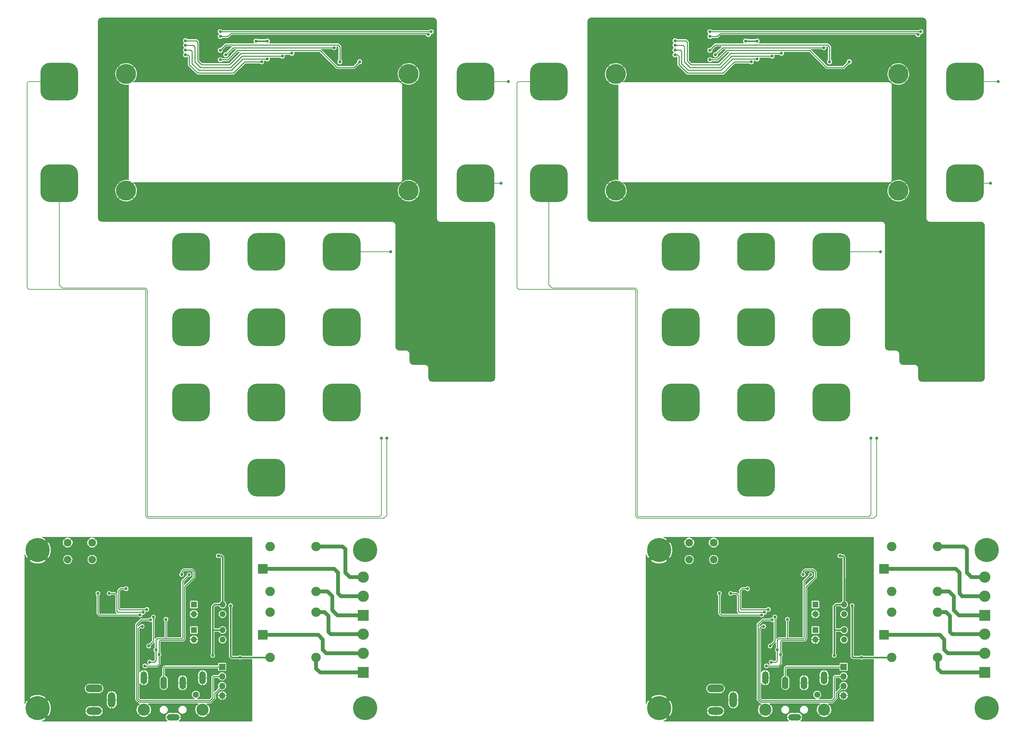
<source format=gbr>
G04 #@! TF.GenerationSoftware,KiCad,Pcbnew,(5.1.6)-1*
G04 #@! TF.CreationDate,2020-10-27T17:39:53-03:00*
G04 #@! TF.ProjectId,TP3-Panel,5450332d-5061-46e6-956c-2e6b69636164,v1.0*
G04 #@! TF.SameCoordinates,Original*
G04 #@! TF.FileFunction,Copper,L2,Bot*
G04 #@! TF.FilePolarity,Positive*
%FSLAX46Y46*%
G04 Gerber Fmt 4.6, Leading zero omitted, Abs format (unit mm)*
G04 Created by KiCad (PCBNEW (5.1.6)-1) date 2020-10-27 17:39:53*
%MOMM*%
%LPD*%
G01*
G04 APERTURE LIST*
G04 #@! TA.AperFunction,ComponentPad*
%ADD10O,2.500000X2.500000*%
G04 #@! TD*
G04 #@! TA.AperFunction,ComponentPad*
%ADD11R,2.500000X2.500000*%
G04 #@! TD*
G04 #@! TA.AperFunction,ComponentPad*
%ADD12C,2.000000*%
G04 #@! TD*
G04 #@! TA.AperFunction,ComponentPad*
%ADD13O,3.400000X1.700000*%
G04 #@! TD*
G04 #@! TA.AperFunction,ComponentPad*
%ADD14O,1.700000X3.400000*%
G04 #@! TD*
G04 #@! TA.AperFunction,ComponentPad*
%ADD15C,1.650000*%
G04 #@! TD*
G04 #@! TA.AperFunction,ComponentPad*
%ADD16C,3.216000*%
G04 #@! TD*
G04 #@! TA.AperFunction,ComponentPad*
%ADD17O,4.500000X2.000000*%
G04 #@! TD*
G04 #@! TA.AperFunction,ComponentPad*
%ADD18O,4.000000X2.000000*%
G04 #@! TD*
G04 #@! TA.AperFunction,ComponentPad*
%ADD19O,2.000000X4.000000*%
G04 #@! TD*
G04 #@! TA.AperFunction,ComponentPad*
%ADD20R,1.600000X1.600000*%
G04 #@! TD*
G04 #@! TA.AperFunction,ComponentPad*
%ADD21O,1.600000X1.600000*%
G04 #@! TD*
G04 #@! TA.AperFunction,ComponentPad*
%ADD22C,6.400000*%
G04 #@! TD*
G04 #@! TA.AperFunction,ComponentPad*
%ADD23C,3.000000*%
G04 #@! TD*
G04 #@! TA.AperFunction,ComponentPad*
%ADD24R,3.000000X3.000000*%
G04 #@! TD*
G04 #@! TA.AperFunction,ComponentPad*
%ADD25R,1.700000X1.700000*%
G04 #@! TD*
G04 #@! TA.AperFunction,ComponentPad*
%ADD26O,1.700000X1.700000*%
G04 #@! TD*
G04 #@! TA.AperFunction,ComponentPad*
%ADD27C,5.300000*%
G04 #@! TD*
G04 #@! TA.AperFunction,ViaPad*
%ADD28C,0.800000*%
G04 #@! TD*
G04 #@! TA.AperFunction,Conductor*
%ADD29C,0.400000*%
G04 #@! TD*
G04 #@! TA.AperFunction,Conductor*
%ADD30C,0.250000*%
G04 #@! TD*
G04 #@! TA.AperFunction,Conductor*
%ADD31C,0.200000*%
G04 #@! TD*
G04 #@! TA.AperFunction,Conductor*
%ADD32C,1.000000*%
G04 #@! TD*
G04 #@! TA.AperFunction,NonConductor*
%ADD33C,0.200000*%
G04 #@! TD*
G04 APERTURE END LIST*
D10*
X311500000Y-196500000D03*
X323700000Y-196500000D03*
X323700000Y-208500000D03*
X311500000Y-208500000D03*
D11*
X309500000Y-202500000D03*
D12*
X264250000Y-178000000D03*
X264250000Y-182500000D03*
X257750000Y-178000000D03*
X257750000Y-182500000D03*
D10*
X311500000Y-179000000D03*
X323700000Y-179000000D03*
X323700000Y-191000000D03*
X311500000Y-191000000D03*
D11*
X309500000Y-185000000D03*
D13*
X285750000Y-224400000D03*
D14*
X288250000Y-215250000D03*
X283250000Y-215250000D03*
D15*
X291750000Y-218400000D03*
D16*
X293550000Y-222400000D03*
X277950000Y-222400000D03*
D14*
X293550000Y-213900000D03*
X277950000Y-213900000D03*
D17*
X264750000Y-216750000D03*
D18*
X264750000Y-222750000D03*
D19*
X269450000Y-219750000D03*
D20*
X291250000Y-194460000D03*
D21*
X298870000Y-197000000D03*
X291250000Y-197000000D03*
X298870000Y-194460000D03*
D20*
X291250000Y-201250000D03*
D21*
X298870000Y-203790000D03*
X291250000Y-203790000D03*
X298870000Y-201250000D03*
D22*
X336750000Y-222000000D03*
X249750000Y-222000000D03*
D23*
X336250000Y-187170000D03*
X336250000Y-192250000D03*
D24*
X336250000Y-197330000D03*
D23*
X336250000Y-202340000D03*
X336250000Y-207420000D03*
D24*
X336250000Y-212500000D03*
D22*
X249750000Y-180000000D03*
X336750000Y-180000000D03*
D25*
X298750000Y-211000000D03*
D26*
X298750000Y-213540000D03*
X298750000Y-216080000D03*
X298750000Y-218620000D03*
G04 #@! TA.AperFunction,Conductor*
G36*
G01*
X250500000Y-123250000D02*
X250500000Y-118250000D01*
G75*
G02*
X253000000Y-115750000I2500000J0D01*
G01*
X258000000Y-115750000D01*
G75*
G02*
X260500000Y-118250000I0J-2500000D01*
G01*
X260500000Y-123250000D01*
G75*
G02*
X258000000Y-125750000I-2500000J0D01*
G01*
X253000000Y-125750000D01*
G75*
G02*
X250500000Y-123250000I0J2500000D01*
G01*
G37*
G04 #@! TD.AperFunction*
G04 #@! TA.AperFunction,Conductor*
G36*
G01*
X250500000Y-143250000D02*
X250500000Y-138250000D01*
G75*
G02*
X253000000Y-135750000I2500000J0D01*
G01*
X258000000Y-135750000D01*
G75*
G02*
X260500000Y-138250000I0J-2500000D01*
G01*
X260500000Y-143250000D01*
G75*
G02*
X258000000Y-145750000I-2500000J0D01*
G01*
X253000000Y-145750000D01*
G75*
G02*
X250500000Y-143250000I0J2500000D01*
G01*
G37*
G04 #@! TD.AperFunction*
G04 #@! TA.AperFunction,Conductor*
G36*
G01*
X270500000Y-123250000D02*
X270500000Y-118250000D01*
G75*
G02*
X273000000Y-115750000I2500000J0D01*
G01*
X278000000Y-115750000D01*
G75*
G02*
X280500000Y-118250000I0J-2500000D01*
G01*
X280500000Y-123250000D01*
G75*
G02*
X278000000Y-125750000I-2500000J0D01*
G01*
X273000000Y-125750000D01*
G75*
G02*
X270500000Y-123250000I0J2500000D01*
G01*
G37*
G04 #@! TD.AperFunction*
G04 #@! TA.AperFunction,Conductor*
G36*
G01*
X326000000Y-85000000D02*
X326000000Y-80000000D01*
G75*
G02*
X328500000Y-77500000I2500000J0D01*
G01*
X333500000Y-77500000D01*
G75*
G02*
X336000000Y-80000000I0J-2500000D01*
G01*
X336000000Y-85000000D01*
G75*
G02*
X333500000Y-87500000I-2500000J0D01*
G01*
X328500000Y-87500000D01*
G75*
G02*
X326000000Y-85000000I0J2500000D01*
G01*
G37*
G04 #@! TD.AperFunction*
G04 #@! TA.AperFunction,Conductor*
G36*
G01*
X290500000Y-143250000D02*
X290500000Y-138250000D01*
G75*
G02*
X293000000Y-135750000I2500000J0D01*
G01*
X298000000Y-135750000D01*
G75*
G02*
X300500000Y-138250000I0J-2500000D01*
G01*
X300500000Y-143250000D01*
G75*
G02*
X298000000Y-145750000I-2500000J0D01*
G01*
X293000000Y-145750000D01*
G75*
G02*
X290500000Y-143250000I0J2500000D01*
G01*
G37*
G04 #@! TD.AperFunction*
G04 #@! TA.AperFunction,Conductor*
G36*
G01*
X215500000Y-85000000D02*
X215500000Y-80000000D01*
G75*
G02*
X218000000Y-77500000I2500000J0D01*
G01*
X223000000Y-77500000D01*
G75*
G02*
X225500000Y-80000000I0J-2500000D01*
G01*
X225500000Y-85000000D01*
G75*
G02*
X223000000Y-87500000I-2500000J0D01*
G01*
X218000000Y-87500000D01*
G75*
G02*
X215500000Y-85000000I0J2500000D01*
G01*
G37*
G04 #@! TD.AperFunction*
G04 #@! TA.AperFunction,Conductor*
G36*
G01*
X290500000Y-103250000D02*
X290500000Y-98250000D01*
G75*
G02*
X293000000Y-95750000I2500000J0D01*
G01*
X298000000Y-95750000D01*
G75*
G02*
X300500000Y-98250000I0J-2500000D01*
G01*
X300500000Y-103250000D01*
G75*
G02*
X298000000Y-105750000I-2500000J0D01*
G01*
X293000000Y-105750000D01*
G75*
G02*
X290500000Y-103250000I0J2500000D01*
G01*
G37*
G04 #@! TD.AperFunction*
G04 #@! TA.AperFunction,Conductor*
G36*
G01*
X215500000Y-58000000D02*
X215500000Y-53000000D01*
G75*
G02*
X218000000Y-50500000I2500000J0D01*
G01*
X223000000Y-50500000D01*
G75*
G02*
X225500000Y-53000000I0J-2500000D01*
G01*
X225500000Y-58000000D01*
G75*
G02*
X223000000Y-60500000I-2500000J0D01*
G01*
X218000000Y-60500000D01*
G75*
G02*
X215500000Y-58000000I0J2500000D01*
G01*
G37*
G04 #@! TD.AperFunction*
D27*
X238250000Y-53500000D03*
G04 #@! TA.AperFunction,Conductor*
G36*
G01*
X250500000Y-103250000D02*
X250500000Y-98250000D01*
G75*
G02*
X253000000Y-95750000I2500000J0D01*
G01*
X258000000Y-95750000D01*
G75*
G02*
X260500000Y-98250000I0J-2500000D01*
G01*
X260500000Y-103250000D01*
G75*
G02*
X258000000Y-105750000I-2500000J0D01*
G01*
X253000000Y-105750000D01*
G75*
G02*
X250500000Y-103250000I0J2500000D01*
G01*
G37*
G04 #@! TD.AperFunction*
X313250000Y-84500000D03*
G04 #@! TA.AperFunction,Conductor*
G36*
G01*
X290500000Y-123250000D02*
X290500000Y-118250000D01*
G75*
G02*
X293000000Y-115750000I2500000J0D01*
G01*
X298000000Y-115750000D01*
G75*
G02*
X300500000Y-118250000I0J-2500000D01*
G01*
X300500000Y-123250000D01*
G75*
G02*
X298000000Y-125750000I-2500000J0D01*
G01*
X293000000Y-125750000D01*
G75*
G02*
X290500000Y-123250000I0J2500000D01*
G01*
G37*
G04 #@! TD.AperFunction*
G04 #@! TA.AperFunction,Conductor*
G36*
G01*
X270500000Y-103250000D02*
X270500000Y-98250000D01*
G75*
G02*
X273000000Y-95750000I2500000J0D01*
G01*
X278000000Y-95750000D01*
G75*
G02*
X280500000Y-98250000I0J-2500000D01*
G01*
X280500000Y-103250000D01*
G75*
G02*
X278000000Y-105750000I-2500000J0D01*
G01*
X273000000Y-105750000D01*
G75*
G02*
X270500000Y-103250000I0J2500000D01*
G01*
G37*
G04 #@! TD.AperFunction*
G04 #@! TA.AperFunction,Conductor*
G36*
G01*
X326000000Y-58000000D02*
X326000000Y-53000000D01*
G75*
G02*
X328500000Y-50500000I2500000J0D01*
G01*
X333500000Y-50500000D01*
G75*
G02*
X336000000Y-53000000I0J-2500000D01*
G01*
X336000000Y-58000000D01*
G75*
G02*
X333500000Y-60500000I-2500000J0D01*
G01*
X328500000Y-60500000D01*
G75*
G02*
X326000000Y-58000000I0J2500000D01*
G01*
G37*
G04 #@! TD.AperFunction*
X238250000Y-84500000D03*
X313250000Y-53500000D03*
G04 #@! TA.AperFunction,Conductor*
G36*
G01*
X270500000Y-163250000D02*
X270500000Y-158250000D01*
G75*
G02*
X273000000Y-155750000I2500000J0D01*
G01*
X278000000Y-155750000D01*
G75*
G02*
X280500000Y-158250000I0J-2500000D01*
G01*
X280500000Y-163250000D01*
G75*
G02*
X278000000Y-165750000I-2500000J0D01*
G01*
X273000000Y-165750000D01*
G75*
G02*
X270500000Y-163250000I0J2500000D01*
G01*
G37*
G04 #@! TD.AperFunction*
G04 #@! TA.AperFunction,Conductor*
G36*
G01*
X270500000Y-143250000D02*
X270500000Y-138250000D01*
G75*
G02*
X273000000Y-135750000I2500000J0D01*
G01*
X278000000Y-135750000D01*
G75*
G02*
X280500000Y-138250000I0J-2500000D01*
G01*
X280500000Y-143250000D01*
G75*
G02*
X278000000Y-145750000I-2500000J0D01*
G01*
X273000000Y-145750000D01*
G75*
G02*
X270500000Y-143250000I0J2500000D01*
G01*
G37*
G04 #@! TD.AperFunction*
G04 #@! TA.AperFunction,Conductor*
G36*
G01*
X196000000Y-85000000D02*
X196000000Y-80000000D01*
G75*
G02*
X198500000Y-77500000I2500000J0D01*
G01*
X203500000Y-77500000D01*
G75*
G02*
X206000000Y-80000000I0J-2500000D01*
G01*
X206000000Y-85000000D01*
G75*
G02*
X203500000Y-87500000I-2500000J0D01*
G01*
X198500000Y-87500000D01*
G75*
G02*
X196000000Y-85000000I0J2500000D01*
G01*
G37*
G04 #@! TD.AperFunction*
G04 #@! TA.AperFunction,Conductor*
G36*
G01*
X196000000Y-58000000D02*
X196000000Y-53000000D01*
G75*
G02*
X198500000Y-50500000I2500000J0D01*
G01*
X203500000Y-50500000D01*
G75*
G02*
X206000000Y-53000000I0J-2500000D01*
G01*
X206000000Y-58000000D01*
G75*
G02*
X203500000Y-60500000I-2500000J0D01*
G01*
X198500000Y-60500000D01*
G75*
G02*
X196000000Y-58000000I0J2500000D01*
G01*
G37*
G04 #@! TD.AperFunction*
G04 #@! TA.AperFunction,Conductor*
G36*
G01*
X85500000Y-85000000D02*
X85500000Y-80000000D01*
G75*
G02*
X88000000Y-77500000I2500000J0D01*
G01*
X93000000Y-77500000D01*
G75*
G02*
X95500000Y-80000000I0J-2500000D01*
G01*
X95500000Y-85000000D01*
G75*
G02*
X93000000Y-87500000I-2500000J0D01*
G01*
X88000000Y-87500000D01*
G75*
G02*
X85500000Y-85000000I0J2500000D01*
G01*
G37*
G04 #@! TD.AperFunction*
G04 #@! TA.AperFunction,Conductor*
G36*
G01*
X85500000Y-58000000D02*
X85500000Y-53000000D01*
G75*
G02*
X88000000Y-50500000I2500000J0D01*
G01*
X93000000Y-50500000D01*
G75*
G02*
X95500000Y-53000000I0J-2500000D01*
G01*
X95500000Y-58000000D01*
G75*
G02*
X93000000Y-60500000I-2500000J0D01*
G01*
X88000000Y-60500000D01*
G75*
G02*
X85500000Y-58000000I0J2500000D01*
G01*
G37*
G04 #@! TD.AperFunction*
G04 #@! TA.AperFunction,Conductor*
G36*
G01*
X140500000Y-163250000D02*
X140500000Y-158250000D01*
G75*
G02*
X143000000Y-155750000I2500000J0D01*
G01*
X148000000Y-155750000D01*
G75*
G02*
X150500000Y-158250000I0J-2500000D01*
G01*
X150500000Y-163250000D01*
G75*
G02*
X148000000Y-165750000I-2500000J0D01*
G01*
X143000000Y-165750000D01*
G75*
G02*
X140500000Y-163250000I0J2500000D01*
G01*
G37*
G04 #@! TD.AperFunction*
G04 #@! TA.AperFunction,Conductor*
G36*
G01*
X120500000Y-143250000D02*
X120500000Y-138250000D01*
G75*
G02*
X123000000Y-135750000I2500000J0D01*
G01*
X128000000Y-135750000D01*
G75*
G02*
X130500000Y-138250000I0J-2500000D01*
G01*
X130500000Y-143250000D01*
G75*
G02*
X128000000Y-145750000I-2500000J0D01*
G01*
X123000000Y-145750000D01*
G75*
G02*
X120500000Y-143250000I0J2500000D01*
G01*
G37*
G04 #@! TD.AperFunction*
G04 #@! TA.AperFunction,Conductor*
G36*
G01*
X140500000Y-143250000D02*
X140500000Y-138250000D01*
G75*
G02*
X143000000Y-135750000I2500000J0D01*
G01*
X148000000Y-135750000D01*
G75*
G02*
X150500000Y-138250000I0J-2500000D01*
G01*
X150500000Y-143250000D01*
G75*
G02*
X148000000Y-145750000I-2500000J0D01*
G01*
X143000000Y-145750000D01*
G75*
G02*
X140500000Y-143250000I0J2500000D01*
G01*
G37*
G04 #@! TD.AperFunction*
G04 #@! TA.AperFunction,Conductor*
G36*
G01*
X160500000Y-143250000D02*
X160500000Y-138250000D01*
G75*
G02*
X163000000Y-135750000I2500000J0D01*
G01*
X168000000Y-135750000D01*
G75*
G02*
X170500000Y-138250000I0J-2500000D01*
G01*
X170500000Y-143250000D01*
G75*
G02*
X168000000Y-145750000I-2500000J0D01*
G01*
X163000000Y-145750000D01*
G75*
G02*
X160500000Y-143250000I0J2500000D01*
G01*
G37*
G04 #@! TD.AperFunction*
G04 #@! TA.AperFunction,Conductor*
G36*
G01*
X120500000Y-123250000D02*
X120500000Y-118250000D01*
G75*
G02*
X123000000Y-115750000I2500000J0D01*
G01*
X128000000Y-115750000D01*
G75*
G02*
X130500000Y-118250000I0J-2500000D01*
G01*
X130500000Y-123250000D01*
G75*
G02*
X128000000Y-125750000I-2500000J0D01*
G01*
X123000000Y-125750000D01*
G75*
G02*
X120500000Y-123250000I0J2500000D01*
G01*
G37*
G04 #@! TD.AperFunction*
G04 #@! TA.AperFunction,Conductor*
G36*
G01*
X140500000Y-123250000D02*
X140500000Y-118250000D01*
G75*
G02*
X143000000Y-115750000I2500000J0D01*
G01*
X148000000Y-115750000D01*
G75*
G02*
X150500000Y-118250000I0J-2500000D01*
G01*
X150500000Y-123250000D01*
G75*
G02*
X148000000Y-125750000I-2500000J0D01*
G01*
X143000000Y-125750000D01*
G75*
G02*
X140500000Y-123250000I0J2500000D01*
G01*
G37*
G04 #@! TD.AperFunction*
G04 #@! TA.AperFunction,Conductor*
G36*
G01*
X160500000Y-123250000D02*
X160500000Y-118250000D01*
G75*
G02*
X163000000Y-115750000I2500000J0D01*
G01*
X168000000Y-115750000D01*
G75*
G02*
X170500000Y-118250000I0J-2500000D01*
G01*
X170500000Y-123250000D01*
G75*
G02*
X168000000Y-125750000I-2500000J0D01*
G01*
X163000000Y-125750000D01*
G75*
G02*
X160500000Y-123250000I0J2500000D01*
G01*
G37*
G04 #@! TD.AperFunction*
G04 #@! TA.AperFunction,Conductor*
G36*
G01*
X120500000Y-103250000D02*
X120500000Y-98250000D01*
G75*
G02*
X123000000Y-95750000I2500000J0D01*
G01*
X128000000Y-95750000D01*
G75*
G02*
X130500000Y-98250000I0J-2500000D01*
G01*
X130500000Y-103250000D01*
G75*
G02*
X128000000Y-105750000I-2500000J0D01*
G01*
X123000000Y-105750000D01*
G75*
G02*
X120500000Y-103250000I0J2500000D01*
G01*
G37*
G04 #@! TD.AperFunction*
G04 #@! TA.AperFunction,Conductor*
G36*
G01*
X140500000Y-103250000D02*
X140500000Y-98250000D01*
G75*
G02*
X143000000Y-95750000I2500000J0D01*
G01*
X148000000Y-95750000D01*
G75*
G02*
X150500000Y-98250000I0J-2500000D01*
G01*
X150500000Y-103250000D01*
G75*
G02*
X148000000Y-105750000I-2500000J0D01*
G01*
X143000000Y-105750000D01*
G75*
G02*
X140500000Y-103250000I0J2500000D01*
G01*
G37*
G04 #@! TD.AperFunction*
G04 #@! TA.AperFunction,Conductor*
G36*
G01*
X160500000Y-103250000D02*
X160500000Y-98250000D01*
G75*
G02*
X163000000Y-95750000I2500000J0D01*
G01*
X168000000Y-95750000D01*
G75*
G02*
X170500000Y-98250000I0J-2500000D01*
G01*
X170500000Y-103250000D01*
G75*
G02*
X168000000Y-105750000I-2500000J0D01*
G01*
X163000000Y-105750000D01*
G75*
G02*
X160500000Y-103250000I0J2500000D01*
G01*
G37*
G04 #@! TD.AperFunction*
X183250000Y-84500000D03*
X183250000Y-53500000D03*
X108250000Y-84500000D03*
X108250000Y-53500000D03*
D14*
X112950000Y-213900000D03*
X128550000Y-213900000D03*
D16*
X112950000Y-222400000D03*
X128550000Y-222400000D03*
D15*
X126750000Y-218400000D03*
D14*
X118250000Y-215250000D03*
X123250000Y-215250000D03*
D13*
X120750000Y-224400000D03*
D19*
X104450000Y-219750000D03*
D18*
X99750000Y-222750000D03*
D17*
X99750000Y-216750000D03*
D21*
X133870000Y-201250000D03*
X126250000Y-203790000D03*
X133870000Y-203790000D03*
D20*
X126250000Y-201250000D03*
D21*
X133870000Y-194460000D03*
X126250000Y-197000000D03*
X133870000Y-197000000D03*
D20*
X126250000Y-194460000D03*
D12*
X92750000Y-182500000D03*
X92750000Y-178000000D03*
X99250000Y-182500000D03*
X99250000Y-178000000D03*
D11*
X144500000Y-202500000D03*
D10*
X146500000Y-208500000D03*
X158700000Y-208500000D03*
X158700000Y-196500000D03*
X146500000Y-196500000D03*
D11*
X144500000Y-185000000D03*
D10*
X146500000Y-191000000D03*
X158700000Y-191000000D03*
X158700000Y-179000000D03*
X146500000Y-179000000D03*
D24*
X171250000Y-212500000D03*
D23*
X171250000Y-207420000D03*
X171250000Y-202340000D03*
D24*
X171250000Y-197330000D03*
D23*
X171250000Y-192250000D03*
X171250000Y-187170000D03*
D26*
X133750000Y-218620000D03*
X133750000Y-216080000D03*
X133750000Y-213540000D03*
D25*
X133750000Y-211000000D03*
D22*
X171750000Y-222000000D03*
X84750000Y-222000000D03*
X171750000Y-180000000D03*
X84750000Y-180000000D03*
D28*
X313300000Y-102550000D03*
X328250000Y-120000000D03*
X275750000Y-44750000D03*
X272750000Y-44750000D03*
X274250000Y-50250000D03*
X254000000Y-48400000D03*
X279750000Y-48750000D03*
X254000000Y-45850000D03*
X295000000Y-50250000D03*
X263250000Y-47200000D03*
X300250000Y-50250000D03*
X263275000Y-49700000D03*
X254000000Y-47150000D03*
X275750000Y-49500000D03*
X254000000Y-44650000D03*
X282250000Y-48000000D03*
X293500000Y-46500000D03*
X264725000Y-48425002D03*
X318499990Y-43000000D03*
X263250000Y-43500000D03*
X263250000Y-42250000D03*
X319250000Y-42250000D03*
X275500000Y-160750000D03*
X308500000Y-100750000D03*
X275500000Y-100750000D03*
X255500000Y-100750000D03*
X295500000Y-120750000D03*
X275500000Y-120750000D03*
X255500000Y-120750000D03*
X295500000Y-140750000D03*
X275500000Y-140750000D03*
X255500000Y-140750000D03*
X339750000Y-55500000D03*
X337750000Y-82500000D03*
X306000000Y-150250000D03*
X307500000Y-150250000D03*
X280500000Y-196500000D03*
X296250000Y-208000000D03*
X297750000Y-181500000D03*
X279500000Y-209750000D03*
X290000000Y-186500000D03*
X281150000Y-206500000D03*
X283830592Y-198395251D03*
X278250000Y-210750000D03*
X280500000Y-197750000D03*
X288000000Y-186500000D03*
X282000000Y-207750000D03*
X279250000Y-205475000D03*
X277500000Y-200250000D03*
X279750000Y-198500000D03*
X276975000Y-197225000D03*
X265750000Y-191500000D03*
X278762653Y-195762653D03*
X273250000Y-190250000D03*
X277750000Y-196500000D03*
X268750000Y-191500000D03*
X303500000Y-208500000D03*
X301000000Y-194750000D03*
X198250000Y-120000000D03*
X183300000Y-102550000D03*
X115500000Y-196500000D03*
X142750000Y-44750000D03*
X145750000Y-44750000D03*
X132750000Y-181500000D03*
X131250000Y-208000000D03*
X144250000Y-50250000D03*
X124000000Y-48400000D03*
X149750000Y-48750000D03*
X124000000Y-45850000D03*
X165000000Y-50250000D03*
X133250000Y-47200000D03*
X170250000Y-50250000D03*
X133275000Y-49700000D03*
X124000000Y-47150000D03*
X145750000Y-49500000D03*
X152250000Y-48000000D03*
X124000000Y-44650000D03*
X163500000Y-46500000D03*
X134725000Y-48425002D03*
X133250000Y-43500000D03*
X188499990Y-43000000D03*
X114500000Y-209750000D03*
X125000000Y-186500000D03*
X116150000Y-206500000D03*
X118830592Y-198395251D03*
X133250000Y-42250000D03*
X189250000Y-42250000D03*
X117000000Y-207750000D03*
X114250000Y-205475000D03*
X123000000Y-186500000D03*
X113250000Y-210750000D03*
X115500000Y-197750000D03*
X145500000Y-160750000D03*
X178500000Y-100750000D03*
X145500000Y-100750000D03*
X125500000Y-100750000D03*
X165500000Y-120750000D03*
X145500000Y-120750000D03*
X125500000Y-120750000D03*
X165500000Y-140750000D03*
X145500000Y-140750000D03*
X125500000Y-140750000D03*
X209750000Y-55500000D03*
X207750000Y-82500000D03*
X176000000Y-150250000D03*
X177500000Y-150250000D03*
X112500000Y-200250000D03*
X114750000Y-198500000D03*
X100750000Y-191500000D03*
X111975000Y-197225000D03*
X113762653Y-195762653D03*
X108250000Y-190250000D03*
X112750000Y-196500000D03*
X103750000Y-191500000D03*
X136000000Y-194750000D03*
X138500000Y-208500000D03*
D29*
X272750000Y-44750000D02*
X275750000Y-44750000D01*
D30*
X255000000Y-48750000D02*
X254650000Y-48400000D01*
X254650000Y-48400000D02*
X254000000Y-48400000D01*
X257250000Y-53250000D02*
X255000000Y-51000000D01*
X266750000Y-53250000D02*
X257250000Y-53250000D01*
X255000000Y-51000000D02*
X255000000Y-48750000D01*
X269750000Y-50250000D02*
X266750000Y-53250000D01*
X274250000Y-50250000D02*
X269750000Y-50250000D01*
X269000000Y-48750000D02*
X266000000Y-51750000D01*
X266000000Y-51750000D02*
X258000000Y-51750000D01*
X256100000Y-45850000D02*
X254000000Y-45850000D01*
X256500000Y-50250000D02*
X256500000Y-46250000D01*
X279750000Y-48750000D02*
X269000000Y-48750000D01*
X258000000Y-51750000D02*
X256500000Y-50250000D01*
X256500000Y-46250000D02*
X256100000Y-45850000D01*
X263250000Y-47200000D02*
X264700000Y-45750000D01*
X264700000Y-45750000D02*
X294500000Y-45750000D01*
X294500000Y-45750000D02*
X295000000Y-46250000D01*
X295000000Y-46250000D02*
X295000000Y-50250000D01*
X267750000Y-47250000D02*
X265300000Y-49700000D01*
X298750000Y-51750000D02*
X294250000Y-51750000D01*
X294250000Y-51750000D02*
X289750000Y-47250000D01*
X265300000Y-49700000D02*
X263840685Y-49700000D01*
X289750000Y-47250000D02*
X267750000Y-47250000D01*
X300250000Y-50250000D02*
X298750000Y-51750000D01*
X263840685Y-49700000D02*
X263275000Y-49700000D01*
X275750000Y-49500000D02*
X269250000Y-49500000D01*
X255750000Y-50750000D02*
X255750000Y-47500000D01*
X257500000Y-52500000D02*
X255750000Y-50750000D01*
X255750000Y-47500000D02*
X255400000Y-47150000D01*
X269250000Y-49500000D02*
X266250000Y-52500000D01*
X266250000Y-52500000D02*
X257500000Y-52500000D01*
X255400000Y-47150000D02*
X254000000Y-47150000D01*
X268750000Y-48000000D02*
X265750000Y-51000000D01*
X257250000Y-50000000D02*
X257250000Y-45000000D01*
X258250000Y-51000000D02*
X257250000Y-50000000D01*
X282250000Y-48000000D02*
X268750000Y-48000000D01*
X256900000Y-44650000D02*
X254000000Y-44650000D01*
X265750000Y-51000000D02*
X258250000Y-51000000D01*
X257250000Y-45000000D02*
X256900000Y-44650000D01*
X293500000Y-46500000D02*
X266650002Y-46500000D01*
X266650002Y-46500000D02*
X264725000Y-48425002D01*
X263250000Y-43500000D02*
X265250000Y-43500000D01*
X318200000Y-42700010D02*
X318499990Y-43000000D01*
X266049990Y-42700010D02*
X318200000Y-42700010D01*
X265250000Y-43500000D02*
X266049990Y-42700010D01*
X263250000Y-42250000D02*
X319250000Y-42250000D01*
D31*
X308500000Y-100750000D02*
X295500000Y-100750000D01*
X339750000Y-55500000D02*
X331000000Y-55500000D01*
X337750000Y-82500000D02*
X331000000Y-82500000D01*
X243900010Y-110834311D02*
X243415689Y-110349990D01*
X220500000Y-109500000D02*
X220500000Y-82500000D01*
X306000000Y-170599990D02*
X305500000Y-171099990D01*
X243415689Y-110349990D02*
X221349990Y-110349990D01*
X244165688Y-171099990D02*
X243900010Y-170834312D01*
X306000000Y-150250000D02*
X306000000Y-170599990D01*
X305500000Y-171099990D02*
X244165688Y-171099990D01*
X221349990Y-110349990D02*
X220500000Y-109500000D01*
X243900010Y-170834312D02*
X243900010Y-110834311D01*
X243500000Y-111000000D02*
X243250000Y-110750000D01*
X307500000Y-170750000D02*
X306750000Y-171500000D01*
X212375000Y-55500000D02*
X220500000Y-55500000D01*
X307500000Y-150250000D02*
X307500000Y-170750000D01*
X243250000Y-110750000D02*
X212500000Y-110750000D01*
X212000000Y-110250000D02*
X212000000Y-55875000D01*
X212500000Y-110750000D02*
X212000000Y-110250000D01*
X212000000Y-55875000D02*
X212375000Y-55500000D01*
X244000000Y-171500000D02*
X243500000Y-171000000D01*
X306750000Y-171500000D02*
X244000000Y-171500000D01*
X243500000Y-171000000D02*
X243500000Y-111000000D01*
D29*
X298500000Y-181500000D02*
X297750000Y-181500000D01*
X298870000Y-181870000D02*
X298500000Y-181500000D01*
X298870000Y-194460000D02*
X296765000Y-194460000D01*
X298870000Y-194460000D02*
X298850000Y-193400000D01*
X296250000Y-201250000D02*
X298870000Y-201250000D01*
X296250000Y-208000000D02*
X296250000Y-201250000D01*
X296765000Y-194460000D02*
X296250000Y-194975000D01*
X298850000Y-193400000D02*
X298870000Y-181870000D01*
X296250000Y-194975000D02*
X296250000Y-201250000D01*
D30*
X283750000Y-203500000D02*
X283830592Y-203419408D01*
X281150000Y-209350000D02*
X280750000Y-209750000D01*
X283830592Y-198960936D02*
X283830592Y-198395251D01*
X288000000Y-203500000D02*
X283750000Y-203500000D01*
X290000000Y-186500000D02*
X288250000Y-188250000D01*
X279500000Y-209750000D02*
X280750000Y-209750000D01*
X288250000Y-188250000D02*
X288250000Y-203250000D01*
X281500000Y-203500000D02*
X283750000Y-203500000D01*
X281150000Y-206500000D02*
X281150000Y-209350000D01*
X281150000Y-206500000D02*
X281150000Y-203850000D01*
X281150000Y-203850000D02*
X281500000Y-203500000D01*
X283830592Y-203419408D02*
X283830592Y-198960936D01*
X288250000Y-203250000D02*
X288000000Y-203500000D01*
X288299990Y-203950010D02*
X282299990Y-203950010D01*
X288000000Y-186500000D02*
X288000000Y-185750000D01*
X282299990Y-203950010D02*
X282000000Y-204250000D01*
X288500000Y-185250000D02*
X290750000Y-185250000D01*
X282000000Y-207750000D02*
X282000000Y-210250000D01*
X288000000Y-185750000D02*
X288500000Y-185250000D01*
X279250000Y-205475000D02*
X280500000Y-204225000D01*
X290750000Y-185250000D02*
X291250000Y-185750000D01*
X291250000Y-185750000D02*
X291250000Y-187250000D01*
X281500000Y-210750000D02*
X278250000Y-210750000D01*
X288700010Y-203549990D02*
X288299990Y-203950010D01*
X291250000Y-187250000D02*
X288700010Y-189799990D01*
X282000000Y-204250000D02*
X282000000Y-207750000D01*
X280500000Y-204225000D02*
X280500000Y-197750000D01*
X288700010Y-189799990D02*
X288700010Y-203549990D01*
X282000000Y-210250000D02*
X281500000Y-210750000D01*
X283500000Y-211000000D02*
X283250000Y-211250000D01*
X283250000Y-211250000D02*
X283250000Y-215350000D01*
X298750000Y-211000000D02*
X283500000Y-211000000D01*
X296250000Y-213750000D02*
X296460000Y-213540000D01*
X276450010Y-219450010D02*
X276900000Y-219900000D01*
X276900000Y-219900000D02*
X295600000Y-219900000D01*
X296250000Y-219250000D02*
X296250000Y-213750000D01*
X295600000Y-219900000D02*
X296250000Y-219250000D01*
X296460000Y-213540000D02*
X298750000Y-213540000D01*
X276450010Y-200799990D02*
X276450010Y-219450010D01*
X277500000Y-200250000D02*
X277000000Y-200250000D01*
X277000000Y-200250000D02*
X276450010Y-200799990D01*
X276000000Y-199750000D02*
X277250000Y-198500000D01*
X296750000Y-219386410D02*
X295786400Y-220350011D01*
X277250000Y-198500000D02*
X279184315Y-198500000D01*
X298750000Y-216080000D02*
X296750000Y-218080000D01*
X276713600Y-220350011D02*
X275999999Y-219636410D01*
X295786400Y-220350011D02*
X276713600Y-220350011D01*
X275999999Y-219636410D02*
X276000000Y-199750000D01*
X296750000Y-218080000D02*
X296750000Y-219386410D01*
X279184315Y-198500000D02*
X279750000Y-198500000D01*
D32*
X329330000Y-197330000D02*
X336250000Y-197330000D01*
X328000000Y-196000000D02*
X329330000Y-197330000D01*
X326750000Y-191000000D02*
X328000000Y-192250000D01*
X323700000Y-191000000D02*
X326750000Y-191000000D01*
X328000000Y-192250000D02*
X328000000Y-196000000D01*
X329500000Y-191500000D02*
X329500000Y-186000000D01*
X330250000Y-192250000D02*
X329500000Y-191500000D01*
X336250000Y-192250000D02*
X330250000Y-192250000D01*
X329500000Y-186000000D02*
X328500000Y-185000000D01*
X328500000Y-185000000D02*
X309500000Y-185000000D01*
X336250000Y-187170000D02*
X332670000Y-187170000D01*
X330750000Y-179000000D02*
X323700000Y-179000000D01*
X331500000Y-186000000D02*
X331500000Y-179750000D01*
X332670000Y-187170000D02*
X331500000Y-186000000D01*
X331500000Y-179750000D02*
X330750000Y-179000000D01*
D30*
X265750000Y-196750000D02*
X265750000Y-191500000D01*
X276975000Y-197225000D02*
X266225000Y-197225000D01*
X266225000Y-197225000D02*
X265750000Y-196750000D01*
X271512653Y-195762653D02*
X278762653Y-195762653D01*
X271250000Y-190787500D02*
X271250000Y-195500000D01*
X271250000Y-195500000D02*
X271512653Y-195762653D01*
X273250000Y-190250000D02*
X271787500Y-190250000D01*
X271787500Y-190250000D02*
X271250000Y-190787500D01*
X271000000Y-196500000D02*
X270750000Y-196250000D01*
X270750000Y-192000000D02*
X270250000Y-191500000D01*
X270750000Y-196250000D02*
X270750000Y-192000000D01*
X270250000Y-191500000D02*
X268750000Y-191500000D01*
X277750000Y-196500000D02*
X271000000Y-196500000D01*
D32*
X323700000Y-211450000D02*
X324750000Y-212500000D01*
X324750000Y-212500000D02*
X327750000Y-212500000D01*
X323700000Y-208500000D02*
X323700000Y-211450000D01*
X327750000Y-212500000D02*
X336250000Y-212500000D01*
X325500000Y-206500000D02*
X325500000Y-203750000D01*
X324250000Y-202500000D02*
X309500000Y-202500000D01*
X326420000Y-207420000D02*
X325500000Y-206500000D01*
X325500000Y-203750000D02*
X324250000Y-202500000D01*
X336250000Y-207420000D02*
X326420000Y-207420000D01*
X327590000Y-202340000D02*
X336250000Y-202340000D01*
X326000000Y-196500000D02*
X327000000Y-197500000D01*
X327000000Y-201750000D02*
X327590000Y-202340000D01*
X327000000Y-197500000D02*
X327000000Y-201750000D01*
X323700000Y-196500000D02*
X326000000Y-196500000D01*
D29*
X301000000Y-208250000D02*
X301250000Y-208500000D01*
X301250000Y-208500000D02*
X303500000Y-208500000D01*
X303500000Y-208500000D02*
X311500000Y-208500000D01*
X301000000Y-194750000D02*
X301000000Y-208250000D01*
X142750000Y-44750000D02*
X145750000Y-44750000D01*
X133500000Y-181500000D02*
X132750000Y-181500000D01*
X133870000Y-181870000D02*
X133500000Y-181500000D01*
X133870000Y-194460000D02*
X133850000Y-193400000D01*
X133850000Y-193400000D02*
X133870000Y-181870000D01*
X131250000Y-208000000D02*
X131250000Y-201250000D01*
X131250000Y-201250000D02*
X133870000Y-201250000D01*
X131250000Y-194975000D02*
X131250000Y-201250000D01*
X133870000Y-194460000D02*
X131765000Y-194460000D01*
X131765000Y-194460000D02*
X131250000Y-194975000D01*
D30*
X127250000Y-53250000D02*
X125000000Y-51000000D01*
X144250000Y-50250000D02*
X139750000Y-50250000D01*
X136750000Y-53250000D02*
X127250000Y-53250000D01*
X125000000Y-48750000D02*
X124650000Y-48400000D01*
X139750000Y-50250000D02*
X136750000Y-53250000D01*
X125000000Y-51000000D02*
X125000000Y-48750000D01*
X124650000Y-48400000D02*
X124000000Y-48400000D01*
X128000000Y-51750000D02*
X126500000Y-50250000D01*
X139000000Y-48750000D02*
X136000000Y-51750000D01*
X136000000Y-51750000D02*
X128000000Y-51750000D01*
X126500000Y-50250000D02*
X126500000Y-46250000D01*
X149750000Y-48750000D02*
X139000000Y-48750000D01*
X126500000Y-46250000D02*
X126100000Y-45850000D01*
X126100000Y-45850000D02*
X124000000Y-45850000D01*
X165000000Y-46250000D02*
X165000000Y-50250000D01*
X133250000Y-47200000D02*
X134700000Y-45750000D01*
X164500000Y-45750000D02*
X165000000Y-46250000D01*
X134700000Y-45750000D02*
X164500000Y-45750000D01*
X159750000Y-47250000D02*
X137750000Y-47250000D01*
X164250000Y-51750000D02*
X159750000Y-47250000D01*
X170250000Y-50250000D02*
X168750000Y-51750000D01*
X137750000Y-47250000D02*
X135300000Y-49700000D01*
X168750000Y-51750000D02*
X164250000Y-51750000D01*
X133840685Y-49700000D02*
X133275000Y-49700000D01*
X135300000Y-49700000D02*
X133840685Y-49700000D01*
X139250000Y-49500000D02*
X136250000Y-52500000D01*
X136250000Y-52500000D02*
X127500000Y-52500000D01*
X125750000Y-50750000D02*
X125750000Y-47500000D01*
X145750000Y-49500000D02*
X139250000Y-49500000D01*
X127500000Y-52500000D02*
X125750000Y-50750000D01*
X125750000Y-47500000D02*
X125400000Y-47150000D01*
X125400000Y-47150000D02*
X124000000Y-47150000D01*
X152250000Y-48000000D02*
X138750000Y-48000000D01*
X135750000Y-51000000D02*
X128250000Y-51000000D01*
X127250000Y-45000000D02*
X126900000Y-44650000D01*
X138750000Y-48000000D02*
X135750000Y-51000000D01*
X128250000Y-51000000D02*
X127250000Y-50000000D01*
X127250000Y-50000000D02*
X127250000Y-45000000D01*
X126900000Y-44650000D02*
X124000000Y-44650000D01*
X136650002Y-46500000D02*
X134725000Y-48425002D01*
X163500000Y-46500000D02*
X136650002Y-46500000D01*
X188200000Y-42700010D02*
X188499990Y-43000000D01*
X136049990Y-42700010D02*
X188200000Y-42700010D01*
X133250000Y-43500000D02*
X135250000Y-43500000D01*
X135250000Y-43500000D02*
X136049990Y-42700010D01*
X116150000Y-206500000D02*
X116150000Y-203850000D01*
X116500000Y-203500000D02*
X118750000Y-203500000D01*
X116150000Y-203850000D02*
X116500000Y-203500000D01*
X114500000Y-209750000D02*
X115750000Y-209750000D01*
X116150000Y-209350000D02*
X115750000Y-209750000D01*
X116150000Y-206500000D02*
X116150000Y-209350000D01*
X118830592Y-203419408D02*
X118830592Y-198960936D01*
X118750000Y-203500000D02*
X118830592Y-203419408D01*
X118830592Y-198960936D02*
X118830592Y-198395251D01*
X123000000Y-203500000D02*
X118750000Y-203500000D01*
X123250000Y-203250000D02*
X123000000Y-203500000D01*
X125000000Y-186500000D02*
X123250000Y-188250000D01*
X123250000Y-188250000D02*
X123250000Y-203250000D01*
X133250000Y-42250000D02*
X189250000Y-42250000D01*
X117000000Y-207750000D02*
X117000000Y-210250000D01*
X116500000Y-210750000D02*
X113250000Y-210750000D01*
X117000000Y-210250000D02*
X116500000Y-210750000D01*
X114250000Y-205475000D02*
X115500000Y-204225000D01*
X115500000Y-204225000D02*
X115500000Y-197750000D01*
X123299990Y-203950010D02*
X117299990Y-203950010D01*
X123700010Y-203549990D02*
X123299990Y-203950010D01*
X123000000Y-185750000D02*
X123500000Y-185250000D01*
X123700010Y-189799990D02*
X123700010Y-203549990D01*
X123000000Y-186500000D02*
X123000000Y-185750000D01*
X117000000Y-204250000D02*
X117000000Y-207750000D01*
X123500000Y-185250000D02*
X125750000Y-185250000D01*
X125750000Y-185250000D02*
X126250000Y-185750000D01*
X117299990Y-203950010D02*
X117000000Y-204250000D01*
X126250000Y-185750000D02*
X126250000Y-187250000D01*
X126250000Y-187250000D02*
X123700010Y-189799990D01*
D31*
X178500000Y-100750000D02*
X165500000Y-100750000D01*
X209750000Y-55500000D02*
X201000000Y-55500000D01*
X207750000Y-82500000D02*
X201000000Y-82500000D01*
X113415689Y-110349990D02*
X91349990Y-110349990D01*
X176000000Y-150250000D02*
X176000000Y-170599990D01*
X175500000Y-171099990D02*
X114165688Y-171099990D01*
X90500000Y-109500000D02*
X90500000Y-82500000D01*
X113900010Y-110834311D02*
X113415689Y-110349990D01*
X176000000Y-170599990D02*
X175500000Y-171099990D01*
X114165688Y-171099990D02*
X113900010Y-170834312D01*
X91349990Y-110349990D02*
X90500000Y-109500000D01*
X113900010Y-170834312D02*
X113900010Y-110834311D01*
X82000000Y-110250000D02*
X82000000Y-55875000D01*
X82500000Y-110750000D02*
X82000000Y-110250000D01*
X82000000Y-55875000D02*
X82375000Y-55500000D01*
X113250000Y-110750000D02*
X82500000Y-110750000D01*
X82375000Y-55500000D02*
X90500000Y-55500000D01*
X176750000Y-171500000D02*
X114000000Y-171500000D01*
X114000000Y-171500000D02*
X113500000Y-171000000D01*
X113500000Y-171000000D02*
X113500000Y-111000000D01*
X177500000Y-170750000D02*
X176750000Y-171500000D01*
X177500000Y-150250000D02*
X177500000Y-170750000D01*
X113500000Y-111000000D02*
X113250000Y-110750000D01*
D30*
X133750000Y-211000000D02*
X118500000Y-211000000D01*
X118250000Y-211250000D02*
X118250000Y-215350000D01*
X118500000Y-211000000D02*
X118250000Y-211250000D01*
X131460000Y-213540000D02*
X133750000Y-213540000D01*
X131250000Y-213750000D02*
X131460000Y-213540000D01*
X111450010Y-219450010D02*
X111900000Y-219900000D01*
X111450010Y-200799990D02*
X111450010Y-219450010D01*
X112500000Y-200250000D02*
X112000000Y-200250000D01*
X111900000Y-219900000D02*
X130600000Y-219900000D01*
X112000000Y-200250000D02*
X111450010Y-200799990D01*
X130600000Y-219900000D02*
X131250000Y-219250000D01*
X131250000Y-219250000D02*
X131250000Y-213750000D01*
X114184315Y-198500000D02*
X114750000Y-198500000D01*
X110999999Y-219636410D02*
X111000000Y-199750000D01*
X131750000Y-219386410D02*
X130786400Y-220350011D01*
X111000000Y-199750000D02*
X112250000Y-198500000D01*
X131750000Y-218080000D02*
X131750000Y-219386410D01*
X112250000Y-198500000D02*
X114184315Y-198500000D01*
X133750000Y-216080000D02*
X131750000Y-218080000D01*
X111713600Y-220350011D02*
X110999999Y-219636410D01*
X130786400Y-220350011D02*
X111713600Y-220350011D01*
D32*
X164330000Y-197330000D02*
X171250000Y-197330000D01*
X163000000Y-196000000D02*
X164330000Y-197330000D01*
X163000000Y-192250000D02*
X163000000Y-196000000D01*
X158700000Y-191000000D02*
X161750000Y-191000000D01*
X161750000Y-191000000D02*
X163000000Y-192250000D01*
X163500000Y-185000000D02*
X144500000Y-185000000D01*
X164500000Y-186000000D02*
X163500000Y-185000000D01*
X164500000Y-191500000D02*
X164500000Y-186000000D01*
X171250000Y-192250000D02*
X165250000Y-192250000D01*
X165250000Y-192250000D02*
X164500000Y-191500000D01*
X171250000Y-187170000D02*
X167670000Y-187170000D01*
X167670000Y-187170000D02*
X166500000Y-186000000D01*
X166500000Y-186000000D02*
X166500000Y-179750000D01*
X165750000Y-179000000D02*
X158700000Y-179000000D01*
X166500000Y-179750000D02*
X165750000Y-179000000D01*
D30*
X100750000Y-196750000D02*
X100750000Y-191500000D01*
X111975000Y-197225000D02*
X101225000Y-197225000D01*
X101225000Y-197225000D02*
X100750000Y-196750000D01*
X106250000Y-195500000D02*
X106512653Y-195762653D01*
X106250000Y-190787500D02*
X106250000Y-195500000D01*
X108250000Y-190250000D02*
X106787500Y-190250000D01*
X106512653Y-195762653D02*
X113762653Y-195762653D01*
X106787500Y-190250000D02*
X106250000Y-190787500D01*
X105250000Y-191500000D02*
X103750000Y-191500000D01*
X105750000Y-192000000D02*
X105250000Y-191500000D01*
X105750000Y-196250000D02*
X105750000Y-192000000D01*
X112750000Y-196500000D02*
X106000000Y-196500000D01*
X106000000Y-196500000D02*
X105750000Y-196250000D01*
D32*
X162750000Y-212500000D02*
X171250000Y-212500000D01*
X158700000Y-208500000D02*
X158700000Y-211450000D01*
X159750000Y-212500000D02*
X162750000Y-212500000D01*
X158700000Y-211450000D02*
X159750000Y-212500000D01*
X159250000Y-202500000D02*
X144500000Y-202500000D01*
X160500000Y-203750000D02*
X159250000Y-202500000D01*
X160500000Y-206500000D02*
X160500000Y-203750000D01*
X171250000Y-207420000D02*
X161420000Y-207420000D01*
X161420000Y-207420000D02*
X160500000Y-206500000D01*
X162000000Y-201750000D02*
X162590000Y-202340000D01*
X162590000Y-202340000D02*
X171250000Y-202340000D01*
X162000000Y-197500000D02*
X162000000Y-201750000D01*
X158700000Y-196500000D02*
X161000000Y-196500000D01*
X161000000Y-196500000D02*
X162000000Y-197500000D01*
D29*
X136000000Y-208250000D02*
X136250000Y-208500000D01*
X136000000Y-194750000D02*
X136000000Y-208250000D01*
X136250000Y-208500000D02*
X138500000Y-208500000D01*
X138500000Y-208500000D02*
X146500000Y-208500000D01*
D31*
G36*
X189925485Y-38617768D02*
G01*
X190094229Y-38668955D01*
X190249745Y-38752080D01*
X190386054Y-38863946D01*
X190497920Y-39000255D01*
X190581045Y-39155771D01*
X190632232Y-39324515D01*
X190650000Y-39504908D01*
X190650000Y-91750000D01*
X190650482Y-91759802D01*
X190669697Y-91954892D01*
X190673521Y-91974118D01*
X190730426Y-92161711D01*
X190737928Y-92179823D01*
X190830338Y-92352710D01*
X190841229Y-92369009D01*
X190965592Y-92520546D01*
X190979454Y-92534408D01*
X191130991Y-92658771D01*
X191147290Y-92669662D01*
X191320177Y-92762072D01*
X191338289Y-92769574D01*
X191525882Y-92826479D01*
X191545108Y-92830303D01*
X191740198Y-92849518D01*
X191750000Y-92850000D01*
X205245092Y-92850000D01*
X205425485Y-92867768D01*
X205594229Y-92918955D01*
X205749745Y-93002080D01*
X205886054Y-93113946D01*
X205997920Y-93250255D01*
X206081045Y-93405771D01*
X206132232Y-93574515D01*
X206150000Y-93754908D01*
X206150000Y-134245092D01*
X206132232Y-134425485D01*
X206081045Y-134594229D01*
X205997920Y-134749745D01*
X205886054Y-134886054D01*
X205749745Y-134997920D01*
X205594229Y-135081045D01*
X205425485Y-135132232D01*
X205245092Y-135150000D01*
X189504908Y-135150000D01*
X189324515Y-135132232D01*
X189155771Y-135081045D01*
X189000255Y-134997920D01*
X188863946Y-134886054D01*
X188752080Y-134749745D01*
X188668955Y-134594229D01*
X188617768Y-134425485D01*
X188600000Y-134245092D01*
X188600000Y-131750000D01*
X188599518Y-131740198D01*
X188580303Y-131545108D01*
X188576479Y-131525882D01*
X188519574Y-131338289D01*
X188512072Y-131320177D01*
X188419662Y-131147290D01*
X188408771Y-131130991D01*
X188284408Y-130979454D01*
X188270546Y-130965592D01*
X188119009Y-130841229D01*
X188102710Y-130830338D01*
X187929823Y-130737928D01*
X187911711Y-130730426D01*
X187724118Y-130673521D01*
X187704892Y-130669697D01*
X187509802Y-130650482D01*
X187500000Y-130650000D01*
X184504908Y-130650000D01*
X184324515Y-130632232D01*
X184155771Y-130581045D01*
X184000255Y-130497920D01*
X183863946Y-130386054D01*
X183752080Y-130249745D01*
X183668955Y-130094229D01*
X183617768Y-129925485D01*
X183600000Y-129745092D01*
X183600000Y-128000000D01*
X183599518Y-127990198D01*
X183580303Y-127795108D01*
X183576479Y-127775882D01*
X183519574Y-127588289D01*
X183512072Y-127570177D01*
X183419662Y-127397290D01*
X183408771Y-127380991D01*
X183284408Y-127229454D01*
X183270546Y-127215592D01*
X183119009Y-127091229D01*
X183102710Y-127080338D01*
X182929823Y-126987928D01*
X182911711Y-126980426D01*
X182724118Y-126923521D01*
X182704892Y-126919697D01*
X182509802Y-126900482D01*
X182500000Y-126900000D01*
X180754908Y-126900000D01*
X180574515Y-126882232D01*
X180405771Y-126831045D01*
X180250255Y-126747920D01*
X180113946Y-126636054D01*
X180002080Y-126499745D01*
X179918955Y-126344229D01*
X179867768Y-126175485D01*
X179850000Y-125995092D01*
X179850000Y-93750000D01*
X179849518Y-93740198D01*
X179830303Y-93545108D01*
X179826479Y-93525882D01*
X179769574Y-93338289D01*
X179762072Y-93320177D01*
X179669662Y-93147290D01*
X179658771Y-93130991D01*
X179534408Y-92979454D01*
X179520546Y-92965592D01*
X179369009Y-92841229D01*
X179352710Y-92830338D01*
X179179823Y-92737928D01*
X179161711Y-92730426D01*
X178974118Y-92673521D01*
X178954892Y-92669697D01*
X178759802Y-92650482D01*
X178750000Y-92650000D01*
X101754908Y-92650000D01*
X101574515Y-92632232D01*
X101405771Y-92581045D01*
X101250255Y-92497920D01*
X101113946Y-92386054D01*
X101002080Y-92249745D01*
X100918955Y-92094229D01*
X100867768Y-91925485D01*
X100850000Y-91745092D01*
X100850000Y-86543379D01*
X106207328Y-86543379D01*
X106508047Y-86898442D01*
X107009431Y-87192195D01*
X107558490Y-87382489D01*
X108134123Y-87462010D01*
X108714209Y-87427703D01*
X109276456Y-87280886D01*
X109799257Y-87027200D01*
X109991953Y-86898442D01*
X110292672Y-86543379D01*
X181207328Y-86543379D01*
X181508047Y-86898442D01*
X182009431Y-87192195D01*
X182558490Y-87382489D01*
X183134123Y-87462010D01*
X183714209Y-87427703D01*
X184276456Y-87280886D01*
X184799257Y-87027200D01*
X184991953Y-86898442D01*
X185292672Y-86543379D01*
X183250000Y-84500707D01*
X181207328Y-86543379D01*
X110292672Y-86543379D01*
X108250000Y-84500707D01*
X106207328Y-86543379D01*
X100850000Y-86543379D01*
X100850000Y-84384123D01*
X105287990Y-84384123D01*
X105322297Y-84964209D01*
X105469114Y-85526456D01*
X105722800Y-86049257D01*
X105851558Y-86241953D01*
X106206621Y-86542672D01*
X108249293Y-84500000D01*
X108250707Y-84500000D01*
X110293379Y-86542672D01*
X110648442Y-86241953D01*
X110942195Y-85740569D01*
X111132489Y-85191510D01*
X111212010Y-84615877D01*
X111198304Y-84384123D01*
X180287990Y-84384123D01*
X180322297Y-84964209D01*
X180469114Y-85526456D01*
X180722800Y-86049257D01*
X180851558Y-86241953D01*
X181206621Y-86542672D01*
X183249293Y-84500000D01*
X183250707Y-84500000D01*
X185293379Y-86542672D01*
X185648442Y-86241953D01*
X185942195Y-85740569D01*
X186132489Y-85191510D01*
X186212010Y-84615877D01*
X186177703Y-84035791D01*
X186030886Y-83473544D01*
X185777200Y-82950743D01*
X185648442Y-82758047D01*
X185293379Y-82457328D01*
X183250707Y-84500000D01*
X183249293Y-84500000D01*
X181206621Y-82457328D01*
X180851558Y-82758047D01*
X180557805Y-83259431D01*
X180367511Y-83808490D01*
X180287990Y-84384123D01*
X111198304Y-84384123D01*
X111177703Y-84035791D01*
X111030886Y-83473544D01*
X110777200Y-82950743D01*
X110648442Y-82758047D01*
X110293379Y-82457328D01*
X108250707Y-84500000D01*
X108249293Y-84500000D01*
X106206621Y-82457328D01*
X105851558Y-82758047D01*
X105557805Y-83259431D01*
X105367511Y-83808490D01*
X105287990Y-84384123D01*
X100850000Y-84384123D01*
X100850000Y-55543379D01*
X106207328Y-55543379D01*
X106508047Y-55898442D01*
X107009431Y-56192195D01*
X107558490Y-56382489D01*
X108134123Y-56462010D01*
X108714209Y-56427703D01*
X108884655Y-56383195D01*
X108876790Y-56463408D01*
X108876790Y-56463416D01*
X108875001Y-56481581D01*
X108875000Y-81518418D01*
X108876577Y-81534433D01*
X108876556Y-81537477D01*
X108877066Y-81542689D01*
X108884096Y-81609580D01*
X108365877Y-81537990D01*
X107785791Y-81572297D01*
X107223544Y-81719114D01*
X106700743Y-81972800D01*
X106508047Y-82101558D01*
X106207328Y-82456621D01*
X108250000Y-84499293D01*
X110292672Y-82456621D01*
X181207328Y-82456621D01*
X183250000Y-84499293D01*
X185292672Y-82456621D01*
X184991953Y-82101558D01*
X184490569Y-81807805D01*
X183941510Y-81617511D01*
X183365877Y-81537990D01*
X182785791Y-81572297D01*
X182223544Y-81719114D01*
X181700743Y-81972800D01*
X181508047Y-82101558D01*
X181207328Y-82456621D01*
X110292672Y-82456621D01*
X110223543Y-82375000D01*
X180768419Y-82375000D01*
X180784434Y-82373423D01*
X180787477Y-82373444D01*
X180792689Y-82372934D01*
X180889737Y-82362734D01*
X180923081Y-82355889D01*
X180956416Y-82349530D01*
X180961429Y-82348017D01*
X181054648Y-82319162D01*
X181086016Y-82305976D01*
X181117495Y-82293257D01*
X181122119Y-82290799D01*
X181207956Y-82244387D01*
X181236143Y-82225374D01*
X181264573Y-82206770D01*
X181268631Y-82203461D01*
X181343819Y-82141259D01*
X181367741Y-82117169D01*
X181392049Y-82093365D01*
X181395387Y-82089330D01*
X181457063Y-82013709D01*
X181475856Y-81985424D01*
X181495077Y-81957352D01*
X181497567Y-81952746D01*
X181543379Y-81866585D01*
X181556326Y-81835174D01*
X181569719Y-81803925D01*
X181571267Y-81798923D01*
X181599472Y-81705505D01*
X181606072Y-81672176D01*
X181613141Y-81638916D01*
X181613688Y-81633709D01*
X181623210Y-81536592D01*
X181625000Y-81518419D01*
X181625000Y-56481581D01*
X181623423Y-56465566D01*
X181623444Y-56462523D01*
X181622934Y-56457312D01*
X181612734Y-56360263D01*
X181605889Y-56326919D01*
X181599530Y-56293584D01*
X181598017Y-56288571D01*
X181569161Y-56195352D01*
X181555994Y-56164030D01*
X181543257Y-56132504D01*
X181540799Y-56127881D01*
X181494386Y-56042043D01*
X181475380Y-56013866D01*
X181456770Y-55985427D01*
X181453461Y-55981369D01*
X181391259Y-55906180D01*
X181367097Y-55882187D01*
X181343364Y-55857951D01*
X181339330Y-55854613D01*
X181339327Y-55854610D01*
X181339323Y-55854608D01*
X181263709Y-55792937D01*
X181235424Y-55774144D01*
X181207352Y-55754923D01*
X181202746Y-55752433D01*
X181116585Y-55706621D01*
X181085174Y-55693674D01*
X181053925Y-55680281D01*
X181048923Y-55678733D01*
X180955505Y-55650528D01*
X180922191Y-55643931D01*
X180888917Y-55636859D01*
X180883715Y-55636313D01*
X180883712Y-55636312D01*
X180883709Y-55636312D01*
X180787069Y-55626837D01*
X180768419Y-55625000D01*
X110223543Y-55625000D01*
X110292672Y-55543379D01*
X181207328Y-55543379D01*
X181508047Y-55898442D01*
X182009431Y-56192195D01*
X182558490Y-56382489D01*
X183134123Y-56462010D01*
X183714209Y-56427703D01*
X184276456Y-56280886D01*
X184799257Y-56027200D01*
X184991953Y-55898442D01*
X185292672Y-55543379D01*
X183250000Y-53500707D01*
X181207328Y-55543379D01*
X110292672Y-55543379D01*
X108250000Y-53500707D01*
X106207328Y-55543379D01*
X100850000Y-55543379D01*
X100850000Y-53384123D01*
X105287990Y-53384123D01*
X105322297Y-53964209D01*
X105469114Y-54526456D01*
X105722800Y-55049257D01*
X105851558Y-55241953D01*
X106206621Y-55542672D01*
X108249293Y-53500000D01*
X108250707Y-53500000D01*
X110293379Y-55542672D01*
X110648442Y-55241953D01*
X110942195Y-54740569D01*
X111132489Y-54191510D01*
X111212010Y-53615877D01*
X111177703Y-53035791D01*
X111030886Y-52473544D01*
X110777200Y-51950743D01*
X110648442Y-51758047D01*
X110293379Y-51457328D01*
X108250707Y-53500000D01*
X108249293Y-53500000D01*
X106206621Y-51457328D01*
X105851558Y-51758047D01*
X105557805Y-52259431D01*
X105367511Y-52808490D01*
X105287990Y-53384123D01*
X100850000Y-53384123D01*
X100850000Y-51456621D01*
X106207328Y-51456621D01*
X108250000Y-53499293D01*
X110292672Y-51456621D01*
X109991953Y-51101558D01*
X109490569Y-50807805D01*
X108941510Y-50617511D01*
X108365877Y-50537990D01*
X107785791Y-50572297D01*
X107223544Y-50719114D01*
X106700743Y-50972800D01*
X106508047Y-51101558D01*
X106207328Y-51456621D01*
X100850000Y-51456621D01*
X100850000Y-44576131D01*
X123250000Y-44576131D01*
X123250000Y-44723869D01*
X123278822Y-44868767D01*
X123335359Y-45005258D01*
X123417437Y-45128097D01*
X123521903Y-45232563D01*
X123547999Y-45250000D01*
X123521903Y-45267437D01*
X123417437Y-45371903D01*
X123335359Y-45494742D01*
X123278822Y-45631233D01*
X123250000Y-45776131D01*
X123250000Y-45923869D01*
X123278822Y-46068767D01*
X123335359Y-46205258D01*
X123417437Y-46328097D01*
X123521903Y-46432563D01*
X123622830Y-46500000D01*
X123521903Y-46567437D01*
X123417437Y-46671903D01*
X123335359Y-46794742D01*
X123278822Y-46931233D01*
X123250000Y-47076131D01*
X123250000Y-47223869D01*
X123278822Y-47368767D01*
X123335359Y-47505258D01*
X123417437Y-47628097D01*
X123521903Y-47732563D01*
X123585415Y-47775000D01*
X123521903Y-47817437D01*
X123417437Y-47921903D01*
X123335359Y-48044742D01*
X123278822Y-48181233D01*
X123250000Y-48326131D01*
X123250000Y-48473869D01*
X123278822Y-48618767D01*
X123335359Y-48755258D01*
X123417437Y-48878097D01*
X123521903Y-48982563D01*
X123644742Y-49064641D01*
X123781233Y-49121178D01*
X123926131Y-49150000D01*
X124073869Y-49150000D01*
X124218767Y-49121178D01*
X124355258Y-49064641D01*
X124478097Y-48982563D01*
X124519454Y-48941206D01*
X124525001Y-48946752D01*
X124525000Y-50976667D01*
X124522702Y-51000000D01*
X124525000Y-51023331D01*
X124531873Y-51093115D01*
X124559034Y-51182653D01*
X124603141Y-51265173D01*
X124662499Y-51337501D01*
X124680634Y-51352384D01*
X126897625Y-53569377D01*
X126912499Y-53587501D01*
X126930621Y-53602373D01*
X126930622Y-53602374D01*
X126984827Y-53646859D01*
X127067346Y-53690966D01*
X127156884Y-53718127D01*
X127250000Y-53727298D01*
X127273332Y-53725000D01*
X136726668Y-53725000D01*
X136750000Y-53727298D01*
X136773332Y-53725000D01*
X136843116Y-53718127D01*
X136932654Y-53690966D01*
X137015173Y-53646859D01*
X137087501Y-53587501D01*
X137102384Y-53569366D01*
X137287627Y-53384123D01*
X180287990Y-53384123D01*
X180322297Y-53964209D01*
X180469114Y-54526456D01*
X180722800Y-55049257D01*
X180851558Y-55241953D01*
X181206621Y-55542672D01*
X183249293Y-53500000D01*
X183250707Y-53500000D01*
X185293379Y-55542672D01*
X185648442Y-55241953D01*
X185942195Y-54740569D01*
X186132489Y-54191510D01*
X186212010Y-53615877D01*
X186177703Y-53035791D01*
X186030886Y-52473544D01*
X185777200Y-51950743D01*
X185648442Y-51758047D01*
X185293379Y-51457328D01*
X183250707Y-53500000D01*
X183249293Y-53500000D01*
X181206621Y-51457328D01*
X180851558Y-51758047D01*
X180557805Y-52259431D01*
X180367511Y-52808490D01*
X180287990Y-53384123D01*
X137287627Y-53384123D01*
X139946752Y-50725000D01*
X143665368Y-50725000D01*
X143667437Y-50728097D01*
X143771903Y-50832563D01*
X143894742Y-50914641D01*
X144031233Y-50971178D01*
X144176131Y-51000000D01*
X144323869Y-51000000D01*
X144468767Y-50971178D01*
X144605258Y-50914641D01*
X144728097Y-50832563D01*
X144832563Y-50728097D01*
X144914641Y-50605258D01*
X144971178Y-50468767D01*
X145000000Y-50323869D01*
X145000000Y-50176131D01*
X144971178Y-50031233D01*
X144947885Y-49975000D01*
X145165368Y-49975000D01*
X145167437Y-49978097D01*
X145271903Y-50082563D01*
X145394742Y-50164641D01*
X145531233Y-50221178D01*
X145676131Y-50250000D01*
X145823869Y-50250000D01*
X145968767Y-50221178D01*
X146105258Y-50164641D01*
X146228097Y-50082563D01*
X146332563Y-49978097D01*
X146414641Y-49855258D01*
X146471178Y-49718767D01*
X146500000Y-49573869D01*
X146500000Y-49426131D01*
X146471178Y-49281233D01*
X146447885Y-49225000D01*
X149165368Y-49225000D01*
X149167437Y-49228097D01*
X149271903Y-49332563D01*
X149394742Y-49414641D01*
X149531233Y-49471178D01*
X149676131Y-49500000D01*
X149823869Y-49500000D01*
X149968767Y-49471178D01*
X150105258Y-49414641D01*
X150228097Y-49332563D01*
X150332563Y-49228097D01*
X150414641Y-49105258D01*
X150471178Y-48968767D01*
X150500000Y-48823869D01*
X150500000Y-48676131D01*
X150471178Y-48531233D01*
X150447885Y-48475000D01*
X151665368Y-48475000D01*
X151667437Y-48478097D01*
X151771903Y-48582563D01*
X151894742Y-48664641D01*
X152031233Y-48721178D01*
X152176131Y-48750000D01*
X152323869Y-48750000D01*
X152468767Y-48721178D01*
X152605258Y-48664641D01*
X152728097Y-48582563D01*
X152832563Y-48478097D01*
X152914641Y-48355258D01*
X152971178Y-48218767D01*
X153000000Y-48073869D01*
X153000000Y-47926131D01*
X152971178Y-47781233D01*
X152947885Y-47725000D01*
X159553250Y-47725000D01*
X163897621Y-52069372D01*
X163912499Y-52087501D01*
X163984827Y-52146859D01*
X164067346Y-52190966D01*
X164129722Y-52209888D01*
X164156883Y-52218127D01*
X164249999Y-52227298D01*
X164273332Y-52225000D01*
X168726668Y-52225000D01*
X168750000Y-52227298D01*
X168773332Y-52225000D01*
X168843116Y-52218127D01*
X168932654Y-52190966D01*
X169015173Y-52146859D01*
X169087501Y-52087501D01*
X169102384Y-52069366D01*
X169715129Y-51456621D01*
X181207328Y-51456621D01*
X183250000Y-53499293D01*
X185292672Y-51456621D01*
X184991953Y-51101558D01*
X184490569Y-50807805D01*
X183941510Y-50617511D01*
X183365877Y-50537990D01*
X182785791Y-50572297D01*
X182223544Y-50719114D01*
X181700743Y-50972800D01*
X181508047Y-51101558D01*
X181207328Y-51456621D01*
X169715129Y-51456621D01*
X170172477Y-50999273D01*
X170176131Y-51000000D01*
X170323869Y-51000000D01*
X170468767Y-50971178D01*
X170605258Y-50914641D01*
X170728097Y-50832563D01*
X170832563Y-50728097D01*
X170914641Y-50605258D01*
X170971178Y-50468767D01*
X171000000Y-50323869D01*
X171000000Y-50176131D01*
X170971178Y-50031233D01*
X170914641Y-49894742D01*
X170832563Y-49771903D01*
X170728097Y-49667437D01*
X170605258Y-49585359D01*
X170468767Y-49528822D01*
X170323869Y-49500000D01*
X170176131Y-49500000D01*
X170031233Y-49528822D01*
X169894742Y-49585359D01*
X169771903Y-49667437D01*
X169667437Y-49771903D01*
X169585359Y-49894742D01*
X169528822Y-50031233D01*
X169500000Y-50176131D01*
X169500000Y-50323869D01*
X169500727Y-50327523D01*
X168553250Y-51275000D01*
X164446751Y-51275000D01*
X160146750Y-46975000D01*
X162915368Y-46975000D01*
X162917437Y-46978097D01*
X163021903Y-47082563D01*
X163144742Y-47164641D01*
X163281233Y-47221178D01*
X163426131Y-47250000D01*
X163573869Y-47250000D01*
X163718767Y-47221178D01*
X163855258Y-47164641D01*
X163978097Y-47082563D01*
X164082563Y-46978097D01*
X164164641Y-46855258D01*
X164221178Y-46718767D01*
X164250000Y-46573869D01*
X164250000Y-46426131D01*
X164221178Y-46281233D01*
X164197885Y-46225000D01*
X164303249Y-46225000D01*
X164525000Y-46446751D01*
X164525001Y-49665367D01*
X164521903Y-49667437D01*
X164417437Y-49771903D01*
X164335359Y-49894742D01*
X164278822Y-50031233D01*
X164250000Y-50176131D01*
X164250000Y-50323869D01*
X164278822Y-50468767D01*
X164335359Y-50605258D01*
X164417437Y-50728097D01*
X164521903Y-50832563D01*
X164644742Y-50914641D01*
X164781233Y-50971178D01*
X164926131Y-51000000D01*
X165073869Y-51000000D01*
X165218767Y-50971178D01*
X165355258Y-50914641D01*
X165478097Y-50832563D01*
X165582563Y-50728097D01*
X165664641Y-50605258D01*
X165721178Y-50468767D01*
X165750000Y-50323869D01*
X165750000Y-50176131D01*
X165721178Y-50031233D01*
X165664641Y-49894742D01*
X165582563Y-49771903D01*
X165478097Y-49667437D01*
X165475000Y-49665368D01*
X165475000Y-46273332D01*
X165477298Y-46250000D01*
X165468127Y-46156884D01*
X165440966Y-46067345D01*
X165413079Y-46015173D01*
X165396859Y-45984827D01*
X165337501Y-45912499D01*
X165319376Y-45897625D01*
X164852383Y-45430633D01*
X164837501Y-45412499D01*
X164765173Y-45353141D01*
X164682654Y-45309034D01*
X164593116Y-45281873D01*
X164523332Y-45275000D01*
X164500000Y-45272702D01*
X164476668Y-45275000D01*
X146285660Y-45275000D01*
X146332563Y-45228097D01*
X146414641Y-45105258D01*
X146471178Y-44968767D01*
X146500000Y-44823869D01*
X146500000Y-44676131D01*
X146471178Y-44531233D01*
X146414641Y-44394742D01*
X146332563Y-44271903D01*
X146228097Y-44167437D01*
X146105258Y-44085359D01*
X145968767Y-44028822D01*
X145823869Y-44000000D01*
X145676131Y-44000000D01*
X145531233Y-44028822D01*
X145394742Y-44085359D01*
X145271903Y-44167437D01*
X145239340Y-44200000D01*
X143260660Y-44200000D01*
X143228097Y-44167437D01*
X143105258Y-44085359D01*
X142968767Y-44028822D01*
X142823869Y-44000000D01*
X142676131Y-44000000D01*
X142531233Y-44028822D01*
X142394742Y-44085359D01*
X142271903Y-44167437D01*
X142167437Y-44271903D01*
X142085359Y-44394742D01*
X142028822Y-44531233D01*
X142000000Y-44676131D01*
X142000000Y-44823869D01*
X142028822Y-44968767D01*
X142085359Y-45105258D01*
X142167437Y-45228097D01*
X142214340Y-45275000D01*
X134723332Y-45275000D01*
X134700000Y-45272702D01*
X134676668Y-45275000D01*
X134606884Y-45281873D01*
X134517346Y-45309034D01*
X134434827Y-45353141D01*
X134362499Y-45412499D01*
X134347625Y-45430623D01*
X133327523Y-46450727D01*
X133323869Y-46450000D01*
X133176131Y-46450000D01*
X133031233Y-46478822D01*
X132894742Y-46535359D01*
X132771903Y-46617437D01*
X132667437Y-46721903D01*
X132585359Y-46844742D01*
X132528822Y-46981233D01*
X132500000Y-47126131D01*
X132500000Y-47273869D01*
X132528822Y-47418767D01*
X132585359Y-47555258D01*
X132667437Y-47678097D01*
X132771903Y-47782563D01*
X132894742Y-47864641D01*
X133031233Y-47921178D01*
X133176131Y-47950000D01*
X133323869Y-47950000D01*
X133468767Y-47921178D01*
X133605258Y-47864641D01*
X133728097Y-47782563D01*
X133832563Y-47678097D01*
X133914641Y-47555258D01*
X133971178Y-47418767D01*
X134000000Y-47273869D01*
X134000000Y-47126131D01*
X133999273Y-47122477D01*
X134896752Y-46225000D01*
X136253251Y-46225000D01*
X134802523Y-47675729D01*
X134798869Y-47675002D01*
X134651131Y-47675002D01*
X134506233Y-47703824D01*
X134369742Y-47760361D01*
X134246903Y-47842439D01*
X134142437Y-47946905D01*
X134060359Y-48069744D01*
X134003822Y-48206235D01*
X133975000Y-48351133D01*
X133975000Y-48498871D01*
X134003822Y-48643769D01*
X134060359Y-48780260D01*
X134142437Y-48903099D01*
X134246903Y-49007565D01*
X134369742Y-49089643D01*
X134506233Y-49146180D01*
X134651131Y-49175002D01*
X134798869Y-49175002D01*
X134943767Y-49146180D01*
X135080258Y-49089643D01*
X135203097Y-49007565D01*
X135307563Y-48903099D01*
X135389641Y-48780260D01*
X135446178Y-48643769D01*
X135475000Y-48498871D01*
X135475000Y-48351133D01*
X135474273Y-48347479D01*
X136846753Y-46975000D01*
X137353249Y-46975000D01*
X135103250Y-49225000D01*
X133859632Y-49225000D01*
X133857563Y-49221903D01*
X133753097Y-49117437D01*
X133630258Y-49035359D01*
X133493767Y-48978822D01*
X133348869Y-48950000D01*
X133201131Y-48950000D01*
X133056233Y-48978822D01*
X132919742Y-49035359D01*
X132796903Y-49117437D01*
X132692437Y-49221903D01*
X132610359Y-49344742D01*
X132553822Y-49481233D01*
X132525000Y-49626131D01*
X132525000Y-49773869D01*
X132553822Y-49918767D01*
X132610359Y-50055258D01*
X132692437Y-50178097D01*
X132796903Y-50282563D01*
X132919742Y-50364641D01*
X133056233Y-50421178D01*
X133201131Y-50450000D01*
X133348869Y-50450000D01*
X133493767Y-50421178D01*
X133630258Y-50364641D01*
X133753097Y-50282563D01*
X133857563Y-50178097D01*
X133859632Y-50175000D01*
X135276668Y-50175000D01*
X135300000Y-50177298D01*
X135323332Y-50175000D01*
X135393116Y-50168127D01*
X135482654Y-50140966D01*
X135565173Y-50096859D01*
X135637501Y-50037501D01*
X135652384Y-50019366D01*
X137946751Y-47725000D01*
X138353248Y-47725000D01*
X135553250Y-50525000D01*
X128446752Y-50525000D01*
X127725000Y-49803250D01*
X127725000Y-45023332D01*
X127727298Y-45000000D01*
X127718127Y-44906884D01*
X127690966Y-44817346D01*
X127646859Y-44734827D01*
X127587501Y-44662499D01*
X127569376Y-44647624D01*
X127252383Y-44330633D01*
X127237501Y-44312499D01*
X127165173Y-44253141D01*
X127082654Y-44209034D01*
X126993116Y-44181873D01*
X126923332Y-44175000D01*
X126900000Y-44172702D01*
X126876668Y-44175000D01*
X124584632Y-44175000D01*
X124582563Y-44171903D01*
X124478097Y-44067437D01*
X124355258Y-43985359D01*
X124218767Y-43928822D01*
X124073869Y-43900000D01*
X123926131Y-43900000D01*
X123781233Y-43928822D01*
X123644742Y-43985359D01*
X123521903Y-44067437D01*
X123417437Y-44171903D01*
X123335359Y-44294742D01*
X123278822Y-44431233D01*
X123250000Y-44576131D01*
X100850000Y-44576131D01*
X100850000Y-42176131D01*
X132500000Y-42176131D01*
X132500000Y-42323869D01*
X132528822Y-42468767D01*
X132585359Y-42605258D01*
X132667437Y-42728097D01*
X132771903Y-42832563D01*
X132835415Y-42875000D01*
X132771903Y-42917437D01*
X132667437Y-43021903D01*
X132585359Y-43144742D01*
X132528822Y-43281233D01*
X132500000Y-43426131D01*
X132500000Y-43573869D01*
X132528822Y-43718767D01*
X132585359Y-43855258D01*
X132667437Y-43978097D01*
X132771903Y-44082563D01*
X132894742Y-44164641D01*
X133031233Y-44221178D01*
X133176131Y-44250000D01*
X133323869Y-44250000D01*
X133468767Y-44221178D01*
X133605258Y-44164641D01*
X133728097Y-44082563D01*
X133832563Y-43978097D01*
X133834632Y-43975000D01*
X135226668Y-43975000D01*
X135250000Y-43977298D01*
X135273332Y-43975000D01*
X135343116Y-43968127D01*
X135432654Y-43940966D01*
X135515173Y-43896859D01*
X135587501Y-43837501D01*
X135602384Y-43819366D01*
X136246742Y-43175010D01*
X187770108Y-43175010D01*
X187778812Y-43218767D01*
X187835349Y-43355258D01*
X187917427Y-43478097D01*
X188021893Y-43582563D01*
X188144732Y-43664641D01*
X188281223Y-43721178D01*
X188426121Y-43750000D01*
X188573859Y-43750000D01*
X188718757Y-43721178D01*
X188855248Y-43664641D01*
X188978087Y-43582563D01*
X189082553Y-43478097D01*
X189164631Y-43355258D01*
X189221168Y-43218767D01*
X189249990Y-43073869D01*
X189249990Y-43000000D01*
X189323869Y-43000000D01*
X189468767Y-42971178D01*
X189605258Y-42914641D01*
X189728097Y-42832563D01*
X189832563Y-42728097D01*
X189914641Y-42605258D01*
X189971178Y-42468767D01*
X190000000Y-42323869D01*
X190000000Y-42176131D01*
X189971178Y-42031233D01*
X189914641Y-41894742D01*
X189832563Y-41771903D01*
X189728097Y-41667437D01*
X189605258Y-41585359D01*
X189468767Y-41528822D01*
X189323869Y-41500000D01*
X189176131Y-41500000D01*
X189031233Y-41528822D01*
X188894742Y-41585359D01*
X188771903Y-41667437D01*
X188667437Y-41771903D01*
X188665368Y-41775000D01*
X133834632Y-41775000D01*
X133832563Y-41771903D01*
X133728097Y-41667437D01*
X133605258Y-41585359D01*
X133468767Y-41528822D01*
X133323869Y-41500000D01*
X133176131Y-41500000D01*
X133031233Y-41528822D01*
X132894742Y-41585359D01*
X132771903Y-41667437D01*
X132667437Y-41771903D01*
X132585359Y-41894742D01*
X132528822Y-42031233D01*
X132500000Y-42176131D01*
X100850000Y-42176131D01*
X100850000Y-39504908D01*
X100867768Y-39324515D01*
X100918955Y-39155771D01*
X101002080Y-39000255D01*
X101113946Y-38863946D01*
X101250255Y-38752080D01*
X101405771Y-38668955D01*
X101574515Y-38617768D01*
X101754908Y-38600000D01*
X189745092Y-38600000D01*
X189925485Y-38617768D01*
G37*
X189925485Y-38617768D02*
X190094229Y-38668955D01*
X190249745Y-38752080D01*
X190386054Y-38863946D01*
X190497920Y-39000255D01*
X190581045Y-39155771D01*
X190632232Y-39324515D01*
X190650000Y-39504908D01*
X190650000Y-91750000D01*
X190650482Y-91759802D01*
X190669697Y-91954892D01*
X190673521Y-91974118D01*
X190730426Y-92161711D01*
X190737928Y-92179823D01*
X190830338Y-92352710D01*
X190841229Y-92369009D01*
X190965592Y-92520546D01*
X190979454Y-92534408D01*
X191130991Y-92658771D01*
X191147290Y-92669662D01*
X191320177Y-92762072D01*
X191338289Y-92769574D01*
X191525882Y-92826479D01*
X191545108Y-92830303D01*
X191740198Y-92849518D01*
X191750000Y-92850000D01*
X205245092Y-92850000D01*
X205425485Y-92867768D01*
X205594229Y-92918955D01*
X205749745Y-93002080D01*
X205886054Y-93113946D01*
X205997920Y-93250255D01*
X206081045Y-93405771D01*
X206132232Y-93574515D01*
X206150000Y-93754908D01*
X206150000Y-134245092D01*
X206132232Y-134425485D01*
X206081045Y-134594229D01*
X205997920Y-134749745D01*
X205886054Y-134886054D01*
X205749745Y-134997920D01*
X205594229Y-135081045D01*
X205425485Y-135132232D01*
X205245092Y-135150000D01*
X189504908Y-135150000D01*
X189324515Y-135132232D01*
X189155771Y-135081045D01*
X189000255Y-134997920D01*
X188863946Y-134886054D01*
X188752080Y-134749745D01*
X188668955Y-134594229D01*
X188617768Y-134425485D01*
X188600000Y-134245092D01*
X188600000Y-131750000D01*
X188599518Y-131740198D01*
X188580303Y-131545108D01*
X188576479Y-131525882D01*
X188519574Y-131338289D01*
X188512072Y-131320177D01*
X188419662Y-131147290D01*
X188408771Y-131130991D01*
X188284408Y-130979454D01*
X188270546Y-130965592D01*
X188119009Y-130841229D01*
X188102710Y-130830338D01*
X187929823Y-130737928D01*
X187911711Y-130730426D01*
X187724118Y-130673521D01*
X187704892Y-130669697D01*
X187509802Y-130650482D01*
X187500000Y-130650000D01*
X184504908Y-130650000D01*
X184324515Y-130632232D01*
X184155771Y-130581045D01*
X184000255Y-130497920D01*
X183863946Y-130386054D01*
X183752080Y-130249745D01*
X183668955Y-130094229D01*
X183617768Y-129925485D01*
X183600000Y-129745092D01*
X183600000Y-128000000D01*
X183599518Y-127990198D01*
X183580303Y-127795108D01*
X183576479Y-127775882D01*
X183519574Y-127588289D01*
X183512072Y-127570177D01*
X183419662Y-127397290D01*
X183408771Y-127380991D01*
X183284408Y-127229454D01*
X183270546Y-127215592D01*
X183119009Y-127091229D01*
X183102710Y-127080338D01*
X182929823Y-126987928D01*
X182911711Y-126980426D01*
X182724118Y-126923521D01*
X182704892Y-126919697D01*
X182509802Y-126900482D01*
X182500000Y-126900000D01*
X180754908Y-126900000D01*
X180574515Y-126882232D01*
X180405771Y-126831045D01*
X180250255Y-126747920D01*
X180113946Y-126636054D01*
X180002080Y-126499745D01*
X179918955Y-126344229D01*
X179867768Y-126175485D01*
X179850000Y-125995092D01*
X179850000Y-93750000D01*
X179849518Y-93740198D01*
X179830303Y-93545108D01*
X179826479Y-93525882D01*
X179769574Y-93338289D01*
X179762072Y-93320177D01*
X179669662Y-93147290D01*
X179658771Y-93130991D01*
X179534408Y-92979454D01*
X179520546Y-92965592D01*
X179369009Y-92841229D01*
X179352710Y-92830338D01*
X179179823Y-92737928D01*
X179161711Y-92730426D01*
X178974118Y-92673521D01*
X178954892Y-92669697D01*
X178759802Y-92650482D01*
X178750000Y-92650000D01*
X101754908Y-92650000D01*
X101574515Y-92632232D01*
X101405771Y-92581045D01*
X101250255Y-92497920D01*
X101113946Y-92386054D01*
X101002080Y-92249745D01*
X100918955Y-92094229D01*
X100867768Y-91925485D01*
X100850000Y-91745092D01*
X100850000Y-86543379D01*
X106207328Y-86543379D01*
X106508047Y-86898442D01*
X107009431Y-87192195D01*
X107558490Y-87382489D01*
X108134123Y-87462010D01*
X108714209Y-87427703D01*
X109276456Y-87280886D01*
X109799257Y-87027200D01*
X109991953Y-86898442D01*
X110292672Y-86543379D01*
X181207328Y-86543379D01*
X181508047Y-86898442D01*
X182009431Y-87192195D01*
X182558490Y-87382489D01*
X183134123Y-87462010D01*
X183714209Y-87427703D01*
X184276456Y-87280886D01*
X184799257Y-87027200D01*
X184991953Y-86898442D01*
X185292672Y-86543379D01*
X183250000Y-84500707D01*
X181207328Y-86543379D01*
X110292672Y-86543379D01*
X108250000Y-84500707D01*
X106207328Y-86543379D01*
X100850000Y-86543379D01*
X100850000Y-84384123D01*
X105287990Y-84384123D01*
X105322297Y-84964209D01*
X105469114Y-85526456D01*
X105722800Y-86049257D01*
X105851558Y-86241953D01*
X106206621Y-86542672D01*
X108249293Y-84500000D01*
X108250707Y-84500000D01*
X110293379Y-86542672D01*
X110648442Y-86241953D01*
X110942195Y-85740569D01*
X111132489Y-85191510D01*
X111212010Y-84615877D01*
X111198304Y-84384123D01*
X180287990Y-84384123D01*
X180322297Y-84964209D01*
X180469114Y-85526456D01*
X180722800Y-86049257D01*
X180851558Y-86241953D01*
X181206621Y-86542672D01*
X183249293Y-84500000D01*
X183250707Y-84500000D01*
X185293379Y-86542672D01*
X185648442Y-86241953D01*
X185942195Y-85740569D01*
X186132489Y-85191510D01*
X186212010Y-84615877D01*
X186177703Y-84035791D01*
X186030886Y-83473544D01*
X185777200Y-82950743D01*
X185648442Y-82758047D01*
X185293379Y-82457328D01*
X183250707Y-84500000D01*
X183249293Y-84500000D01*
X181206621Y-82457328D01*
X180851558Y-82758047D01*
X180557805Y-83259431D01*
X180367511Y-83808490D01*
X180287990Y-84384123D01*
X111198304Y-84384123D01*
X111177703Y-84035791D01*
X111030886Y-83473544D01*
X110777200Y-82950743D01*
X110648442Y-82758047D01*
X110293379Y-82457328D01*
X108250707Y-84500000D01*
X108249293Y-84500000D01*
X106206621Y-82457328D01*
X105851558Y-82758047D01*
X105557805Y-83259431D01*
X105367511Y-83808490D01*
X105287990Y-84384123D01*
X100850000Y-84384123D01*
X100850000Y-55543379D01*
X106207328Y-55543379D01*
X106508047Y-55898442D01*
X107009431Y-56192195D01*
X107558490Y-56382489D01*
X108134123Y-56462010D01*
X108714209Y-56427703D01*
X108884655Y-56383195D01*
X108876790Y-56463408D01*
X108876790Y-56463416D01*
X108875001Y-56481581D01*
X108875000Y-81518418D01*
X108876577Y-81534433D01*
X108876556Y-81537477D01*
X108877066Y-81542689D01*
X108884096Y-81609580D01*
X108365877Y-81537990D01*
X107785791Y-81572297D01*
X107223544Y-81719114D01*
X106700743Y-81972800D01*
X106508047Y-82101558D01*
X106207328Y-82456621D01*
X108250000Y-84499293D01*
X110292672Y-82456621D01*
X181207328Y-82456621D01*
X183250000Y-84499293D01*
X185292672Y-82456621D01*
X184991953Y-82101558D01*
X184490569Y-81807805D01*
X183941510Y-81617511D01*
X183365877Y-81537990D01*
X182785791Y-81572297D01*
X182223544Y-81719114D01*
X181700743Y-81972800D01*
X181508047Y-82101558D01*
X181207328Y-82456621D01*
X110292672Y-82456621D01*
X110223543Y-82375000D01*
X180768419Y-82375000D01*
X180784434Y-82373423D01*
X180787477Y-82373444D01*
X180792689Y-82372934D01*
X180889737Y-82362734D01*
X180923081Y-82355889D01*
X180956416Y-82349530D01*
X180961429Y-82348017D01*
X181054648Y-82319162D01*
X181086016Y-82305976D01*
X181117495Y-82293257D01*
X181122119Y-82290799D01*
X181207956Y-82244387D01*
X181236143Y-82225374D01*
X181264573Y-82206770D01*
X181268631Y-82203461D01*
X181343819Y-82141259D01*
X181367741Y-82117169D01*
X181392049Y-82093365D01*
X181395387Y-82089330D01*
X181457063Y-82013709D01*
X181475856Y-81985424D01*
X181495077Y-81957352D01*
X181497567Y-81952746D01*
X181543379Y-81866585D01*
X181556326Y-81835174D01*
X181569719Y-81803925D01*
X181571267Y-81798923D01*
X181599472Y-81705505D01*
X181606072Y-81672176D01*
X181613141Y-81638916D01*
X181613688Y-81633709D01*
X181623210Y-81536592D01*
X181625000Y-81518419D01*
X181625000Y-56481581D01*
X181623423Y-56465566D01*
X181623444Y-56462523D01*
X181622934Y-56457312D01*
X181612734Y-56360263D01*
X181605889Y-56326919D01*
X181599530Y-56293584D01*
X181598017Y-56288571D01*
X181569161Y-56195352D01*
X181555994Y-56164030D01*
X181543257Y-56132504D01*
X181540799Y-56127881D01*
X181494386Y-56042043D01*
X181475380Y-56013866D01*
X181456770Y-55985427D01*
X181453461Y-55981369D01*
X181391259Y-55906180D01*
X181367097Y-55882187D01*
X181343364Y-55857951D01*
X181339330Y-55854613D01*
X181339327Y-55854610D01*
X181339323Y-55854608D01*
X181263709Y-55792937D01*
X181235424Y-55774144D01*
X181207352Y-55754923D01*
X181202746Y-55752433D01*
X181116585Y-55706621D01*
X181085174Y-55693674D01*
X181053925Y-55680281D01*
X181048923Y-55678733D01*
X180955505Y-55650528D01*
X180922191Y-55643931D01*
X180888917Y-55636859D01*
X180883715Y-55636313D01*
X180883712Y-55636312D01*
X180883709Y-55636312D01*
X180787069Y-55626837D01*
X180768419Y-55625000D01*
X110223543Y-55625000D01*
X110292672Y-55543379D01*
X181207328Y-55543379D01*
X181508047Y-55898442D01*
X182009431Y-56192195D01*
X182558490Y-56382489D01*
X183134123Y-56462010D01*
X183714209Y-56427703D01*
X184276456Y-56280886D01*
X184799257Y-56027200D01*
X184991953Y-55898442D01*
X185292672Y-55543379D01*
X183250000Y-53500707D01*
X181207328Y-55543379D01*
X110292672Y-55543379D01*
X108250000Y-53500707D01*
X106207328Y-55543379D01*
X100850000Y-55543379D01*
X100850000Y-53384123D01*
X105287990Y-53384123D01*
X105322297Y-53964209D01*
X105469114Y-54526456D01*
X105722800Y-55049257D01*
X105851558Y-55241953D01*
X106206621Y-55542672D01*
X108249293Y-53500000D01*
X108250707Y-53500000D01*
X110293379Y-55542672D01*
X110648442Y-55241953D01*
X110942195Y-54740569D01*
X111132489Y-54191510D01*
X111212010Y-53615877D01*
X111177703Y-53035791D01*
X111030886Y-52473544D01*
X110777200Y-51950743D01*
X110648442Y-51758047D01*
X110293379Y-51457328D01*
X108250707Y-53500000D01*
X108249293Y-53500000D01*
X106206621Y-51457328D01*
X105851558Y-51758047D01*
X105557805Y-52259431D01*
X105367511Y-52808490D01*
X105287990Y-53384123D01*
X100850000Y-53384123D01*
X100850000Y-51456621D01*
X106207328Y-51456621D01*
X108250000Y-53499293D01*
X110292672Y-51456621D01*
X109991953Y-51101558D01*
X109490569Y-50807805D01*
X108941510Y-50617511D01*
X108365877Y-50537990D01*
X107785791Y-50572297D01*
X107223544Y-50719114D01*
X106700743Y-50972800D01*
X106508047Y-51101558D01*
X106207328Y-51456621D01*
X100850000Y-51456621D01*
X100850000Y-44576131D01*
X123250000Y-44576131D01*
X123250000Y-44723869D01*
X123278822Y-44868767D01*
X123335359Y-45005258D01*
X123417437Y-45128097D01*
X123521903Y-45232563D01*
X123547999Y-45250000D01*
X123521903Y-45267437D01*
X123417437Y-45371903D01*
X123335359Y-45494742D01*
X123278822Y-45631233D01*
X123250000Y-45776131D01*
X123250000Y-45923869D01*
X123278822Y-46068767D01*
X123335359Y-46205258D01*
X123417437Y-46328097D01*
X123521903Y-46432563D01*
X123622830Y-46500000D01*
X123521903Y-46567437D01*
X123417437Y-46671903D01*
X123335359Y-46794742D01*
X123278822Y-46931233D01*
X123250000Y-47076131D01*
X123250000Y-47223869D01*
X123278822Y-47368767D01*
X123335359Y-47505258D01*
X123417437Y-47628097D01*
X123521903Y-47732563D01*
X123585415Y-47775000D01*
X123521903Y-47817437D01*
X123417437Y-47921903D01*
X123335359Y-48044742D01*
X123278822Y-48181233D01*
X123250000Y-48326131D01*
X123250000Y-48473869D01*
X123278822Y-48618767D01*
X123335359Y-48755258D01*
X123417437Y-48878097D01*
X123521903Y-48982563D01*
X123644742Y-49064641D01*
X123781233Y-49121178D01*
X123926131Y-49150000D01*
X124073869Y-49150000D01*
X124218767Y-49121178D01*
X124355258Y-49064641D01*
X124478097Y-48982563D01*
X124519454Y-48941206D01*
X124525001Y-48946752D01*
X124525000Y-50976667D01*
X124522702Y-51000000D01*
X124525000Y-51023331D01*
X124531873Y-51093115D01*
X124559034Y-51182653D01*
X124603141Y-51265173D01*
X124662499Y-51337501D01*
X124680634Y-51352384D01*
X126897625Y-53569377D01*
X126912499Y-53587501D01*
X126930621Y-53602373D01*
X126930622Y-53602374D01*
X126984827Y-53646859D01*
X127067346Y-53690966D01*
X127156884Y-53718127D01*
X127250000Y-53727298D01*
X127273332Y-53725000D01*
X136726668Y-53725000D01*
X136750000Y-53727298D01*
X136773332Y-53725000D01*
X136843116Y-53718127D01*
X136932654Y-53690966D01*
X137015173Y-53646859D01*
X137087501Y-53587501D01*
X137102384Y-53569366D01*
X137287627Y-53384123D01*
X180287990Y-53384123D01*
X180322297Y-53964209D01*
X180469114Y-54526456D01*
X180722800Y-55049257D01*
X180851558Y-55241953D01*
X181206621Y-55542672D01*
X183249293Y-53500000D01*
X183250707Y-53500000D01*
X185293379Y-55542672D01*
X185648442Y-55241953D01*
X185942195Y-54740569D01*
X186132489Y-54191510D01*
X186212010Y-53615877D01*
X186177703Y-53035791D01*
X186030886Y-52473544D01*
X185777200Y-51950743D01*
X185648442Y-51758047D01*
X185293379Y-51457328D01*
X183250707Y-53500000D01*
X183249293Y-53500000D01*
X181206621Y-51457328D01*
X180851558Y-51758047D01*
X180557805Y-52259431D01*
X180367511Y-52808490D01*
X180287990Y-53384123D01*
X137287627Y-53384123D01*
X139946752Y-50725000D01*
X143665368Y-50725000D01*
X143667437Y-50728097D01*
X143771903Y-50832563D01*
X143894742Y-50914641D01*
X144031233Y-50971178D01*
X144176131Y-51000000D01*
X144323869Y-51000000D01*
X144468767Y-50971178D01*
X144605258Y-50914641D01*
X144728097Y-50832563D01*
X144832563Y-50728097D01*
X144914641Y-50605258D01*
X144971178Y-50468767D01*
X145000000Y-50323869D01*
X145000000Y-50176131D01*
X144971178Y-50031233D01*
X144947885Y-49975000D01*
X145165368Y-49975000D01*
X145167437Y-49978097D01*
X145271903Y-50082563D01*
X145394742Y-50164641D01*
X145531233Y-50221178D01*
X145676131Y-50250000D01*
X145823869Y-50250000D01*
X145968767Y-50221178D01*
X146105258Y-50164641D01*
X146228097Y-50082563D01*
X146332563Y-49978097D01*
X146414641Y-49855258D01*
X146471178Y-49718767D01*
X146500000Y-49573869D01*
X146500000Y-49426131D01*
X146471178Y-49281233D01*
X146447885Y-49225000D01*
X149165368Y-49225000D01*
X149167437Y-49228097D01*
X149271903Y-49332563D01*
X149394742Y-49414641D01*
X149531233Y-49471178D01*
X149676131Y-49500000D01*
X149823869Y-49500000D01*
X149968767Y-49471178D01*
X150105258Y-49414641D01*
X150228097Y-49332563D01*
X150332563Y-49228097D01*
X150414641Y-49105258D01*
X150471178Y-48968767D01*
X150500000Y-48823869D01*
X150500000Y-48676131D01*
X150471178Y-48531233D01*
X150447885Y-48475000D01*
X151665368Y-48475000D01*
X151667437Y-48478097D01*
X151771903Y-48582563D01*
X151894742Y-48664641D01*
X152031233Y-48721178D01*
X152176131Y-48750000D01*
X152323869Y-48750000D01*
X152468767Y-48721178D01*
X152605258Y-48664641D01*
X152728097Y-48582563D01*
X152832563Y-48478097D01*
X152914641Y-48355258D01*
X152971178Y-48218767D01*
X153000000Y-48073869D01*
X153000000Y-47926131D01*
X152971178Y-47781233D01*
X152947885Y-47725000D01*
X159553250Y-47725000D01*
X163897621Y-52069372D01*
X163912499Y-52087501D01*
X163984827Y-52146859D01*
X164067346Y-52190966D01*
X164129722Y-52209888D01*
X164156883Y-52218127D01*
X164249999Y-52227298D01*
X164273332Y-52225000D01*
X168726668Y-52225000D01*
X168750000Y-52227298D01*
X168773332Y-52225000D01*
X168843116Y-52218127D01*
X168932654Y-52190966D01*
X169015173Y-52146859D01*
X169087501Y-52087501D01*
X169102384Y-52069366D01*
X169715129Y-51456621D01*
X181207328Y-51456621D01*
X183250000Y-53499293D01*
X185292672Y-51456621D01*
X184991953Y-51101558D01*
X184490569Y-50807805D01*
X183941510Y-50617511D01*
X183365877Y-50537990D01*
X182785791Y-50572297D01*
X182223544Y-50719114D01*
X181700743Y-50972800D01*
X181508047Y-51101558D01*
X181207328Y-51456621D01*
X169715129Y-51456621D01*
X170172477Y-50999273D01*
X170176131Y-51000000D01*
X170323869Y-51000000D01*
X170468767Y-50971178D01*
X170605258Y-50914641D01*
X170728097Y-50832563D01*
X170832563Y-50728097D01*
X170914641Y-50605258D01*
X170971178Y-50468767D01*
X171000000Y-50323869D01*
X171000000Y-50176131D01*
X170971178Y-50031233D01*
X170914641Y-49894742D01*
X170832563Y-49771903D01*
X170728097Y-49667437D01*
X170605258Y-49585359D01*
X170468767Y-49528822D01*
X170323869Y-49500000D01*
X170176131Y-49500000D01*
X170031233Y-49528822D01*
X169894742Y-49585359D01*
X169771903Y-49667437D01*
X169667437Y-49771903D01*
X169585359Y-49894742D01*
X169528822Y-50031233D01*
X169500000Y-50176131D01*
X169500000Y-50323869D01*
X169500727Y-50327523D01*
X168553250Y-51275000D01*
X164446751Y-51275000D01*
X160146750Y-46975000D01*
X162915368Y-46975000D01*
X162917437Y-46978097D01*
X163021903Y-47082563D01*
X163144742Y-47164641D01*
X163281233Y-47221178D01*
X163426131Y-47250000D01*
X163573869Y-47250000D01*
X163718767Y-47221178D01*
X163855258Y-47164641D01*
X163978097Y-47082563D01*
X164082563Y-46978097D01*
X164164641Y-46855258D01*
X164221178Y-46718767D01*
X164250000Y-46573869D01*
X164250000Y-46426131D01*
X164221178Y-46281233D01*
X164197885Y-46225000D01*
X164303249Y-46225000D01*
X164525000Y-46446751D01*
X164525001Y-49665367D01*
X164521903Y-49667437D01*
X164417437Y-49771903D01*
X164335359Y-49894742D01*
X164278822Y-50031233D01*
X164250000Y-50176131D01*
X164250000Y-50323869D01*
X164278822Y-50468767D01*
X164335359Y-50605258D01*
X164417437Y-50728097D01*
X164521903Y-50832563D01*
X164644742Y-50914641D01*
X164781233Y-50971178D01*
X164926131Y-51000000D01*
X165073869Y-51000000D01*
X165218767Y-50971178D01*
X165355258Y-50914641D01*
X165478097Y-50832563D01*
X165582563Y-50728097D01*
X165664641Y-50605258D01*
X165721178Y-50468767D01*
X165750000Y-50323869D01*
X165750000Y-50176131D01*
X165721178Y-50031233D01*
X165664641Y-49894742D01*
X165582563Y-49771903D01*
X165478097Y-49667437D01*
X165475000Y-49665368D01*
X165475000Y-46273332D01*
X165477298Y-46250000D01*
X165468127Y-46156884D01*
X165440966Y-46067345D01*
X165413079Y-46015173D01*
X165396859Y-45984827D01*
X165337501Y-45912499D01*
X165319376Y-45897625D01*
X164852383Y-45430633D01*
X164837501Y-45412499D01*
X164765173Y-45353141D01*
X164682654Y-45309034D01*
X164593116Y-45281873D01*
X164523332Y-45275000D01*
X164500000Y-45272702D01*
X164476668Y-45275000D01*
X146285660Y-45275000D01*
X146332563Y-45228097D01*
X146414641Y-45105258D01*
X146471178Y-44968767D01*
X146500000Y-44823869D01*
X146500000Y-44676131D01*
X146471178Y-44531233D01*
X146414641Y-44394742D01*
X146332563Y-44271903D01*
X146228097Y-44167437D01*
X146105258Y-44085359D01*
X145968767Y-44028822D01*
X145823869Y-44000000D01*
X145676131Y-44000000D01*
X145531233Y-44028822D01*
X145394742Y-44085359D01*
X145271903Y-44167437D01*
X145239340Y-44200000D01*
X143260660Y-44200000D01*
X143228097Y-44167437D01*
X143105258Y-44085359D01*
X142968767Y-44028822D01*
X142823869Y-44000000D01*
X142676131Y-44000000D01*
X142531233Y-44028822D01*
X142394742Y-44085359D01*
X142271903Y-44167437D01*
X142167437Y-44271903D01*
X142085359Y-44394742D01*
X142028822Y-44531233D01*
X142000000Y-44676131D01*
X142000000Y-44823869D01*
X142028822Y-44968767D01*
X142085359Y-45105258D01*
X142167437Y-45228097D01*
X142214340Y-45275000D01*
X134723332Y-45275000D01*
X134700000Y-45272702D01*
X134676668Y-45275000D01*
X134606884Y-45281873D01*
X134517346Y-45309034D01*
X134434827Y-45353141D01*
X134362499Y-45412499D01*
X134347625Y-45430623D01*
X133327523Y-46450727D01*
X133323869Y-46450000D01*
X133176131Y-46450000D01*
X133031233Y-46478822D01*
X132894742Y-46535359D01*
X132771903Y-46617437D01*
X132667437Y-46721903D01*
X132585359Y-46844742D01*
X132528822Y-46981233D01*
X132500000Y-47126131D01*
X132500000Y-47273869D01*
X132528822Y-47418767D01*
X132585359Y-47555258D01*
X132667437Y-47678097D01*
X132771903Y-47782563D01*
X132894742Y-47864641D01*
X133031233Y-47921178D01*
X133176131Y-47950000D01*
X133323869Y-47950000D01*
X133468767Y-47921178D01*
X133605258Y-47864641D01*
X133728097Y-47782563D01*
X133832563Y-47678097D01*
X133914641Y-47555258D01*
X133971178Y-47418767D01*
X134000000Y-47273869D01*
X134000000Y-47126131D01*
X133999273Y-47122477D01*
X134896752Y-46225000D01*
X136253251Y-46225000D01*
X134802523Y-47675729D01*
X134798869Y-47675002D01*
X134651131Y-47675002D01*
X134506233Y-47703824D01*
X134369742Y-47760361D01*
X134246903Y-47842439D01*
X134142437Y-47946905D01*
X134060359Y-48069744D01*
X134003822Y-48206235D01*
X133975000Y-48351133D01*
X133975000Y-48498871D01*
X134003822Y-48643769D01*
X134060359Y-48780260D01*
X134142437Y-48903099D01*
X134246903Y-49007565D01*
X134369742Y-49089643D01*
X134506233Y-49146180D01*
X134651131Y-49175002D01*
X134798869Y-49175002D01*
X134943767Y-49146180D01*
X135080258Y-49089643D01*
X135203097Y-49007565D01*
X135307563Y-48903099D01*
X135389641Y-48780260D01*
X135446178Y-48643769D01*
X135475000Y-48498871D01*
X135475000Y-48351133D01*
X135474273Y-48347479D01*
X136846753Y-46975000D01*
X137353249Y-46975000D01*
X135103250Y-49225000D01*
X133859632Y-49225000D01*
X133857563Y-49221903D01*
X133753097Y-49117437D01*
X133630258Y-49035359D01*
X133493767Y-48978822D01*
X133348869Y-48950000D01*
X133201131Y-48950000D01*
X133056233Y-48978822D01*
X132919742Y-49035359D01*
X132796903Y-49117437D01*
X132692437Y-49221903D01*
X132610359Y-49344742D01*
X132553822Y-49481233D01*
X132525000Y-49626131D01*
X132525000Y-49773869D01*
X132553822Y-49918767D01*
X132610359Y-50055258D01*
X132692437Y-50178097D01*
X132796903Y-50282563D01*
X132919742Y-50364641D01*
X133056233Y-50421178D01*
X133201131Y-50450000D01*
X133348869Y-50450000D01*
X133493767Y-50421178D01*
X133630258Y-50364641D01*
X133753097Y-50282563D01*
X133857563Y-50178097D01*
X133859632Y-50175000D01*
X135276668Y-50175000D01*
X135300000Y-50177298D01*
X135323332Y-50175000D01*
X135393116Y-50168127D01*
X135482654Y-50140966D01*
X135565173Y-50096859D01*
X135637501Y-50037501D01*
X135652384Y-50019366D01*
X137946751Y-47725000D01*
X138353248Y-47725000D01*
X135553250Y-50525000D01*
X128446752Y-50525000D01*
X127725000Y-49803250D01*
X127725000Y-45023332D01*
X127727298Y-45000000D01*
X127718127Y-44906884D01*
X127690966Y-44817346D01*
X127646859Y-44734827D01*
X127587501Y-44662499D01*
X127569376Y-44647624D01*
X127252383Y-44330633D01*
X127237501Y-44312499D01*
X127165173Y-44253141D01*
X127082654Y-44209034D01*
X126993116Y-44181873D01*
X126923332Y-44175000D01*
X126900000Y-44172702D01*
X126876668Y-44175000D01*
X124584632Y-44175000D01*
X124582563Y-44171903D01*
X124478097Y-44067437D01*
X124355258Y-43985359D01*
X124218767Y-43928822D01*
X124073869Y-43900000D01*
X123926131Y-43900000D01*
X123781233Y-43928822D01*
X123644742Y-43985359D01*
X123521903Y-44067437D01*
X123417437Y-44171903D01*
X123335359Y-44294742D01*
X123278822Y-44431233D01*
X123250000Y-44576131D01*
X100850000Y-44576131D01*
X100850000Y-42176131D01*
X132500000Y-42176131D01*
X132500000Y-42323869D01*
X132528822Y-42468767D01*
X132585359Y-42605258D01*
X132667437Y-42728097D01*
X132771903Y-42832563D01*
X132835415Y-42875000D01*
X132771903Y-42917437D01*
X132667437Y-43021903D01*
X132585359Y-43144742D01*
X132528822Y-43281233D01*
X132500000Y-43426131D01*
X132500000Y-43573869D01*
X132528822Y-43718767D01*
X132585359Y-43855258D01*
X132667437Y-43978097D01*
X132771903Y-44082563D01*
X132894742Y-44164641D01*
X133031233Y-44221178D01*
X133176131Y-44250000D01*
X133323869Y-44250000D01*
X133468767Y-44221178D01*
X133605258Y-44164641D01*
X133728097Y-44082563D01*
X133832563Y-43978097D01*
X133834632Y-43975000D01*
X135226668Y-43975000D01*
X135250000Y-43977298D01*
X135273332Y-43975000D01*
X135343116Y-43968127D01*
X135432654Y-43940966D01*
X135515173Y-43896859D01*
X135587501Y-43837501D01*
X135602384Y-43819366D01*
X136246742Y-43175010D01*
X187770108Y-43175010D01*
X187778812Y-43218767D01*
X187835349Y-43355258D01*
X187917427Y-43478097D01*
X188021893Y-43582563D01*
X188144732Y-43664641D01*
X188281223Y-43721178D01*
X188426121Y-43750000D01*
X188573859Y-43750000D01*
X188718757Y-43721178D01*
X188855248Y-43664641D01*
X188978087Y-43582563D01*
X189082553Y-43478097D01*
X189164631Y-43355258D01*
X189221168Y-43218767D01*
X189249990Y-43073869D01*
X189249990Y-43000000D01*
X189323869Y-43000000D01*
X189468767Y-42971178D01*
X189605258Y-42914641D01*
X189728097Y-42832563D01*
X189832563Y-42728097D01*
X189914641Y-42605258D01*
X189971178Y-42468767D01*
X190000000Y-42323869D01*
X190000000Y-42176131D01*
X189971178Y-42031233D01*
X189914641Y-41894742D01*
X189832563Y-41771903D01*
X189728097Y-41667437D01*
X189605258Y-41585359D01*
X189468767Y-41528822D01*
X189323869Y-41500000D01*
X189176131Y-41500000D01*
X189031233Y-41528822D01*
X188894742Y-41585359D01*
X188771903Y-41667437D01*
X188667437Y-41771903D01*
X188665368Y-41775000D01*
X133834632Y-41775000D01*
X133832563Y-41771903D01*
X133728097Y-41667437D01*
X133605258Y-41585359D01*
X133468767Y-41528822D01*
X133323869Y-41500000D01*
X133176131Y-41500000D01*
X133031233Y-41528822D01*
X132894742Y-41585359D01*
X132771903Y-41667437D01*
X132667437Y-41771903D01*
X132585359Y-41894742D01*
X132528822Y-42031233D01*
X132500000Y-42176131D01*
X100850000Y-42176131D01*
X100850000Y-39504908D01*
X100867768Y-39324515D01*
X100918955Y-39155771D01*
X101002080Y-39000255D01*
X101113946Y-38863946D01*
X101250255Y-38752080D01*
X101405771Y-38668955D01*
X101574515Y-38617768D01*
X101754908Y-38600000D01*
X189745092Y-38600000D01*
X189925485Y-38617768D01*
D33*
G36*
X319925485Y-38617768D02*
G01*
X320094229Y-38668955D01*
X320249745Y-38752080D01*
X320386054Y-38863946D01*
X320497920Y-39000255D01*
X320581045Y-39155771D01*
X320632232Y-39324515D01*
X320650000Y-39504908D01*
X320650000Y-91750000D01*
X320650482Y-91759802D01*
X320669697Y-91954892D01*
X320673521Y-91974118D01*
X320730426Y-92161711D01*
X320737928Y-92179823D01*
X320830338Y-92352710D01*
X320841229Y-92369009D01*
X320965592Y-92520546D01*
X320979454Y-92534408D01*
X321130991Y-92658771D01*
X321147290Y-92669662D01*
X321320177Y-92762072D01*
X321338289Y-92769574D01*
X321525882Y-92826479D01*
X321545108Y-92830303D01*
X321740198Y-92849518D01*
X321750000Y-92850000D01*
X335245092Y-92850000D01*
X335425485Y-92867768D01*
X335594229Y-92918955D01*
X335749745Y-93002080D01*
X335886054Y-93113946D01*
X335997920Y-93250255D01*
X336081045Y-93405771D01*
X336132232Y-93574515D01*
X336150000Y-93754908D01*
X336150000Y-134245092D01*
X336132232Y-134425485D01*
X336081045Y-134594229D01*
X335997920Y-134749745D01*
X335886054Y-134886054D01*
X335749745Y-134997920D01*
X335594229Y-135081045D01*
X335425485Y-135132232D01*
X335245092Y-135150000D01*
X319504908Y-135150000D01*
X319324515Y-135132232D01*
X319155771Y-135081045D01*
X319000255Y-134997920D01*
X318863946Y-134886054D01*
X318752080Y-134749745D01*
X318668955Y-134594229D01*
X318617768Y-134425485D01*
X318600000Y-134245092D01*
X318600000Y-131750000D01*
X318599518Y-131740198D01*
X318580303Y-131545108D01*
X318576479Y-131525882D01*
X318519574Y-131338289D01*
X318512072Y-131320177D01*
X318419662Y-131147290D01*
X318408771Y-131130991D01*
X318284408Y-130979454D01*
X318270546Y-130965592D01*
X318119009Y-130841229D01*
X318102710Y-130830338D01*
X317929823Y-130737928D01*
X317911711Y-130730426D01*
X317724118Y-130673521D01*
X317704892Y-130669697D01*
X317509802Y-130650482D01*
X317500000Y-130650000D01*
X314504908Y-130650000D01*
X314324515Y-130632232D01*
X314155771Y-130581045D01*
X314000255Y-130497920D01*
X313863946Y-130386054D01*
X313752080Y-130249745D01*
X313668955Y-130094229D01*
X313617768Y-129925485D01*
X313600000Y-129745092D01*
X313600000Y-128000000D01*
X313599518Y-127990198D01*
X313580303Y-127795108D01*
X313576479Y-127775882D01*
X313519574Y-127588289D01*
X313512072Y-127570177D01*
X313419662Y-127397290D01*
X313408771Y-127380991D01*
X313284408Y-127229454D01*
X313270546Y-127215592D01*
X313119009Y-127091229D01*
X313102710Y-127080338D01*
X312929823Y-126987928D01*
X312911711Y-126980426D01*
X312724118Y-126923521D01*
X312704892Y-126919697D01*
X312509802Y-126900482D01*
X312500000Y-126900000D01*
X310754908Y-126900000D01*
X310574515Y-126882232D01*
X310405771Y-126831045D01*
X310250255Y-126747920D01*
X310113946Y-126636054D01*
X310002080Y-126499745D01*
X309918955Y-126344229D01*
X309867768Y-126175485D01*
X309850000Y-125995092D01*
X309850000Y-93750000D01*
X309849518Y-93740198D01*
X309830303Y-93545108D01*
X309826479Y-93525882D01*
X309769574Y-93338289D01*
X309762072Y-93320177D01*
X309669662Y-93147290D01*
X309658771Y-93130991D01*
X309534408Y-92979454D01*
X309520546Y-92965592D01*
X309369009Y-92841229D01*
X309352710Y-92830338D01*
X309179823Y-92737928D01*
X309161711Y-92730426D01*
X308974118Y-92673521D01*
X308954892Y-92669697D01*
X308759802Y-92650482D01*
X308750000Y-92650000D01*
X231754908Y-92650000D01*
X231574515Y-92632232D01*
X231405771Y-92581045D01*
X231250255Y-92497920D01*
X231113946Y-92386054D01*
X231002080Y-92249745D01*
X230918955Y-92094229D01*
X230867768Y-91925485D01*
X230850000Y-91745092D01*
X230850000Y-86543379D01*
X236207328Y-86543379D01*
X236508047Y-86898442D01*
X237009431Y-87192195D01*
X237558490Y-87382489D01*
X238134123Y-87462010D01*
X238714209Y-87427703D01*
X239276456Y-87280886D01*
X239799257Y-87027200D01*
X239991953Y-86898442D01*
X240292672Y-86543379D01*
X311207328Y-86543379D01*
X311508047Y-86898442D01*
X312009431Y-87192195D01*
X312558490Y-87382489D01*
X313134123Y-87462010D01*
X313714209Y-87427703D01*
X314276456Y-87280886D01*
X314799257Y-87027200D01*
X314991953Y-86898442D01*
X315292672Y-86543379D01*
X313250000Y-84500707D01*
X311207328Y-86543379D01*
X240292672Y-86543379D01*
X238250000Y-84500707D01*
X236207328Y-86543379D01*
X230850000Y-86543379D01*
X230850000Y-84384123D01*
X235287990Y-84384123D01*
X235322297Y-84964209D01*
X235469114Y-85526456D01*
X235722800Y-86049257D01*
X235851558Y-86241953D01*
X236206621Y-86542672D01*
X238249293Y-84500000D01*
X238250707Y-84500000D01*
X240293379Y-86542672D01*
X240648442Y-86241953D01*
X240942195Y-85740569D01*
X241132489Y-85191510D01*
X241212010Y-84615877D01*
X241198304Y-84384123D01*
X310287990Y-84384123D01*
X310322297Y-84964209D01*
X310469114Y-85526456D01*
X310722800Y-86049257D01*
X310851558Y-86241953D01*
X311206621Y-86542672D01*
X313249293Y-84500000D01*
X313250707Y-84500000D01*
X315293379Y-86542672D01*
X315648442Y-86241953D01*
X315942195Y-85740569D01*
X316132489Y-85191510D01*
X316212010Y-84615877D01*
X316177703Y-84035791D01*
X316030886Y-83473544D01*
X315777200Y-82950743D01*
X315648442Y-82758047D01*
X315293379Y-82457328D01*
X313250707Y-84500000D01*
X313249293Y-84500000D01*
X311206621Y-82457328D01*
X310851558Y-82758047D01*
X310557805Y-83259431D01*
X310367511Y-83808490D01*
X310287990Y-84384123D01*
X241198304Y-84384123D01*
X241177703Y-84035791D01*
X241030886Y-83473544D01*
X240777200Y-82950743D01*
X240648442Y-82758047D01*
X240293379Y-82457328D01*
X238250707Y-84500000D01*
X238249293Y-84500000D01*
X236206621Y-82457328D01*
X235851558Y-82758047D01*
X235557805Y-83259431D01*
X235367511Y-83808490D01*
X235287990Y-84384123D01*
X230850000Y-84384123D01*
X230850000Y-55543379D01*
X236207328Y-55543379D01*
X236508047Y-55898442D01*
X237009431Y-56192195D01*
X237558490Y-56382489D01*
X238134123Y-56462010D01*
X238714209Y-56427703D01*
X238884655Y-56383195D01*
X238876790Y-56463408D01*
X238876790Y-56463416D01*
X238875001Y-56481581D01*
X238875000Y-81518418D01*
X238876577Y-81534433D01*
X238876556Y-81537477D01*
X238877066Y-81542689D01*
X238884096Y-81609580D01*
X238365877Y-81537990D01*
X237785791Y-81572297D01*
X237223544Y-81719114D01*
X236700743Y-81972800D01*
X236508047Y-82101558D01*
X236207328Y-82456621D01*
X238250000Y-84499293D01*
X240292672Y-82456621D01*
X311207328Y-82456621D01*
X313250000Y-84499293D01*
X315292672Y-82456621D01*
X314991953Y-82101558D01*
X314490569Y-81807805D01*
X313941510Y-81617511D01*
X313365877Y-81537990D01*
X312785791Y-81572297D01*
X312223544Y-81719114D01*
X311700743Y-81972800D01*
X311508047Y-82101558D01*
X311207328Y-82456621D01*
X240292672Y-82456621D01*
X240223543Y-82375000D01*
X310768419Y-82375000D01*
X310784434Y-82373423D01*
X310787477Y-82373444D01*
X310792689Y-82372934D01*
X310889737Y-82362734D01*
X310923081Y-82355889D01*
X310956416Y-82349530D01*
X310961429Y-82348017D01*
X311054648Y-82319162D01*
X311086016Y-82305976D01*
X311117495Y-82293257D01*
X311122119Y-82290799D01*
X311207956Y-82244387D01*
X311236143Y-82225374D01*
X311264573Y-82206770D01*
X311268631Y-82203461D01*
X311343819Y-82141259D01*
X311367741Y-82117169D01*
X311392049Y-82093365D01*
X311395387Y-82089330D01*
X311457063Y-82013709D01*
X311475856Y-81985424D01*
X311495077Y-81957352D01*
X311497567Y-81952746D01*
X311543379Y-81866585D01*
X311556326Y-81835174D01*
X311569719Y-81803925D01*
X311571267Y-81798923D01*
X311599472Y-81705505D01*
X311606072Y-81672176D01*
X311613141Y-81638916D01*
X311613688Y-81633709D01*
X311623210Y-81536592D01*
X311625000Y-81518419D01*
X311625000Y-56481581D01*
X311623423Y-56465566D01*
X311623444Y-56462523D01*
X311622934Y-56457312D01*
X311612734Y-56360263D01*
X311605889Y-56326919D01*
X311599530Y-56293584D01*
X311598017Y-56288571D01*
X311569161Y-56195352D01*
X311555994Y-56164030D01*
X311543257Y-56132504D01*
X311540799Y-56127881D01*
X311494386Y-56042043D01*
X311475380Y-56013866D01*
X311456770Y-55985427D01*
X311453461Y-55981369D01*
X311391259Y-55906180D01*
X311367097Y-55882187D01*
X311343364Y-55857951D01*
X311339330Y-55854613D01*
X311339327Y-55854610D01*
X311339323Y-55854608D01*
X311263709Y-55792937D01*
X311235424Y-55774144D01*
X311207352Y-55754923D01*
X311202746Y-55752433D01*
X311116585Y-55706621D01*
X311085174Y-55693674D01*
X311053925Y-55680281D01*
X311048923Y-55678733D01*
X310955505Y-55650528D01*
X310922191Y-55643931D01*
X310888917Y-55636859D01*
X310883715Y-55636313D01*
X310883712Y-55636312D01*
X310883709Y-55636312D01*
X310787069Y-55626837D01*
X310768419Y-55625000D01*
X240223543Y-55625000D01*
X240292672Y-55543379D01*
X311207328Y-55543379D01*
X311508047Y-55898442D01*
X312009431Y-56192195D01*
X312558490Y-56382489D01*
X313134123Y-56462010D01*
X313714209Y-56427703D01*
X314276456Y-56280886D01*
X314799257Y-56027200D01*
X314991953Y-55898442D01*
X315292672Y-55543379D01*
X313250000Y-53500707D01*
X311207328Y-55543379D01*
X240292672Y-55543379D01*
X238250000Y-53500707D01*
X236207328Y-55543379D01*
X230850000Y-55543379D01*
X230850000Y-53384123D01*
X235287990Y-53384123D01*
X235322297Y-53964209D01*
X235469114Y-54526456D01*
X235722800Y-55049257D01*
X235851558Y-55241953D01*
X236206621Y-55542672D01*
X238249293Y-53500000D01*
X238250707Y-53500000D01*
X240293379Y-55542672D01*
X240648442Y-55241953D01*
X240942195Y-54740569D01*
X241132489Y-54191510D01*
X241212010Y-53615877D01*
X241177703Y-53035791D01*
X241030886Y-52473544D01*
X240777200Y-51950743D01*
X240648442Y-51758047D01*
X240293379Y-51457328D01*
X238250707Y-53500000D01*
X238249293Y-53500000D01*
X236206621Y-51457328D01*
X235851558Y-51758047D01*
X235557805Y-52259431D01*
X235367511Y-52808490D01*
X235287990Y-53384123D01*
X230850000Y-53384123D01*
X230850000Y-51456621D01*
X236207328Y-51456621D01*
X238250000Y-53499293D01*
X240292672Y-51456621D01*
X239991953Y-51101558D01*
X239490569Y-50807805D01*
X238941510Y-50617511D01*
X238365877Y-50537990D01*
X237785791Y-50572297D01*
X237223544Y-50719114D01*
X236700743Y-50972800D01*
X236508047Y-51101558D01*
X236207328Y-51456621D01*
X230850000Y-51456621D01*
X230850000Y-44576131D01*
X253250000Y-44576131D01*
X253250000Y-44723869D01*
X253278822Y-44868767D01*
X253335359Y-45005258D01*
X253417437Y-45128097D01*
X253521903Y-45232563D01*
X253547999Y-45250000D01*
X253521903Y-45267437D01*
X253417437Y-45371903D01*
X253335359Y-45494742D01*
X253278822Y-45631233D01*
X253250000Y-45776131D01*
X253250000Y-45923869D01*
X253278822Y-46068767D01*
X253335359Y-46205258D01*
X253417437Y-46328097D01*
X253521903Y-46432563D01*
X253622830Y-46500000D01*
X253521903Y-46567437D01*
X253417437Y-46671903D01*
X253335359Y-46794742D01*
X253278822Y-46931233D01*
X253250000Y-47076131D01*
X253250000Y-47223869D01*
X253278822Y-47368767D01*
X253335359Y-47505258D01*
X253417437Y-47628097D01*
X253521903Y-47732563D01*
X253585415Y-47775000D01*
X253521903Y-47817437D01*
X253417437Y-47921903D01*
X253335359Y-48044742D01*
X253278822Y-48181233D01*
X253250000Y-48326131D01*
X253250000Y-48473869D01*
X253278822Y-48618767D01*
X253335359Y-48755258D01*
X253417437Y-48878097D01*
X253521903Y-48982563D01*
X253644742Y-49064641D01*
X253781233Y-49121178D01*
X253926131Y-49150000D01*
X254073869Y-49150000D01*
X254218767Y-49121178D01*
X254355258Y-49064641D01*
X254478097Y-48982563D01*
X254519454Y-48941206D01*
X254525001Y-48946752D01*
X254525000Y-50976667D01*
X254522702Y-51000000D01*
X254525000Y-51023331D01*
X254531873Y-51093115D01*
X254559034Y-51182653D01*
X254603141Y-51265173D01*
X254662499Y-51337501D01*
X254680634Y-51352384D01*
X256897625Y-53569377D01*
X256912499Y-53587501D01*
X256930621Y-53602373D01*
X256930622Y-53602374D01*
X256984827Y-53646859D01*
X257067346Y-53690966D01*
X257156884Y-53718127D01*
X257250000Y-53727298D01*
X257273332Y-53725000D01*
X266726668Y-53725000D01*
X266750000Y-53727298D01*
X266773332Y-53725000D01*
X266843116Y-53718127D01*
X266932654Y-53690966D01*
X267015173Y-53646859D01*
X267087501Y-53587501D01*
X267102384Y-53569366D01*
X267287627Y-53384123D01*
X310287990Y-53384123D01*
X310322297Y-53964209D01*
X310469114Y-54526456D01*
X310722800Y-55049257D01*
X310851558Y-55241953D01*
X311206621Y-55542672D01*
X313249293Y-53500000D01*
X313250707Y-53500000D01*
X315293379Y-55542672D01*
X315648442Y-55241953D01*
X315942195Y-54740569D01*
X316132489Y-54191510D01*
X316212010Y-53615877D01*
X316177703Y-53035791D01*
X316030886Y-52473544D01*
X315777200Y-51950743D01*
X315648442Y-51758047D01*
X315293379Y-51457328D01*
X313250707Y-53500000D01*
X313249293Y-53500000D01*
X311206621Y-51457328D01*
X310851558Y-51758047D01*
X310557805Y-52259431D01*
X310367511Y-52808490D01*
X310287990Y-53384123D01*
X267287627Y-53384123D01*
X269946752Y-50725000D01*
X273665368Y-50725000D01*
X273667437Y-50728097D01*
X273771903Y-50832563D01*
X273894742Y-50914641D01*
X274031233Y-50971178D01*
X274176131Y-51000000D01*
X274323869Y-51000000D01*
X274468767Y-50971178D01*
X274605258Y-50914641D01*
X274728097Y-50832563D01*
X274832563Y-50728097D01*
X274914641Y-50605258D01*
X274971178Y-50468767D01*
X275000000Y-50323869D01*
X275000000Y-50176131D01*
X274971178Y-50031233D01*
X274947885Y-49975000D01*
X275165368Y-49975000D01*
X275167437Y-49978097D01*
X275271903Y-50082563D01*
X275394742Y-50164641D01*
X275531233Y-50221178D01*
X275676131Y-50250000D01*
X275823869Y-50250000D01*
X275968767Y-50221178D01*
X276105258Y-50164641D01*
X276228097Y-50082563D01*
X276332563Y-49978097D01*
X276414641Y-49855258D01*
X276471178Y-49718767D01*
X276500000Y-49573869D01*
X276500000Y-49426131D01*
X276471178Y-49281233D01*
X276447885Y-49225000D01*
X279165368Y-49225000D01*
X279167437Y-49228097D01*
X279271903Y-49332563D01*
X279394742Y-49414641D01*
X279531233Y-49471178D01*
X279676131Y-49500000D01*
X279823869Y-49500000D01*
X279968767Y-49471178D01*
X280105258Y-49414641D01*
X280228097Y-49332563D01*
X280332563Y-49228097D01*
X280414641Y-49105258D01*
X280471178Y-48968767D01*
X280500000Y-48823869D01*
X280500000Y-48676131D01*
X280471178Y-48531233D01*
X280447885Y-48475000D01*
X281665368Y-48475000D01*
X281667437Y-48478097D01*
X281771903Y-48582563D01*
X281894742Y-48664641D01*
X282031233Y-48721178D01*
X282176131Y-48750000D01*
X282323869Y-48750000D01*
X282468767Y-48721178D01*
X282605258Y-48664641D01*
X282728097Y-48582563D01*
X282832563Y-48478097D01*
X282914641Y-48355258D01*
X282971178Y-48218767D01*
X283000000Y-48073869D01*
X283000000Y-47926131D01*
X282971178Y-47781233D01*
X282947885Y-47725000D01*
X289553250Y-47725000D01*
X293897621Y-52069372D01*
X293912499Y-52087501D01*
X293984827Y-52146859D01*
X294067346Y-52190966D01*
X294129722Y-52209888D01*
X294156883Y-52218127D01*
X294249999Y-52227298D01*
X294273332Y-52225000D01*
X298726668Y-52225000D01*
X298750000Y-52227298D01*
X298773332Y-52225000D01*
X298843116Y-52218127D01*
X298932654Y-52190966D01*
X299015173Y-52146859D01*
X299087501Y-52087501D01*
X299102384Y-52069366D01*
X299715129Y-51456621D01*
X311207328Y-51456621D01*
X313250000Y-53499293D01*
X315292672Y-51456621D01*
X314991953Y-51101558D01*
X314490569Y-50807805D01*
X313941510Y-50617511D01*
X313365877Y-50537990D01*
X312785791Y-50572297D01*
X312223544Y-50719114D01*
X311700743Y-50972800D01*
X311508047Y-51101558D01*
X311207328Y-51456621D01*
X299715129Y-51456621D01*
X300172477Y-50999273D01*
X300176131Y-51000000D01*
X300323869Y-51000000D01*
X300468767Y-50971178D01*
X300605258Y-50914641D01*
X300728097Y-50832563D01*
X300832563Y-50728097D01*
X300914641Y-50605258D01*
X300971178Y-50468767D01*
X301000000Y-50323869D01*
X301000000Y-50176131D01*
X300971178Y-50031233D01*
X300914641Y-49894742D01*
X300832563Y-49771903D01*
X300728097Y-49667437D01*
X300605258Y-49585359D01*
X300468767Y-49528822D01*
X300323869Y-49500000D01*
X300176131Y-49500000D01*
X300031233Y-49528822D01*
X299894742Y-49585359D01*
X299771903Y-49667437D01*
X299667437Y-49771903D01*
X299585359Y-49894742D01*
X299528822Y-50031233D01*
X299500000Y-50176131D01*
X299500000Y-50323869D01*
X299500727Y-50327523D01*
X298553250Y-51275000D01*
X294446751Y-51275000D01*
X290146750Y-46975000D01*
X292915368Y-46975000D01*
X292917437Y-46978097D01*
X293021903Y-47082563D01*
X293144742Y-47164641D01*
X293281233Y-47221178D01*
X293426131Y-47250000D01*
X293573869Y-47250000D01*
X293718767Y-47221178D01*
X293855258Y-47164641D01*
X293978097Y-47082563D01*
X294082563Y-46978097D01*
X294164641Y-46855258D01*
X294221178Y-46718767D01*
X294250000Y-46573869D01*
X294250000Y-46426131D01*
X294221178Y-46281233D01*
X294197885Y-46225000D01*
X294303249Y-46225000D01*
X294525000Y-46446751D01*
X294525001Y-49665367D01*
X294521903Y-49667437D01*
X294417437Y-49771903D01*
X294335359Y-49894742D01*
X294278822Y-50031233D01*
X294250000Y-50176131D01*
X294250000Y-50323869D01*
X294278822Y-50468767D01*
X294335359Y-50605258D01*
X294417437Y-50728097D01*
X294521903Y-50832563D01*
X294644742Y-50914641D01*
X294781233Y-50971178D01*
X294926131Y-51000000D01*
X295073869Y-51000000D01*
X295218767Y-50971178D01*
X295355258Y-50914641D01*
X295478097Y-50832563D01*
X295582563Y-50728097D01*
X295664641Y-50605258D01*
X295721178Y-50468767D01*
X295750000Y-50323869D01*
X295750000Y-50176131D01*
X295721178Y-50031233D01*
X295664641Y-49894742D01*
X295582563Y-49771903D01*
X295478097Y-49667437D01*
X295475000Y-49665368D01*
X295475000Y-46273332D01*
X295477298Y-46250000D01*
X295468127Y-46156884D01*
X295440966Y-46067345D01*
X295413079Y-46015173D01*
X295396859Y-45984827D01*
X295337501Y-45912499D01*
X295319376Y-45897625D01*
X294852383Y-45430633D01*
X294837501Y-45412499D01*
X294765173Y-45353141D01*
X294682654Y-45309034D01*
X294593116Y-45281873D01*
X294523332Y-45275000D01*
X294500000Y-45272702D01*
X294476668Y-45275000D01*
X276285660Y-45275000D01*
X276332563Y-45228097D01*
X276414641Y-45105258D01*
X276471178Y-44968767D01*
X276500000Y-44823869D01*
X276500000Y-44676131D01*
X276471178Y-44531233D01*
X276414641Y-44394742D01*
X276332563Y-44271903D01*
X276228097Y-44167437D01*
X276105258Y-44085359D01*
X275968767Y-44028822D01*
X275823869Y-44000000D01*
X275676131Y-44000000D01*
X275531233Y-44028822D01*
X275394742Y-44085359D01*
X275271903Y-44167437D01*
X275239340Y-44200000D01*
X273260660Y-44200000D01*
X273228097Y-44167437D01*
X273105258Y-44085359D01*
X272968767Y-44028822D01*
X272823869Y-44000000D01*
X272676131Y-44000000D01*
X272531233Y-44028822D01*
X272394742Y-44085359D01*
X272271903Y-44167437D01*
X272167437Y-44271903D01*
X272085359Y-44394742D01*
X272028822Y-44531233D01*
X272000000Y-44676131D01*
X272000000Y-44823869D01*
X272028822Y-44968767D01*
X272085359Y-45105258D01*
X272167437Y-45228097D01*
X272214340Y-45275000D01*
X264723332Y-45275000D01*
X264700000Y-45272702D01*
X264676668Y-45275000D01*
X264606884Y-45281873D01*
X264517346Y-45309034D01*
X264434827Y-45353141D01*
X264362499Y-45412499D01*
X264347625Y-45430623D01*
X263327523Y-46450727D01*
X263323869Y-46450000D01*
X263176131Y-46450000D01*
X263031233Y-46478822D01*
X262894742Y-46535359D01*
X262771903Y-46617437D01*
X262667437Y-46721903D01*
X262585359Y-46844742D01*
X262528822Y-46981233D01*
X262500000Y-47126131D01*
X262500000Y-47273869D01*
X262528822Y-47418767D01*
X262585359Y-47555258D01*
X262667437Y-47678097D01*
X262771903Y-47782563D01*
X262894742Y-47864641D01*
X263031233Y-47921178D01*
X263176131Y-47950000D01*
X263323869Y-47950000D01*
X263468767Y-47921178D01*
X263605258Y-47864641D01*
X263728097Y-47782563D01*
X263832563Y-47678097D01*
X263914641Y-47555258D01*
X263971178Y-47418767D01*
X264000000Y-47273869D01*
X264000000Y-47126131D01*
X263999273Y-47122477D01*
X264896752Y-46225000D01*
X266253251Y-46225000D01*
X264802523Y-47675729D01*
X264798869Y-47675002D01*
X264651131Y-47675002D01*
X264506233Y-47703824D01*
X264369742Y-47760361D01*
X264246903Y-47842439D01*
X264142437Y-47946905D01*
X264060359Y-48069744D01*
X264003822Y-48206235D01*
X263975000Y-48351133D01*
X263975000Y-48498871D01*
X264003822Y-48643769D01*
X264060359Y-48780260D01*
X264142437Y-48903099D01*
X264246903Y-49007565D01*
X264369742Y-49089643D01*
X264506233Y-49146180D01*
X264651131Y-49175002D01*
X264798869Y-49175002D01*
X264943767Y-49146180D01*
X265080258Y-49089643D01*
X265203097Y-49007565D01*
X265307563Y-48903099D01*
X265389641Y-48780260D01*
X265446178Y-48643769D01*
X265475000Y-48498871D01*
X265475000Y-48351133D01*
X265474273Y-48347479D01*
X266846753Y-46975000D01*
X267353249Y-46975000D01*
X265103250Y-49225000D01*
X263859632Y-49225000D01*
X263857563Y-49221903D01*
X263753097Y-49117437D01*
X263630258Y-49035359D01*
X263493767Y-48978822D01*
X263348869Y-48950000D01*
X263201131Y-48950000D01*
X263056233Y-48978822D01*
X262919742Y-49035359D01*
X262796903Y-49117437D01*
X262692437Y-49221903D01*
X262610359Y-49344742D01*
X262553822Y-49481233D01*
X262525000Y-49626131D01*
X262525000Y-49773869D01*
X262553822Y-49918767D01*
X262610359Y-50055258D01*
X262692437Y-50178097D01*
X262796903Y-50282563D01*
X262919742Y-50364641D01*
X263056233Y-50421178D01*
X263201131Y-50450000D01*
X263348869Y-50450000D01*
X263493767Y-50421178D01*
X263630258Y-50364641D01*
X263753097Y-50282563D01*
X263857563Y-50178097D01*
X263859632Y-50175000D01*
X265276668Y-50175000D01*
X265300000Y-50177298D01*
X265323332Y-50175000D01*
X265393116Y-50168127D01*
X265482654Y-50140966D01*
X265565173Y-50096859D01*
X265637501Y-50037501D01*
X265652384Y-50019366D01*
X267946751Y-47725000D01*
X268353248Y-47725000D01*
X265553250Y-50525000D01*
X258446752Y-50525000D01*
X257725000Y-49803250D01*
X257725000Y-45023332D01*
X257727298Y-45000000D01*
X257718127Y-44906884D01*
X257690966Y-44817346D01*
X257646859Y-44734827D01*
X257587501Y-44662499D01*
X257569376Y-44647624D01*
X257252383Y-44330633D01*
X257237501Y-44312499D01*
X257165173Y-44253141D01*
X257082654Y-44209034D01*
X256993116Y-44181873D01*
X256923332Y-44175000D01*
X256900000Y-44172702D01*
X256876668Y-44175000D01*
X254584632Y-44175000D01*
X254582563Y-44171903D01*
X254478097Y-44067437D01*
X254355258Y-43985359D01*
X254218767Y-43928822D01*
X254073869Y-43900000D01*
X253926131Y-43900000D01*
X253781233Y-43928822D01*
X253644742Y-43985359D01*
X253521903Y-44067437D01*
X253417437Y-44171903D01*
X253335359Y-44294742D01*
X253278822Y-44431233D01*
X253250000Y-44576131D01*
X230850000Y-44576131D01*
X230850000Y-42176131D01*
X262500000Y-42176131D01*
X262500000Y-42323869D01*
X262528822Y-42468767D01*
X262585359Y-42605258D01*
X262667437Y-42728097D01*
X262771903Y-42832563D01*
X262835415Y-42875000D01*
X262771903Y-42917437D01*
X262667437Y-43021903D01*
X262585359Y-43144742D01*
X262528822Y-43281233D01*
X262500000Y-43426131D01*
X262500000Y-43573869D01*
X262528822Y-43718767D01*
X262585359Y-43855258D01*
X262667437Y-43978097D01*
X262771903Y-44082563D01*
X262894742Y-44164641D01*
X263031233Y-44221178D01*
X263176131Y-44250000D01*
X263323869Y-44250000D01*
X263468767Y-44221178D01*
X263605258Y-44164641D01*
X263728097Y-44082563D01*
X263832563Y-43978097D01*
X263834632Y-43975000D01*
X265226668Y-43975000D01*
X265250000Y-43977298D01*
X265273332Y-43975000D01*
X265343116Y-43968127D01*
X265432654Y-43940966D01*
X265515173Y-43896859D01*
X265587501Y-43837501D01*
X265602384Y-43819366D01*
X266246742Y-43175010D01*
X317770108Y-43175010D01*
X317778812Y-43218767D01*
X317835349Y-43355258D01*
X317917427Y-43478097D01*
X318021893Y-43582563D01*
X318144732Y-43664641D01*
X318281223Y-43721178D01*
X318426121Y-43750000D01*
X318573859Y-43750000D01*
X318718757Y-43721178D01*
X318855248Y-43664641D01*
X318978087Y-43582563D01*
X319082553Y-43478097D01*
X319164631Y-43355258D01*
X319221168Y-43218767D01*
X319249990Y-43073869D01*
X319249990Y-43000000D01*
X319323869Y-43000000D01*
X319468767Y-42971178D01*
X319605258Y-42914641D01*
X319728097Y-42832563D01*
X319832563Y-42728097D01*
X319914641Y-42605258D01*
X319971178Y-42468767D01*
X320000000Y-42323869D01*
X320000000Y-42176131D01*
X319971178Y-42031233D01*
X319914641Y-41894742D01*
X319832563Y-41771903D01*
X319728097Y-41667437D01*
X319605258Y-41585359D01*
X319468767Y-41528822D01*
X319323869Y-41500000D01*
X319176131Y-41500000D01*
X319031233Y-41528822D01*
X318894742Y-41585359D01*
X318771903Y-41667437D01*
X318667437Y-41771903D01*
X318665368Y-41775000D01*
X263834632Y-41775000D01*
X263832563Y-41771903D01*
X263728097Y-41667437D01*
X263605258Y-41585359D01*
X263468767Y-41528822D01*
X263323869Y-41500000D01*
X263176131Y-41500000D01*
X263031233Y-41528822D01*
X262894742Y-41585359D01*
X262771903Y-41667437D01*
X262667437Y-41771903D01*
X262585359Y-41894742D01*
X262528822Y-42031233D01*
X262500000Y-42176131D01*
X230850000Y-42176131D01*
X230850000Y-39504908D01*
X230867768Y-39324515D01*
X230918955Y-39155771D01*
X231002080Y-39000255D01*
X231113946Y-38863946D01*
X231250255Y-38752080D01*
X231405771Y-38668955D01*
X231574515Y-38617768D01*
X231754908Y-38600000D01*
X319745092Y-38600000D01*
X319925485Y-38617768D01*
G37*
X319925485Y-38617768D02*
X320094229Y-38668955D01*
X320249745Y-38752080D01*
X320386054Y-38863946D01*
X320497920Y-39000255D01*
X320581045Y-39155771D01*
X320632232Y-39324515D01*
X320650000Y-39504908D01*
X320650000Y-91750000D01*
X320650482Y-91759802D01*
X320669697Y-91954892D01*
X320673521Y-91974118D01*
X320730426Y-92161711D01*
X320737928Y-92179823D01*
X320830338Y-92352710D01*
X320841229Y-92369009D01*
X320965592Y-92520546D01*
X320979454Y-92534408D01*
X321130991Y-92658771D01*
X321147290Y-92669662D01*
X321320177Y-92762072D01*
X321338289Y-92769574D01*
X321525882Y-92826479D01*
X321545108Y-92830303D01*
X321740198Y-92849518D01*
X321750000Y-92850000D01*
X335245092Y-92850000D01*
X335425485Y-92867768D01*
X335594229Y-92918955D01*
X335749745Y-93002080D01*
X335886054Y-93113946D01*
X335997920Y-93250255D01*
X336081045Y-93405771D01*
X336132232Y-93574515D01*
X336150000Y-93754908D01*
X336150000Y-134245092D01*
X336132232Y-134425485D01*
X336081045Y-134594229D01*
X335997920Y-134749745D01*
X335886054Y-134886054D01*
X335749745Y-134997920D01*
X335594229Y-135081045D01*
X335425485Y-135132232D01*
X335245092Y-135150000D01*
X319504908Y-135150000D01*
X319324515Y-135132232D01*
X319155771Y-135081045D01*
X319000255Y-134997920D01*
X318863946Y-134886054D01*
X318752080Y-134749745D01*
X318668955Y-134594229D01*
X318617768Y-134425485D01*
X318600000Y-134245092D01*
X318600000Y-131750000D01*
X318599518Y-131740198D01*
X318580303Y-131545108D01*
X318576479Y-131525882D01*
X318519574Y-131338289D01*
X318512072Y-131320177D01*
X318419662Y-131147290D01*
X318408771Y-131130991D01*
X318284408Y-130979454D01*
X318270546Y-130965592D01*
X318119009Y-130841229D01*
X318102710Y-130830338D01*
X317929823Y-130737928D01*
X317911711Y-130730426D01*
X317724118Y-130673521D01*
X317704892Y-130669697D01*
X317509802Y-130650482D01*
X317500000Y-130650000D01*
X314504908Y-130650000D01*
X314324515Y-130632232D01*
X314155771Y-130581045D01*
X314000255Y-130497920D01*
X313863946Y-130386054D01*
X313752080Y-130249745D01*
X313668955Y-130094229D01*
X313617768Y-129925485D01*
X313600000Y-129745092D01*
X313600000Y-128000000D01*
X313599518Y-127990198D01*
X313580303Y-127795108D01*
X313576479Y-127775882D01*
X313519574Y-127588289D01*
X313512072Y-127570177D01*
X313419662Y-127397290D01*
X313408771Y-127380991D01*
X313284408Y-127229454D01*
X313270546Y-127215592D01*
X313119009Y-127091229D01*
X313102710Y-127080338D01*
X312929823Y-126987928D01*
X312911711Y-126980426D01*
X312724118Y-126923521D01*
X312704892Y-126919697D01*
X312509802Y-126900482D01*
X312500000Y-126900000D01*
X310754908Y-126900000D01*
X310574515Y-126882232D01*
X310405771Y-126831045D01*
X310250255Y-126747920D01*
X310113946Y-126636054D01*
X310002080Y-126499745D01*
X309918955Y-126344229D01*
X309867768Y-126175485D01*
X309850000Y-125995092D01*
X309850000Y-93750000D01*
X309849518Y-93740198D01*
X309830303Y-93545108D01*
X309826479Y-93525882D01*
X309769574Y-93338289D01*
X309762072Y-93320177D01*
X309669662Y-93147290D01*
X309658771Y-93130991D01*
X309534408Y-92979454D01*
X309520546Y-92965592D01*
X309369009Y-92841229D01*
X309352710Y-92830338D01*
X309179823Y-92737928D01*
X309161711Y-92730426D01*
X308974118Y-92673521D01*
X308954892Y-92669697D01*
X308759802Y-92650482D01*
X308750000Y-92650000D01*
X231754908Y-92650000D01*
X231574515Y-92632232D01*
X231405771Y-92581045D01*
X231250255Y-92497920D01*
X231113946Y-92386054D01*
X231002080Y-92249745D01*
X230918955Y-92094229D01*
X230867768Y-91925485D01*
X230850000Y-91745092D01*
X230850000Y-86543379D01*
X236207328Y-86543379D01*
X236508047Y-86898442D01*
X237009431Y-87192195D01*
X237558490Y-87382489D01*
X238134123Y-87462010D01*
X238714209Y-87427703D01*
X239276456Y-87280886D01*
X239799257Y-87027200D01*
X239991953Y-86898442D01*
X240292672Y-86543379D01*
X311207328Y-86543379D01*
X311508047Y-86898442D01*
X312009431Y-87192195D01*
X312558490Y-87382489D01*
X313134123Y-87462010D01*
X313714209Y-87427703D01*
X314276456Y-87280886D01*
X314799257Y-87027200D01*
X314991953Y-86898442D01*
X315292672Y-86543379D01*
X313250000Y-84500707D01*
X311207328Y-86543379D01*
X240292672Y-86543379D01*
X238250000Y-84500707D01*
X236207328Y-86543379D01*
X230850000Y-86543379D01*
X230850000Y-84384123D01*
X235287990Y-84384123D01*
X235322297Y-84964209D01*
X235469114Y-85526456D01*
X235722800Y-86049257D01*
X235851558Y-86241953D01*
X236206621Y-86542672D01*
X238249293Y-84500000D01*
X238250707Y-84500000D01*
X240293379Y-86542672D01*
X240648442Y-86241953D01*
X240942195Y-85740569D01*
X241132489Y-85191510D01*
X241212010Y-84615877D01*
X241198304Y-84384123D01*
X310287990Y-84384123D01*
X310322297Y-84964209D01*
X310469114Y-85526456D01*
X310722800Y-86049257D01*
X310851558Y-86241953D01*
X311206621Y-86542672D01*
X313249293Y-84500000D01*
X313250707Y-84500000D01*
X315293379Y-86542672D01*
X315648442Y-86241953D01*
X315942195Y-85740569D01*
X316132489Y-85191510D01*
X316212010Y-84615877D01*
X316177703Y-84035791D01*
X316030886Y-83473544D01*
X315777200Y-82950743D01*
X315648442Y-82758047D01*
X315293379Y-82457328D01*
X313250707Y-84500000D01*
X313249293Y-84500000D01*
X311206621Y-82457328D01*
X310851558Y-82758047D01*
X310557805Y-83259431D01*
X310367511Y-83808490D01*
X310287990Y-84384123D01*
X241198304Y-84384123D01*
X241177703Y-84035791D01*
X241030886Y-83473544D01*
X240777200Y-82950743D01*
X240648442Y-82758047D01*
X240293379Y-82457328D01*
X238250707Y-84500000D01*
X238249293Y-84500000D01*
X236206621Y-82457328D01*
X235851558Y-82758047D01*
X235557805Y-83259431D01*
X235367511Y-83808490D01*
X235287990Y-84384123D01*
X230850000Y-84384123D01*
X230850000Y-55543379D01*
X236207328Y-55543379D01*
X236508047Y-55898442D01*
X237009431Y-56192195D01*
X237558490Y-56382489D01*
X238134123Y-56462010D01*
X238714209Y-56427703D01*
X238884655Y-56383195D01*
X238876790Y-56463408D01*
X238876790Y-56463416D01*
X238875001Y-56481581D01*
X238875000Y-81518418D01*
X238876577Y-81534433D01*
X238876556Y-81537477D01*
X238877066Y-81542689D01*
X238884096Y-81609580D01*
X238365877Y-81537990D01*
X237785791Y-81572297D01*
X237223544Y-81719114D01*
X236700743Y-81972800D01*
X236508047Y-82101558D01*
X236207328Y-82456621D01*
X238250000Y-84499293D01*
X240292672Y-82456621D01*
X311207328Y-82456621D01*
X313250000Y-84499293D01*
X315292672Y-82456621D01*
X314991953Y-82101558D01*
X314490569Y-81807805D01*
X313941510Y-81617511D01*
X313365877Y-81537990D01*
X312785791Y-81572297D01*
X312223544Y-81719114D01*
X311700743Y-81972800D01*
X311508047Y-82101558D01*
X311207328Y-82456621D01*
X240292672Y-82456621D01*
X240223543Y-82375000D01*
X310768419Y-82375000D01*
X310784434Y-82373423D01*
X310787477Y-82373444D01*
X310792689Y-82372934D01*
X310889737Y-82362734D01*
X310923081Y-82355889D01*
X310956416Y-82349530D01*
X310961429Y-82348017D01*
X311054648Y-82319162D01*
X311086016Y-82305976D01*
X311117495Y-82293257D01*
X311122119Y-82290799D01*
X311207956Y-82244387D01*
X311236143Y-82225374D01*
X311264573Y-82206770D01*
X311268631Y-82203461D01*
X311343819Y-82141259D01*
X311367741Y-82117169D01*
X311392049Y-82093365D01*
X311395387Y-82089330D01*
X311457063Y-82013709D01*
X311475856Y-81985424D01*
X311495077Y-81957352D01*
X311497567Y-81952746D01*
X311543379Y-81866585D01*
X311556326Y-81835174D01*
X311569719Y-81803925D01*
X311571267Y-81798923D01*
X311599472Y-81705505D01*
X311606072Y-81672176D01*
X311613141Y-81638916D01*
X311613688Y-81633709D01*
X311623210Y-81536592D01*
X311625000Y-81518419D01*
X311625000Y-56481581D01*
X311623423Y-56465566D01*
X311623444Y-56462523D01*
X311622934Y-56457312D01*
X311612734Y-56360263D01*
X311605889Y-56326919D01*
X311599530Y-56293584D01*
X311598017Y-56288571D01*
X311569161Y-56195352D01*
X311555994Y-56164030D01*
X311543257Y-56132504D01*
X311540799Y-56127881D01*
X311494386Y-56042043D01*
X311475380Y-56013866D01*
X311456770Y-55985427D01*
X311453461Y-55981369D01*
X311391259Y-55906180D01*
X311367097Y-55882187D01*
X311343364Y-55857951D01*
X311339330Y-55854613D01*
X311339327Y-55854610D01*
X311339323Y-55854608D01*
X311263709Y-55792937D01*
X311235424Y-55774144D01*
X311207352Y-55754923D01*
X311202746Y-55752433D01*
X311116585Y-55706621D01*
X311085174Y-55693674D01*
X311053925Y-55680281D01*
X311048923Y-55678733D01*
X310955505Y-55650528D01*
X310922191Y-55643931D01*
X310888917Y-55636859D01*
X310883715Y-55636313D01*
X310883712Y-55636312D01*
X310883709Y-55636312D01*
X310787069Y-55626837D01*
X310768419Y-55625000D01*
X240223543Y-55625000D01*
X240292672Y-55543379D01*
X311207328Y-55543379D01*
X311508047Y-55898442D01*
X312009431Y-56192195D01*
X312558490Y-56382489D01*
X313134123Y-56462010D01*
X313714209Y-56427703D01*
X314276456Y-56280886D01*
X314799257Y-56027200D01*
X314991953Y-55898442D01*
X315292672Y-55543379D01*
X313250000Y-53500707D01*
X311207328Y-55543379D01*
X240292672Y-55543379D01*
X238250000Y-53500707D01*
X236207328Y-55543379D01*
X230850000Y-55543379D01*
X230850000Y-53384123D01*
X235287990Y-53384123D01*
X235322297Y-53964209D01*
X235469114Y-54526456D01*
X235722800Y-55049257D01*
X235851558Y-55241953D01*
X236206621Y-55542672D01*
X238249293Y-53500000D01*
X238250707Y-53500000D01*
X240293379Y-55542672D01*
X240648442Y-55241953D01*
X240942195Y-54740569D01*
X241132489Y-54191510D01*
X241212010Y-53615877D01*
X241177703Y-53035791D01*
X241030886Y-52473544D01*
X240777200Y-51950743D01*
X240648442Y-51758047D01*
X240293379Y-51457328D01*
X238250707Y-53500000D01*
X238249293Y-53500000D01*
X236206621Y-51457328D01*
X235851558Y-51758047D01*
X235557805Y-52259431D01*
X235367511Y-52808490D01*
X235287990Y-53384123D01*
X230850000Y-53384123D01*
X230850000Y-51456621D01*
X236207328Y-51456621D01*
X238250000Y-53499293D01*
X240292672Y-51456621D01*
X239991953Y-51101558D01*
X239490569Y-50807805D01*
X238941510Y-50617511D01*
X238365877Y-50537990D01*
X237785791Y-50572297D01*
X237223544Y-50719114D01*
X236700743Y-50972800D01*
X236508047Y-51101558D01*
X236207328Y-51456621D01*
X230850000Y-51456621D01*
X230850000Y-44576131D01*
X253250000Y-44576131D01*
X253250000Y-44723869D01*
X253278822Y-44868767D01*
X253335359Y-45005258D01*
X253417437Y-45128097D01*
X253521903Y-45232563D01*
X253547999Y-45250000D01*
X253521903Y-45267437D01*
X253417437Y-45371903D01*
X253335359Y-45494742D01*
X253278822Y-45631233D01*
X253250000Y-45776131D01*
X253250000Y-45923869D01*
X253278822Y-46068767D01*
X253335359Y-46205258D01*
X253417437Y-46328097D01*
X253521903Y-46432563D01*
X253622830Y-46500000D01*
X253521903Y-46567437D01*
X253417437Y-46671903D01*
X253335359Y-46794742D01*
X253278822Y-46931233D01*
X253250000Y-47076131D01*
X253250000Y-47223869D01*
X253278822Y-47368767D01*
X253335359Y-47505258D01*
X253417437Y-47628097D01*
X253521903Y-47732563D01*
X253585415Y-47775000D01*
X253521903Y-47817437D01*
X253417437Y-47921903D01*
X253335359Y-48044742D01*
X253278822Y-48181233D01*
X253250000Y-48326131D01*
X253250000Y-48473869D01*
X253278822Y-48618767D01*
X253335359Y-48755258D01*
X253417437Y-48878097D01*
X253521903Y-48982563D01*
X253644742Y-49064641D01*
X253781233Y-49121178D01*
X253926131Y-49150000D01*
X254073869Y-49150000D01*
X254218767Y-49121178D01*
X254355258Y-49064641D01*
X254478097Y-48982563D01*
X254519454Y-48941206D01*
X254525001Y-48946752D01*
X254525000Y-50976667D01*
X254522702Y-51000000D01*
X254525000Y-51023331D01*
X254531873Y-51093115D01*
X254559034Y-51182653D01*
X254603141Y-51265173D01*
X254662499Y-51337501D01*
X254680634Y-51352384D01*
X256897625Y-53569377D01*
X256912499Y-53587501D01*
X256930621Y-53602373D01*
X256930622Y-53602374D01*
X256984827Y-53646859D01*
X257067346Y-53690966D01*
X257156884Y-53718127D01*
X257250000Y-53727298D01*
X257273332Y-53725000D01*
X266726668Y-53725000D01*
X266750000Y-53727298D01*
X266773332Y-53725000D01*
X266843116Y-53718127D01*
X266932654Y-53690966D01*
X267015173Y-53646859D01*
X267087501Y-53587501D01*
X267102384Y-53569366D01*
X267287627Y-53384123D01*
X310287990Y-53384123D01*
X310322297Y-53964209D01*
X310469114Y-54526456D01*
X310722800Y-55049257D01*
X310851558Y-55241953D01*
X311206621Y-55542672D01*
X313249293Y-53500000D01*
X313250707Y-53500000D01*
X315293379Y-55542672D01*
X315648442Y-55241953D01*
X315942195Y-54740569D01*
X316132489Y-54191510D01*
X316212010Y-53615877D01*
X316177703Y-53035791D01*
X316030886Y-52473544D01*
X315777200Y-51950743D01*
X315648442Y-51758047D01*
X315293379Y-51457328D01*
X313250707Y-53500000D01*
X313249293Y-53500000D01*
X311206621Y-51457328D01*
X310851558Y-51758047D01*
X310557805Y-52259431D01*
X310367511Y-52808490D01*
X310287990Y-53384123D01*
X267287627Y-53384123D01*
X269946752Y-50725000D01*
X273665368Y-50725000D01*
X273667437Y-50728097D01*
X273771903Y-50832563D01*
X273894742Y-50914641D01*
X274031233Y-50971178D01*
X274176131Y-51000000D01*
X274323869Y-51000000D01*
X274468767Y-50971178D01*
X274605258Y-50914641D01*
X274728097Y-50832563D01*
X274832563Y-50728097D01*
X274914641Y-50605258D01*
X274971178Y-50468767D01*
X275000000Y-50323869D01*
X275000000Y-50176131D01*
X274971178Y-50031233D01*
X274947885Y-49975000D01*
X275165368Y-49975000D01*
X275167437Y-49978097D01*
X275271903Y-50082563D01*
X275394742Y-50164641D01*
X275531233Y-50221178D01*
X275676131Y-50250000D01*
X275823869Y-50250000D01*
X275968767Y-50221178D01*
X276105258Y-50164641D01*
X276228097Y-50082563D01*
X276332563Y-49978097D01*
X276414641Y-49855258D01*
X276471178Y-49718767D01*
X276500000Y-49573869D01*
X276500000Y-49426131D01*
X276471178Y-49281233D01*
X276447885Y-49225000D01*
X279165368Y-49225000D01*
X279167437Y-49228097D01*
X279271903Y-49332563D01*
X279394742Y-49414641D01*
X279531233Y-49471178D01*
X279676131Y-49500000D01*
X279823869Y-49500000D01*
X279968767Y-49471178D01*
X280105258Y-49414641D01*
X280228097Y-49332563D01*
X280332563Y-49228097D01*
X280414641Y-49105258D01*
X280471178Y-48968767D01*
X280500000Y-48823869D01*
X280500000Y-48676131D01*
X280471178Y-48531233D01*
X280447885Y-48475000D01*
X281665368Y-48475000D01*
X281667437Y-48478097D01*
X281771903Y-48582563D01*
X281894742Y-48664641D01*
X282031233Y-48721178D01*
X282176131Y-48750000D01*
X282323869Y-48750000D01*
X282468767Y-48721178D01*
X282605258Y-48664641D01*
X282728097Y-48582563D01*
X282832563Y-48478097D01*
X282914641Y-48355258D01*
X282971178Y-48218767D01*
X283000000Y-48073869D01*
X283000000Y-47926131D01*
X282971178Y-47781233D01*
X282947885Y-47725000D01*
X289553250Y-47725000D01*
X293897621Y-52069372D01*
X293912499Y-52087501D01*
X293984827Y-52146859D01*
X294067346Y-52190966D01*
X294129722Y-52209888D01*
X294156883Y-52218127D01*
X294249999Y-52227298D01*
X294273332Y-52225000D01*
X298726668Y-52225000D01*
X298750000Y-52227298D01*
X298773332Y-52225000D01*
X298843116Y-52218127D01*
X298932654Y-52190966D01*
X299015173Y-52146859D01*
X299087501Y-52087501D01*
X299102384Y-52069366D01*
X299715129Y-51456621D01*
X311207328Y-51456621D01*
X313250000Y-53499293D01*
X315292672Y-51456621D01*
X314991953Y-51101558D01*
X314490569Y-50807805D01*
X313941510Y-50617511D01*
X313365877Y-50537990D01*
X312785791Y-50572297D01*
X312223544Y-50719114D01*
X311700743Y-50972800D01*
X311508047Y-51101558D01*
X311207328Y-51456621D01*
X299715129Y-51456621D01*
X300172477Y-50999273D01*
X300176131Y-51000000D01*
X300323869Y-51000000D01*
X300468767Y-50971178D01*
X300605258Y-50914641D01*
X300728097Y-50832563D01*
X300832563Y-50728097D01*
X300914641Y-50605258D01*
X300971178Y-50468767D01*
X301000000Y-50323869D01*
X301000000Y-50176131D01*
X300971178Y-50031233D01*
X300914641Y-49894742D01*
X300832563Y-49771903D01*
X300728097Y-49667437D01*
X300605258Y-49585359D01*
X300468767Y-49528822D01*
X300323869Y-49500000D01*
X300176131Y-49500000D01*
X300031233Y-49528822D01*
X299894742Y-49585359D01*
X299771903Y-49667437D01*
X299667437Y-49771903D01*
X299585359Y-49894742D01*
X299528822Y-50031233D01*
X299500000Y-50176131D01*
X299500000Y-50323869D01*
X299500727Y-50327523D01*
X298553250Y-51275000D01*
X294446751Y-51275000D01*
X290146750Y-46975000D01*
X292915368Y-46975000D01*
X292917437Y-46978097D01*
X293021903Y-47082563D01*
X293144742Y-47164641D01*
X293281233Y-47221178D01*
X293426131Y-47250000D01*
X293573869Y-47250000D01*
X293718767Y-47221178D01*
X293855258Y-47164641D01*
X293978097Y-47082563D01*
X294082563Y-46978097D01*
X294164641Y-46855258D01*
X294221178Y-46718767D01*
X294250000Y-46573869D01*
X294250000Y-46426131D01*
X294221178Y-46281233D01*
X294197885Y-46225000D01*
X294303249Y-46225000D01*
X294525000Y-46446751D01*
X294525001Y-49665367D01*
X294521903Y-49667437D01*
X294417437Y-49771903D01*
X294335359Y-49894742D01*
X294278822Y-50031233D01*
X294250000Y-50176131D01*
X294250000Y-50323869D01*
X294278822Y-50468767D01*
X294335359Y-50605258D01*
X294417437Y-50728097D01*
X294521903Y-50832563D01*
X294644742Y-50914641D01*
X294781233Y-50971178D01*
X294926131Y-51000000D01*
X295073869Y-51000000D01*
X295218767Y-50971178D01*
X295355258Y-50914641D01*
X295478097Y-50832563D01*
X295582563Y-50728097D01*
X295664641Y-50605258D01*
X295721178Y-50468767D01*
X295750000Y-50323869D01*
X295750000Y-50176131D01*
X295721178Y-50031233D01*
X295664641Y-49894742D01*
X295582563Y-49771903D01*
X295478097Y-49667437D01*
X295475000Y-49665368D01*
X295475000Y-46273332D01*
X295477298Y-46250000D01*
X295468127Y-46156884D01*
X295440966Y-46067345D01*
X295413079Y-46015173D01*
X295396859Y-45984827D01*
X295337501Y-45912499D01*
X295319376Y-45897625D01*
X294852383Y-45430633D01*
X294837501Y-45412499D01*
X294765173Y-45353141D01*
X294682654Y-45309034D01*
X294593116Y-45281873D01*
X294523332Y-45275000D01*
X294500000Y-45272702D01*
X294476668Y-45275000D01*
X276285660Y-45275000D01*
X276332563Y-45228097D01*
X276414641Y-45105258D01*
X276471178Y-44968767D01*
X276500000Y-44823869D01*
X276500000Y-44676131D01*
X276471178Y-44531233D01*
X276414641Y-44394742D01*
X276332563Y-44271903D01*
X276228097Y-44167437D01*
X276105258Y-44085359D01*
X275968767Y-44028822D01*
X275823869Y-44000000D01*
X275676131Y-44000000D01*
X275531233Y-44028822D01*
X275394742Y-44085359D01*
X275271903Y-44167437D01*
X275239340Y-44200000D01*
X273260660Y-44200000D01*
X273228097Y-44167437D01*
X273105258Y-44085359D01*
X272968767Y-44028822D01*
X272823869Y-44000000D01*
X272676131Y-44000000D01*
X272531233Y-44028822D01*
X272394742Y-44085359D01*
X272271903Y-44167437D01*
X272167437Y-44271903D01*
X272085359Y-44394742D01*
X272028822Y-44531233D01*
X272000000Y-44676131D01*
X272000000Y-44823869D01*
X272028822Y-44968767D01*
X272085359Y-45105258D01*
X272167437Y-45228097D01*
X272214340Y-45275000D01*
X264723332Y-45275000D01*
X264700000Y-45272702D01*
X264676668Y-45275000D01*
X264606884Y-45281873D01*
X264517346Y-45309034D01*
X264434827Y-45353141D01*
X264362499Y-45412499D01*
X264347625Y-45430623D01*
X263327523Y-46450727D01*
X263323869Y-46450000D01*
X263176131Y-46450000D01*
X263031233Y-46478822D01*
X262894742Y-46535359D01*
X262771903Y-46617437D01*
X262667437Y-46721903D01*
X262585359Y-46844742D01*
X262528822Y-46981233D01*
X262500000Y-47126131D01*
X262500000Y-47273869D01*
X262528822Y-47418767D01*
X262585359Y-47555258D01*
X262667437Y-47678097D01*
X262771903Y-47782563D01*
X262894742Y-47864641D01*
X263031233Y-47921178D01*
X263176131Y-47950000D01*
X263323869Y-47950000D01*
X263468767Y-47921178D01*
X263605258Y-47864641D01*
X263728097Y-47782563D01*
X263832563Y-47678097D01*
X263914641Y-47555258D01*
X263971178Y-47418767D01*
X264000000Y-47273869D01*
X264000000Y-47126131D01*
X263999273Y-47122477D01*
X264896752Y-46225000D01*
X266253251Y-46225000D01*
X264802523Y-47675729D01*
X264798869Y-47675002D01*
X264651131Y-47675002D01*
X264506233Y-47703824D01*
X264369742Y-47760361D01*
X264246903Y-47842439D01*
X264142437Y-47946905D01*
X264060359Y-48069744D01*
X264003822Y-48206235D01*
X263975000Y-48351133D01*
X263975000Y-48498871D01*
X264003822Y-48643769D01*
X264060359Y-48780260D01*
X264142437Y-48903099D01*
X264246903Y-49007565D01*
X264369742Y-49089643D01*
X264506233Y-49146180D01*
X264651131Y-49175002D01*
X264798869Y-49175002D01*
X264943767Y-49146180D01*
X265080258Y-49089643D01*
X265203097Y-49007565D01*
X265307563Y-48903099D01*
X265389641Y-48780260D01*
X265446178Y-48643769D01*
X265475000Y-48498871D01*
X265475000Y-48351133D01*
X265474273Y-48347479D01*
X266846753Y-46975000D01*
X267353249Y-46975000D01*
X265103250Y-49225000D01*
X263859632Y-49225000D01*
X263857563Y-49221903D01*
X263753097Y-49117437D01*
X263630258Y-49035359D01*
X263493767Y-48978822D01*
X263348869Y-48950000D01*
X263201131Y-48950000D01*
X263056233Y-48978822D01*
X262919742Y-49035359D01*
X262796903Y-49117437D01*
X262692437Y-49221903D01*
X262610359Y-49344742D01*
X262553822Y-49481233D01*
X262525000Y-49626131D01*
X262525000Y-49773869D01*
X262553822Y-49918767D01*
X262610359Y-50055258D01*
X262692437Y-50178097D01*
X262796903Y-50282563D01*
X262919742Y-50364641D01*
X263056233Y-50421178D01*
X263201131Y-50450000D01*
X263348869Y-50450000D01*
X263493767Y-50421178D01*
X263630258Y-50364641D01*
X263753097Y-50282563D01*
X263857563Y-50178097D01*
X263859632Y-50175000D01*
X265276668Y-50175000D01*
X265300000Y-50177298D01*
X265323332Y-50175000D01*
X265393116Y-50168127D01*
X265482654Y-50140966D01*
X265565173Y-50096859D01*
X265637501Y-50037501D01*
X265652384Y-50019366D01*
X267946751Y-47725000D01*
X268353248Y-47725000D01*
X265553250Y-50525000D01*
X258446752Y-50525000D01*
X257725000Y-49803250D01*
X257725000Y-45023332D01*
X257727298Y-45000000D01*
X257718127Y-44906884D01*
X257690966Y-44817346D01*
X257646859Y-44734827D01*
X257587501Y-44662499D01*
X257569376Y-44647624D01*
X257252383Y-44330633D01*
X257237501Y-44312499D01*
X257165173Y-44253141D01*
X257082654Y-44209034D01*
X256993116Y-44181873D01*
X256923332Y-44175000D01*
X256900000Y-44172702D01*
X256876668Y-44175000D01*
X254584632Y-44175000D01*
X254582563Y-44171903D01*
X254478097Y-44067437D01*
X254355258Y-43985359D01*
X254218767Y-43928822D01*
X254073869Y-43900000D01*
X253926131Y-43900000D01*
X253781233Y-43928822D01*
X253644742Y-43985359D01*
X253521903Y-44067437D01*
X253417437Y-44171903D01*
X253335359Y-44294742D01*
X253278822Y-44431233D01*
X253250000Y-44576131D01*
X230850000Y-44576131D01*
X230850000Y-42176131D01*
X262500000Y-42176131D01*
X262500000Y-42323869D01*
X262528822Y-42468767D01*
X262585359Y-42605258D01*
X262667437Y-42728097D01*
X262771903Y-42832563D01*
X262835415Y-42875000D01*
X262771903Y-42917437D01*
X262667437Y-43021903D01*
X262585359Y-43144742D01*
X262528822Y-43281233D01*
X262500000Y-43426131D01*
X262500000Y-43573869D01*
X262528822Y-43718767D01*
X262585359Y-43855258D01*
X262667437Y-43978097D01*
X262771903Y-44082563D01*
X262894742Y-44164641D01*
X263031233Y-44221178D01*
X263176131Y-44250000D01*
X263323869Y-44250000D01*
X263468767Y-44221178D01*
X263605258Y-44164641D01*
X263728097Y-44082563D01*
X263832563Y-43978097D01*
X263834632Y-43975000D01*
X265226668Y-43975000D01*
X265250000Y-43977298D01*
X265273332Y-43975000D01*
X265343116Y-43968127D01*
X265432654Y-43940966D01*
X265515173Y-43896859D01*
X265587501Y-43837501D01*
X265602384Y-43819366D01*
X266246742Y-43175010D01*
X317770108Y-43175010D01*
X317778812Y-43218767D01*
X317835349Y-43355258D01*
X317917427Y-43478097D01*
X318021893Y-43582563D01*
X318144732Y-43664641D01*
X318281223Y-43721178D01*
X318426121Y-43750000D01*
X318573859Y-43750000D01*
X318718757Y-43721178D01*
X318855248Y-43664641D01*
X318978087Y-43582563D01*
X319082553Y-43478097D01*
X319164631Y-43355258D01*
X319221168Y-43218767D01*
X319249990Y-43073869D01*
X319249990Y-43000000D01*
X319323869Y-43000000D01*
X319468767Y-42971178D01*
X319605258Y-42914641D01*
X319728097Y-42832563D01*
X319832563Y-42728097D01*
X319914641Y-42605258D01*
X319971178Y-42468767D01*
X320000000Y-42323869D01*
X320000000Y-42176131D01*
X319971178Y-42031233D01*
X319914641Y-41894742D01*
X319832563Y-41771903D01*
X319728097Y-41667437D01*
X319605258Y-41585359D01*
X319468767Y-41528822D01*
X319323869Y-41500000D01*
X319176131Y-41500000D01*
X319031233Y-41528822D01*
X318894742Y-41585359D01*
X318771903Y-41667437D01*
X318667437Y-41771903D01*
X318665368Y-41775000D01*
X263834632Y-41775000D01*
X263832563Y-41771903D01*
X263728097Y-41667437D01*
X263605258Y-41585359D01*
X263468767Y-41528822D01*
X263323869Y-41500000D01*
X263176131Y-41500000D01*
X263031233Y-41528822D01*
X262894742Y-41585359D01*
X262771903Y-41667437D01*
X262667437Y-41771903D01*
X262585359Y-41894742D01*
X262528822Y-42031233D01*
X262500000Y-42176131D01*
X230850000Y-42176131D01*
X230850000Y-39504908D01*
X230867768Y-39324515D01*
X230918955Y-39155771D01*
X231002080Y-39000255D01*
X231113946Y-38863946D01*
X231250255Y-38752080D01*
X231405771Y-38668955D01*
X231574515Y-38617768D01*
X231754908Y-38600000D01*
X319745092Y-38600000D01*
X319925485Y-38617768D01*
D31*
G36*
X92529438Y-176610623D02*
G01*
X92262622Y-176680349D01*
X92014535Y-176800788D01*
X91923524Y-176861602D01*
X91826325Y-177075618D01*
X92750000Y-177999293D01*
X93673675Y-177075618D01*
X93576476Y-176861602D01*
X93338505Y-176722238D01*
X93077919Y-176631978D01*
X92846120Y-176600000D01*
X99208488Y-176600000D01*
X99029438Y-176610623D01*
X98762622Y-176680349D01*
X98514535Y-176800788D01*
X98423524Y-176861602D01*
X98326325Y-177075618D01*
X99250000Y-177999293D01*
X100173675Y-177075618D01*
X100076476Y-176861602D01*
X99838505Y-176722238D01*
X99577919Y-176631978D01*
X99346120Y-176600000D01*
X141650000Y-176600000D01*
X141650000Y-208000000D01*
X138989950Y-208000000D01*
X138946224Y-207956274D01*
X138831574Y-207879668D01*
X138704182Y-207826901D01*
X138568944Y-207800000D01*
X138431056Y-207800000D01*
X138295818Y-207826901D01*
X138168426Y-207879668D01*
X138053776Y-207956274D01*
X138010050Y-208000000D01*
X136500000Y-208000000D01*
X136500000Y-195239950D01*
X136543726Y-195196224D01*
X136620332Y-195081574D01*
X136673099Y-194954182D01*
X136700000Y-194818944D01*
X136700000Y-194681056D01*
X136673099Y-194545818D01*
X136620332Y-194418426D01*
X136543726Y-194303776D01*
X136446224Y-194206274D01*
X136331574Y-194129668D01*
X136204182Y-194076901D01*
X136068944Y-194050000D01*
X135931056Y-194050000D01*
X135795818Y-194076901D01*
X135668426Y-194129668D01*
X135553776Y-194206274D01*
X135456274Y-194303776D01*
X135379668Y-194418426D01*
X135326901Y-194545818D01*
X135300000Y-194681056D01*
X135300000Y-194818944D01*
X135326901Y-194954182D01*
X135379668Y-195081574D01*
X135456274Y-195196224D01*
X135500000Y-195239950D01*
X135500001Y-208225430D01*
X135497581Y-208250000D01*
X135507235Y-208348017D01*
X135532425Y-208431056D01*
X135535826Y-208442267D01*
X135582255Y-208529129D01*
X135644737Y-208605264D01*
X135663819Y-208620924D01*
X135879075Y-208836181D01*
X135894736Y-208855264D01*
X135970871Y-208917746D01*
X136057733Y-208964175D01*
X136151983Y-208992765D01*
X136225440Y-209000000D01*
X136225449Y-209000000D01*
X136249999Y-209002418D01*
X136274549Y-209000000D01*
X138010050Y-209000000D01*
X138053776Y-209043726D01*
X138168426Y-209120332D01*
X138295818Y-209173099D01*
X138431056Y-209200000D01*
X138568944Y-209200000D01*
X138704182Y-209173099D01*
X138831574Y-209120332D01*
X138946224Y-209043726D01*
X138989950Y-209000000D01*
X141650000Y-209000000D01*
X141650000Y-225400000D01*
X122342433Y-225400000D01*
X122484236Y-225283530D01*
X122639614Y-225094047D01*
X122755040Y-224877892D01*
X122826078Y-224643372D01*
X122834532Y-224596037D01*
X122750000Y-224400500D01*
X120750500Y-224400500D01*
X120750500Y-224420500D01*
X120749500Y-224420500D01*
X120749500Y-224400500D01*
X118750000Y-224400500D01*
X118665468Y-224596037D01*
X118673922Y-224643372D01*
X118744960Y-224877892D01*
X118860386Y-225094047D01*
X119015764Y-225283530D01*
X119157567Y-225400000D01*
X85938099Y-225400000D01*
X86369649Y-225234572D01*
X86539620Y-225143721D01*
X86938213Y-224753899D01*
X84750000Y-222565685D01*
X84735858Y-222579828D01*
X84170172Y-222014142D01*
X84184315Y-222000000D01*
X85315685Y-222000000D01*
X87503899Y-224188213D01*
X87893721Y-223789620D01*
X88182453Y-223141924D01*
X88221551Y-222969502D01*
X97367315Y-222969502D01*
X97376803Y-223022636D01*
X97456377Y-223285295D01*
X97585665Y-223527383D01*
X97759697Y-223739596D01*
X97971786Y-223913780D01*
X98213781Y-224043240D01*
X98476383Y-224123002D01*
X98749500Y-224150000D01*
X99749500Y-224150000D01*
X99749500Y-222750500D01*
X99750500Y-222750500D01*
X99750500Y-224150000D01*
X100750500Y-224150000D01*
X101023617Y-224123002D01*
X101286219Y-224043240D01*
X101528214Y-223913780D01*
X101719861Y-223756384D01*
X111594324Y-223756384D01*
X111764421Y-224032660D01*
X112105718Y-224232584D01*
X112479460Y-224362083D01*
X112871285Y-224416179D01*
X113266135Y-224392795D01*
X113648836Y-224292829D01*
X113831935Y-224203963D01*
X118665468Y-224203963D01*
X118750000Y-224399500D01*
X120749500Y-224399500D01*
X120749500Y-223150000D01*
X120750500Y-223150000D01*
X120750500Y-224399500D01*
X122750000Y-224399500D01*
X122834532Y-224203963D01*
X122826078Y-224156628D01*
X122755040Y-223922108D01*
X122666544Y-223756384D01*
X127194324Y-223756384D01*
X127364421Y-224032660D01*
X127705718Y-224232584D01*
X128079460Y-224362083D01*
X128471285Y-224416179D01*
X128866135Y-224392795D01*
X129248836Y-224292829D01*
X129604680Y-224120123D01*
X129735579Y-224032660D01*
X129905676Y-223756384D01*
X128550000Y-222400707D01*
X127194324Y-223756384D01*
X122666544Y-223756384D01*
X122639614Y-223705953D01*
X122484236Y-223516470D01*
X122294878Y-223360941D01*
X122078816Y-223245342D01*
X121844353Y-223174116D01*
X121600500Y-223150000D01*
X120750500Y-223150000D01*
X120749500Y-223150000D01*
X119899500Y-223150000D01*
X119655647Y-223174116D01*
X119421184Y-223245342D01*
X119205122Y-223360941D01*
X119015764Y-223516470D01*
X118860386Y-223705953D01*
X118744960Y-223922108D01*
X118673922Y-224156628D01*
X118665468Y-224203963D01*
X113831935Y-224203963D01*
X114004680Y-224120123D01*
X114135579Y-224032660D01*
X114305676Y-223756384D01*
X112950000Y-222400707D01*
X111594324Y-223756384D01*
X101719861Y-223756384D01*
X101740303Y-223739596D01*
X101914335Y-223527383D01*
X102043623Y-223285295D01*
X102123197Y-223022636D01*
X102132685Y-222969502D01*
X102050000Y-222750500D01*
X99750500Y-222750500D01*
X99749500Y-222750500D01*
X97450000Y-222750500D01*
X97367315Y-222969502D01*
X88221551Y-222969502D01*
X88321101Y-222530498D01*
X97367315Y-222530498D01*
X97450000Y-222749500D01*
X99749500Y-222749500D01*
X99749500Y-221350000D01*
X99750500Y-221350000D01*
X99750500Y-222749500D01*
X102050000Y-222749500D01*
X102132685Y-222530498D01*
X102123197Y-222477364D01*
X102075913Y-222321285D01*
X110933821Y-222321285D01*
X110957205Y-222716135D01*
X111057171Y-223098836D01*
X111229877Y-223454680D01*
X111317340Y-223585579D01*
X111593616Y-223755676D01*
X112949293Y-222400000D01*
X112950707Y-222400000D01*
X114306384Y-223755676D01*
X114582660Y-223585579D01*
X114782584Y-223244282D01*
X114912083Y-222870540D01*
X114966179Y-222478715D01*
X114954810Y-222286735D01*
X117100000Y-222286735D01*
X117100000Y-222513265D01*
X117144194Y-222735443D01*
X117230884Y-222944729D01*
X117356737Y-223133082D01*
X117516918Y-223293263D01*
X117705271Y-223419116D01*
X117914557Y-223505806D01*
X118136735Y-223550000D01*
X118363265Y-223550000D01*
X118585443Y-223505806D01*
X118794729Y-223419116D01*
X118983082Y-223293263D01*
X119143263Y-223133082D01*
X119269116Y-222944729D01*
X119355806Y-222735443D01*
X119400000Y-222513265D01*
X119400000Y-222286735D01*
X122100000Y-222286735D01*
X122100000Y-222513265D01*
X122144194Y-222735443D01*
X122230884Y-222944729D01*
X122356737Y-223133082D01*
X122516918Y-223293263D01*
X122705271Y-223419116D01*
X122914557Y-223505806D01*
X123136735Y-223550000D01*
X123363265Y-223550000D01*
X123585443Y-223505806D01*
X123794729Y-223419116D01*
X123983082Y-223293263D01*
X124143263Y-223133082D01*
X124269116Y-222944729D01*
X124355806Y-222735443D01*
X124400000Y-222513265D01*
X124400000Y-222321285D01*
X126533821Y-222321285D01*
X126557205Y-222716135D01*
X126657171Y-223098836D01*
X126829877Y-223454680D01*
X126917340Y-223585579D01*
X127193616Y-223755676D01*
X128549293Y-222400000D01*
X128550707Y-222400000D01*
X129906384Y-223755676D01*
X130182660Y-223585579D01*
X130382584Y-223244282D01*
X130512083Y-222870540D01*
X130566179Y-222478715D01*
X130542795Y-222083865D01*
X130442829Y-221701164D01*
X130270123Y-221345320D01*
X130182660Y-221214421D01*
X129906384Y-221044324D01*
X128550707Y-222400000D01*
X128549293Y-222400000D01*
X127193616Y-221044324D01*
X126917340Y-221214421D01*
X126717416Y-221555718D01*
X126587917Y-221929460D01*
X126533821Y-222321285D01*
X124400000Y-222321285D01*
X124400000Y-222286735D01*
X124355806Y-222064557D01*
X124269116Y-221855271D01*
X124143263Y-221666918D01*
X123983082Y-221506737D01*
X123794729Y-221380884D01*
X123585443Y-221294194D01*
X123363265Y-221250000D01*
X123136735Y-221250000D01*
X122914557Y-221294194D01*
X122705271Y-221380884D01*
X122516918Y-221506737D01*
X122356737Y-221666918D01*
X122230884Y-221855271D01*
X122144194Y-222064557D01*
X122100000Y-222286735D01*
X119400000Y-222286735D01*
X119355806Y-222064557D01*
X119269116Y-221855271D01*
X119143263Y-221666918D01*
X118983082Y-221506737D01*
X118794729Y-221380884D01*
X118585443Y-221294194D01*
X118363265Y-221250000D01*
X118136735Y-221250000D01*
X117914557Y-221294194D01*
X117705271Y-221380884D01*
X117516918Y-221506737D01*
X117356737Y-221666918D01*
X117230884Y-221855271D01*
X117144194Y-222064557D01*
X117100000Y-222286735D01*
X114954810Y-222286735D01*
X114942795Y-222083865D01*
X114842829Y-221701164D01*
X114670123Y-221345320D01*
X114582660Y-221214421D01*
X114306384Y-221044324D01*
X112950707Y-222400000D01*
X112949293Y-222400000D01*
X111593616Y-221044324D01*
X111317340Y-221214421D01*
X111117416Y-221555718D01*
X110987917Y-221929460D01*
X110933821Y-222321285D01*
X102075913Y-222321285D01*
X102043623Y-222214705D01*
X101914335Y-221972617D01*
X101740303Y-221760404D01*
X101528214Y-221586220D01*
X101286219Y-221456760D01*
X101023617Y-221376998D01*
X100750500Y-221350000D01*
X99750500Y-221350000D01*
X99749500Y-221350000D01*
X98749500Y-221350000D01*
X98476383Y-221376998D01*
X98213781Y-221456760D01*
X97971786Y-221586220D01*
X97759697Y-221760404D01*
X97585665Y-221972617D01*
X97456377Y-222214705D01*
X97376803Y-222477364D01*
X97367315Y-222530498D01*
X88321101Y-222530498D01*
X88339278Y-222450344D01*
X88358169Y-221741457D01*
X88238399Y-221042506D01*
X87984572Y-220380351D01*
X87893721Y-220210380D01*
X87503899Y-219811787D01*
X85315685Y-222000000D01*
X84184315Y-222000000D01*
X81996101Y-219811787D01*
X81606279Y-220210380D01*
X81350000Y-220785276D01*
X81350000Y-219246101D01*
X82561787Y-219246101D01*
X84750000Y-221434315D01*
X86433814Y-219750500D01*
X103050000Y-219750500D01*
X103050000Y-220750500D01*
X103076998Y-221023617D01*
X103156760Y-221286219D01*
X103286220Y-221528214D01*
X103460404Y-221740303D01*
X103672617Y-221914335D01*
X103914705Y-222043623D01*
X104177364Y-222123197D01*
X104230498Y-222132685D01*
X104449500Y-222050000D01*
X104449500Y-219750500D01*
X104450500Y-219750500D01*
X104450500Y-222050000D01*
X104669502Y-222132685D01*
X104722636Y-222123197D01*
X104985295Y-222043623D01*
X105227383Y-221914335D01*
X105439596Y-221740303D01*
X105613780Y-221528214D01*
X105743240Y-221286219D01*
X105823002Y-221023617D01*
X105850000Y-220750500D01*
X105850000Y-219750500D01*
X104450500Y-219750500D01*
X104449500Y-219750500D01*
X103050000Y-219750500D01*
X86433814Y-219750500D01*
X86938213Y-219246101D01*
X86539620Y-218856279D01*
X86300089Y-218749500D01*
X103050000Y-218749500D01*
X103050000Y-219749500D01*
X104449500Y-219749500D01*
X104449500Y-217450000D01*
X104450500Y-217450000D01*
X104450500Y-219749500D01*
X105850000Y-219749500D01*
X105850000Y-219636410D01*
X110572944Y-219636410D01*
X110574999Y-219657277D01*
X110574999Y-219657283D01*
X110581149Y-219719723D01*
X110605451Y-219799836D01*
X110644915Y-219873669D01*
X110698025Y-219938383D01*
X110714237Y-219951688D01*
X111398321Y-220635773D01*
X111411626Y-220651985D01*
X111476340Y-220705095D01*
X111550173Y-220744559D01*
X111605983Y-220761489D01*
X111630285Y-220768861D01*
X111638698Y-220769690D01*
X111692726Y-220775011D01*
X111692732Y-220775011D01*
X111713599Y-220777066D01*
X111734466Y-220775011D01*
X111759698Y-220775011D01*
X111594324Y-221043616D01*
X112950000Y-222399293D01*
X114305676Y-221043616D01*
X114140302Y-220775011D01*
X127359698Y-220775011D01*
X127194324Y-221043616D01*
X128550000Y-222399293D01*
X129905676Y-221043616D01*
X129740302Y-220775011D01*
X130765534Y-220775011D01*
X130786400Y-220777066D01*
X130807267Y-220775011D01*
X130807274Y-220775011D01*
X130869714Y-220768861D01*
X130949827Y-220744559D01*
X131023660Y-220705095D01*
X131088374Y-220651985D01*
X131101684Y-220635767D01*
X132035757Y-219701693D01*
X132051974Y-219688384D01*
X132105084Y-219623670D01*
X132144548Y-219549837D01*
X132168850Y-219469724D01*
X132175000Y-219407284D01*
X132175000Y-219407277D01*
X132177055Y-219386410D01*
X132175000Y-219365543D01*
X132175000Y-218816037D01*
X132515468Y-218816037D01*
X132534421Y-218911321D01*
X132614612Y-219142871D01*
X132738435Y-219354327D01*
X132901132Y-219537564D01*
X133096451Y-219685539D01*
X133316885Y-219792566D01*
X133553963Y-219854532D01*
X133749500Y-219770000D01*
X133749500Y-218620500D01*
X133750500Y-218620500D01*
X133750500Y-219770000D01*
X133946037Y-219854532D01*
X134183115Y-219792566D01*
X134403549Y-219685539D01*
X134598868Y-219537564D01*
X134761565Y-219354327D01*
X134885388Y-219142871D01*
X134965579Y-218911321D01*
X134984532Y-218816037D01*
X134900000Y-218620500D01*
X133750500Y-218620500D01*
X133749500Y-218620500D01*
X132600000Y-218620500D01*
X132515468Y-218816037D01*
X132175000Y-218816037D01*
X132175000Y-218423963D01*
X132515468Y-218423963D01*
X132600000Y-218619500D01*
X133749500Y-218619500D01*
X133749500Y-217470000D01*
X133750500Y-217470000D01*
X133750500Y-218619500D01*
X134900000Y-218619500D01*
X134984532Y-218423963D01*
X134965579Y-218328679D01*
X134885388Y-218097129D01*
X134761565Y-217885673D01*
X134598868Y-217702436D01*
X134403549Y-217554461D01*
X134183115Y-217447434D01*
X133946037Y-217385468D01*
X133750500Y-217470000D01*
X133749500Y-217470000D01*
X133553963Y-217385468D01*
X133316885Y-217447434D01*
X133096451Y-217554461D01*
X132901132Y-217702436D01*
X132738435Y-217885673D01*
X132614612Y-218097129D01*
X132534421Y-218328679D01*
X132515468Y-218423963D01*
X132175000Y-218423963D01*
X132175000Y-218256040D01*
X133294828Y-217136212D01*
X133414557Y-217185806D01*
X133636735Y-217230000D01*
X133863265Y-217230000D01*
X134085443Y-217185806D01*
X134294729Y-217099116D01*
X134483082Y-216973263D01*
X134643263Y-216813082D01*
X134769116Y-216624729D01*
X134855806Y-216415443D01*
X134900000Y-216193265D01*
X134900000Y-215966735D01*
X134855806Y-215744557D01*
X134769116Y-215535271D01*
X134643263Y-215346918D01*
X134483082Y-215186737D01*
X134294729Y-215060884D01*
X134085443Y-214974194D01*
X133863265Y-214930000D01*
X133636735Y-214930000D01*
X133414557Y-214974194D01*
X133205271Y-215060884D01*
X133016918Y-215186737D01*
X132856737Y-215346918D01*
X132730884Y-215535271D01*
X132644194Y-215744557D01*
X132600000Y-215966735D01*
X132600000Y-216193265D01*
X132644194Y-216415443D01*
X132693788Y-216535172D01*
X131675000Y-217553960D01*
X131675000Y-213965000D01*
X132681290Y-213965000D01*
X132730884Y-214084729D01*
X132856737Y-214273082D01*
X133016918Y-214433263D01*
X133205271Y-214559116D01*
X133414557Y-214645806D01*
X133636735Y-214690000D01*
X133863265Y-214690000D01*
X134085443Y-214645806D01*
X134294729Y-214559116D01*
X134483082Y-214433263D01*
X134643263Y-214273082D01*
X134769116Y-214084729D01*
X134855806Y-213875443D01*
X134900000Y-213653265D01*
X134900000Y-213426735D01*
X134855806Y-213204557D01*
X134769116Y-212995271D01*
X134643263Y-212806918D01*
X134483082Y-212646737D01*
X134294729Y-212520884D01*
X134085443Y-212434194D01*
X133863265Y-212390000D01*
X133636735Y-212390000D01*
X133414557Y-212434194D01*
X133205271Y-212520884D01*
X133016918Y-212646737D01*
X132856737Y-212806918D01*
X132730884Y-212995271D01*
X132681290Y-213115000D01*
X131480867Y-213115000D01*
X131460000Y-213112945D01*
X131439133Y-213115000D01*
X131439126Y-213115000D01*
X131384327Y-213120397D01*
X131376685Y-213121150D01*
X131296572Y-213145452D01*
X131277499Y-213155647D01*
X131222740Y-213184916D01*
X131158026Y-213238026D01*
X131144716Y-213254244D01*
X130964239Y-213434721D01*
X130948027Y-213448026D01*
X130894917Y-213512740D01*
X130857420Y-213582893D01*
X130855453Y-213586573D01*
X130831150Y-213666686D01*
X130822945Y-213750000D01*
X130825001Y-213770877D01*
X130825000Y-219073959D01*
X130423960Y-219475000D01*
X127094487Y-219475000D01*
X127282887Y-219396962D01*
X127467145Y-219273844D01*
X127623844Y-219117145D01*
X127746962Y-218932887D01*
X127831767Y-218728150D01*
X127875000Y-218510803D01*
X127875000Y-218289197D01*
X127831767Y-218071850D01*
X127746962Y-217867113D01*
X127623844Y-217682855D01*
X127467145Y-217526156D01*
X127282887Y-217403038D01*
X127078150Y-217318233D01*
X126860803Y-217275000D01*
X126639197Y-217275000D01*
X126421850Y-217318233D01*
X126217113Y-217403038D01*
X126032855Y-217526156D01*
X125876156Y-217682855D01*
X125753038Y-217867113D01*
X125668233Y-218071850D01*
X125625000Y-218289197D01*
X125625000Y-218510803D01*
X125668233Y-218728150D01*
X125753038Y-218932887D01*
X125876156Y-219117145D01*
X126032855Y-219273844D01*
X126217113Y-219396962D01*
X126405513Y-219475000D01*
X112076041Y-219475000D01*
X111875010Y-219273970D01*
X111875010Y-215377721D01*
X111910941Y-215444878D01*
X112066470Y-215634236D01*
X112255953Y-215789614D01*
X112472108Y-215905040D01*
X112706628Y-215976078D01*
X112753963Y-215984532D01*
X112949500Y-215900000D01*
X112949500Y-213900500D01*
X112950500Y-213900500D01*
X112950500Y-215900000D01*
X113146037Y-215984532D01*
X113193372Y-215976078D01*
X113427892Y-215905040D01*
X113644047Y-215789614D01*
X113833530Y-215634236D01*
X113989059Y-215444878D01*
X114104658Y-215228816D01*
X114175884Y-214994353D01*
X114200000Y-214750500D01*
X114200000Y-214343508D01*
X117100000Y-214343508D01*
X117100000Y-216156491D01*
X117116640Y-216325438D01*
X117182398Y-216542214D01*
X117289184Y-216741996D01*
X117432893Y-216917107D01*
X117608003Y-217060816D01*
X117807785Y-217167602D01*
X118024561Y-217233360D01*
X118250000Y-217255564D01*
X118475438Y-217233360D01*
X118692214Y-217167602D01*
X118891996Y-217060816D01*
X119067107Y-216917107D01*
X119210816Y-216741997D01*
X119317602Y-216542215D01*
X119383360Y-216325439D01*
X119400000Y-216156492D01*
X119400000Y-215250500D01*
X122000000Y-215250500D01*
X122000000Y-216100500D01*
X122024116Y-216344353D01*
X122095342Y-216578816D01*
X122210941Y-216794878D01*
X122366470Y-216984236D01*
X122555953Y-217139614D01*
X122772108Y-217255040D01*
X123006628Y-217326078D01*
X123053963Y-217334532D01*
X123249500Y-217250000D01*
X123249500Y-215250500D01*
X123250500Y-215250500D01*
X123250500Y-217250000D01*
X123446037Y-217334532D01*
X123493372Y-217326078D01*
X123727892Y-217255040D01*
X123944047Y-217139614D01*
X124133530Y-216984236D01*
X124289059Y-216794878D01*
X124404658Y-216578816D01*
X124475884Y-216344353D01*
X124500000Y-216100500D01*
X124500000Y-215250500D01*
X123250500Y-215250500D01*
X123249500Y-215250500D01*
X122000000Y-215250500D01*
X119400000Y-215250500D01*
X119400000Y-214399500D01*
X122000000Y-214399500D01*
X122000000Y-215249500D01*
X123249500Y-215249500D01*
X123249500Y-213250000D01*
X123250500Y-213250000D01*
X123250500Y-215249500D01*
X124500000Y-215249500D01*
X124500000Y-214399500D01*
X124475884Y-214155647D01*
X124404658Y-213921184D01*
X124393592Y-213900500D01*
X127300000Y-213900500D01*
X127300000Y-214750500D01*
X127324116Y-214994353D01*
X127395342Y-215228816D01*
X127510941Y-215444878D01*
X127666470Y-215634236D01*
X127855953Y-215789614D01*
X128072108Y-215905040D01*
X128306628Y-215976078D01*
X128353963Y-215984532D01*
X128549500Y-215900000D01*
X128549500Y-213900500D01*
X128550500Y-213900500D01*
X128550500Y-215900000D01*
X128746037Y-215984532D01*
X128793372Y-215976078D01*
X129027892Y-215905040D01*
X129244047Y-215789614D01*
X129433530Y-215634236D01*
X129589059Y-215444878D01*
X129704658Y-215228816D01*
X129775884Y-214994353D01*
X129800000Y-214750500D01*
X129800000Y-213900500D01*
X128550500Y-213900500D01*
X128549500Y-213900500D01*
X127300000Y-213900500D01*
X124393592Y-213900500D01*
X124289059Y-213705122D01*
X124133530Y-213515764D01*
X123944047Y-213360386D01*
X123727892Y-213244960D01*
X123493372Y-213173922D01*
X123446037Y-213165468D01*
X123250500Y-213250000D01*
X123249500Y-213250000D01*
X123053963Y-213165468D01*
X123006628Y-213173922D01*
X122772108Y-213244960D01*
X122555953Y-213360386D01*
X122366470Y-213515764D01*
X122210941Y-213705122D01*
X122095342Y-213921184D01*
X122024116Y-214155647D01*
X122000000Y-214399500D01*
X119400000Y-214399500D01*
X119400000Y-214343508D01*
X119383360Y-214174561D01*
X119317602Y-213957785D01*
X119210816Y-213758003D01*
X119067107Y-213582893D01*
X118891997Y-213439184D01*
X118692215Y-213332398D01*
X118675000Y-213327176D01*
X118675000Y-213049500D01*
X127300000Y-213049500D01*
X127300000Y-213899500D01*
X128549500Y-213899500D01*
X128549500Y-211900000D01*
X128550500Y-211900000D01*
X128550500Y-213899500D01*
X129800000Y-213899500D01*
X129800000Y-213049500D01*
X129775884Y-212805647D01*
X129704658Y-212571184D01*
X129589059Y-212355122D01*
X129433530Y-212165764D01*
X129244047Y-212010386D01*
X129027892Y-211894960D01*
X128793372Y-211823922D01*
X128746037Y-211815468D01*
X128550500Y-211900000D01*
X128549500Y-211900000D01*
X128353963Y-211815468D01*
X128306628Y-211823922D01*
X128072108Y-211894960D01*
X127855953Y-212010386D01*
X127666470Y-212165764D01*
X127510941Y-212355122D01*
X127395342Y-212571184D01*
X127324116Y-212805647D01*
X127300000Y-213049500D01*
X118675000Y-213049500D01*
X118675000Y-211426040D01*
X118676040Y-211425000D01*
X132598549Y-211425000D01*
X132598549Y-211850000D01*
X132604341Y-211908810D01*
X132621496Y-211965360D01*
X132649353Y-212017477D01*
X132686842Y-212063158D01*
X132732523Y-212100647D01*
X132784640Y-212128504D01*
X132841190Y-212145659D01*
X132900000Y-212151451D01*
X134600000Y-212151451D01*
X134658810Y-212145659D01*
X134715360Y-212128504D01*
X134767477Y-212100647D01*
X134813158Y-212063158D01*
X134850647Y-212017477D01*
X134878504Y-211965360D01*
X134895659Y-211908810D01*
X134901451Y-211850000D01*
X134901451Y-210150000D01*
X134895659Y-210091190D01*
X134878504Y-210034640D01*
X134850647Y-209982523D01*
X134813158Y-209936842D01*
X134767477Y-209899353D01*
X134715360Y-209871496D01*
X134658810Y-209854341D01*
X134600000Y-209848549D01*
X132900000Y-209848549D01*
X132841190Y-209854341D01*
X132784640Y-209871496D01*
X132732523Y-209899353D01*
X132686842Y-209936842D01*
X132649353Y-209982523D01*
X132621496Y-210034640D01*
X132604341Y-210091190D01*
X132598549Y-210150000D01*
X132598549Y-210575000D01*
X118520866Y-210575000D01*
X118499999Y-210572945D01*
X118479132Y-210575000D01*
X118479126Y-210575000D01*
X118425098Y-210580321D01*
X118416685Y-210581150D01*
X118392383Y-210588522D01*
X118336573Y-210605452D01*
X118262740Y-210644916D01*
X118198026Y-210698026D01*
X118184716Y-210714244D01*
X117964244Y-210934716D01*
X117948026Y-210948026D01*
X117894916Y-211012741D01*
X117855452Y-211086574D01*
X117838522Y-211142384D01*
X117832139Y-211163428D01*
X117831150Y-211166687D01*
X117825000Y-211229127D01*
X117825000Y-211229133D01*
X117822945Y-211250000D01*
X117825000Y-211270867D01*
X117825001Y-213327176D01*
X117807786Y-213332398D01*
X117608004Y-213439184D01*
X117432894Y-213582893D01*
X117289185Y-213758003D01*
X117182399Y-213957785D01*
X117116641Y-214174561D01*
X117100000Y-214343508D01*
X114200000Y-214343508D01*
X114200000Y-213900500D01*
X112950500Y-213900500D01*
X112949500Y-213900500D01*
X112929500Y-213900500D01*
X112929500Y-213899500D01*
X112949500Y-213899500D01*
X112949500Y-211900000D01*
X112950500Y-211900000D01*
X112950500Y-213899500D01*
X114200000Y-213899500D01*
X114200000Y-213049500D01*
X114175884Y-212805647D01*
X114104658Y-212571184D01*
X113989059Y-212355122D01*
X113833530Y-212165764D01*
X113644047Y-212010386D01*
X113427892Y-211894960D01*
X113193372Y-211823922D01*
X113146037Y-211815468D01*
X112950500Y-211900000D01*
X112949500Y-211900000D01*
X112753963Y-211815468D01*
X112706628Y-211823922D01*
X112472108Y-211894960D01*
X112255953Y-212010386D01*
X112066470Y-212165764D01*
X111910941Y-212355122D01*
X111875010Y-212422279D01*
X111875010Y-200976030D01*
X112055897Y-200795143D01*
X112168426Y-200870332D01*
X112295818Y-200923099D01*
X112431056Y-200950000D01*
X112568944Y-200950000D01*
X112704182Y-200923099D01*
X112831574Y-200870332D01*
X112946224Y-200793726D01*
X113043726Y-200696224D01*
X113120332Y-200581574D01*
X113173099Y-200454182D01*
X113200000Y-200318944D01*
X113200000Y-200181056D01*
X113173099Y-200045818D01*
X113120332Y-199918426D01*
X113043726Y-199803776D01*
X112946224Y-199706274D01*
X112831574Y-199629668D01*
X112704182Y-199576901D01*
X112568944Y-199550000D01*
X112431056Y-199550000D01*
X112295818Y-199576901D01*
X112168426Y-199629668D01*
X112053776Y-199706274D01*
X111956274Y-199803776D01*
X111939484Y-199828905D01*
X111925098Y-199830321D01*
X111916685Y-199831150D01*
X111909552Y-199833314D01*
X111836573Y-199855452D01*
X111762740Y-199894916D01*
X111698026Y-199948026D01*
X111684721Y-199964238D01*
X111425000Y-200223960D01*
X111425000Y-199926040D01*
X112426041Y-198925000D01*
X114192093Y-198925000D01*
X114206274Y-198946224D01*
X114303776Y-199043726D01*
X114418426Y-199120332D01*
X114545818Y-199173099D01*
X114681056Y-199200000D01*
X114818944Y-199200000D01*
X114954182Y-199173099D01*
X115075001Y-199123055D01*
X115075000Y-204048959D01*
X114343980Y-204779980D01*
X114318944Y-204775000D01*
X114181056Y-204775000D01*
X114045818Y-204801901D01*
X113918426Y-204854668D01*
X113803776Y-204931274D01*
X113706274Y-205028776D01*
X113629668Y-205143426D01*
X113576901Y-205270818D01*
X113550000Y-205406056D01*
X113550000Y-205543944D01*
X113576901Y-205679182D01*
X113629668Y-205806574D01*
X113706274Y-205921224D01*
X113803776Y-206018726D01*
X113918426Y-206095332D01*
X114045818Y-206148099D01*
X114181056Y-206175000D01*
X114318944Y-206175000D01*
X114454182Y-206148099D01*
X114581574Y-206095332D01*
X114696224Y-206018726D01*
X114793726Y-205921224D01*
X114870332Y-205806574D01*
X114923099Y-205679182D01*
X114950000Y-205543944D01*
X114950000Y-205406056D01*
X114945020Y-205381020D01*
X115725001Y-204601040D01*
X115725000Y-205942093D01*
X115703776Y-205956274D01*
X115606274Y-206053776D01*
X115529668Y-206168426D01*
X115476901Y-206295818D01*
X115450000Y-206431056D01*
X115450000Y-206568944D01*
X115476901Y-206704182D01*
X115529668Y-206831574D01*
X115606274Y-206946224D01*
X115703776Y-207043726D01*
X115725000Y-207057907D01*
X115725001Y-209173958D01*
X115573960Y-209325000D01*
X115057907Y-209325000D01*
X115043726Y-209303776D01*
X114946224Y-209206274D01*
X114831574Y-209129668D01*
X114704182Y-209076901D01*
X114568944Y-209050000D01*
X114431056Y-209050000D01*
X114295818Y-209076901D01*
X114168426Y-209129668D01*
X114053776Y-209206274D01*
X113956274Y-209303776D01*
X113879668Y-209418426D01*
X113826901Y-209545818D01*
X113800000Y-209681056D01*
X113800000Y-209818944D01*
X113826901Y-209954182D01*
X113879668Y-210081574D01*
X113956274Y-210196224D01*
X114053776Y-210293726D01*
X114100581Y-210325000D01*
X113807907Y-210325000D01*
X113793726Y-210303776D01*
X113696224Y-210206274D01*
X113581574Y-210129668D01*
X113454182Y-210076901D01*
X113318944Y-210050000D01*
X113181056Y-210050000D01*
X113045818Y-210076901D01*
X112918426Y-210129668D01*
X112803776Y-210206274D01*
X112706274Y-210303776D01*
X112629668Y-210418426D01*
X112576901Y-210545818D01*
X112550000Y-210681056D01*
X112550000Y-210818944D01*
X112576901Y-210954182D01*
X112629668Y-211081574D01*
X112706274Y-211196224D01*
X112803776Y-211293726D01*
X112918426Y-211370332D01*
X113045818Y-211423099D01*
X113181056Y-211450000D01*
X113318944Y-211450000D01*
X113454182Y-211423099D01*
X113581574Y-211370332D01*
X113696224Y-211293726D01*
X113793726Y-211196224D01*
X113807907Y-211175000D01*
X116479133Y-211175000D01*
X116500000Y-211177055D01*
X116520867Y-211175000D01*
X116520874Y-211175000D01*
X116583314Y-211168850D01*
X116663427Y-211144548D01*
X116737260Y-211105084D01*
X116801974Y-211051974D01*
X116815283Y-211035757D01*
X117285762Y-210565279D01*
X117301974Y-210551974D01*
X117355084Y-210487260D01*
X117380801Y-210439145D01*
X117394548Y-210413428D01*
X117418850Y-210333314D01*
X117422749Y-210293726D01*
X117425000Y-210270874D01*
X117425000Y-210270867D01*
X117427055Y-210250000D01*
X117425000Y-210229133D01*
X117425000Y-208307907D01*
X117446224Y-208293726D01*
X117543726Y-208196224D01*
X117620332Y-208081574D01*
X117673099Y-207954182D01*
X117677699Y-207931056D01*
X130550000Y-207931056D01*
X130550000Y-208068944D01*
X130576901Y-208204182D01*
X130629668Y-208331574D01*
X130706274Y-208446224D01*
X130803776Y-208543726D01*
X130918426Y-208620332D01*
X131045818Y-208673099D01*
X131181056Y-208700000D01*
X131318944Y-208700000D01*
X131454182Y-208673099D01*
X131581574Y-208620332D01*
X131696224Y-208543726D01*
X131793726Y-208446224D01*
X131870332Y-208331574D01*
X131923099Y-208204182D01*
X131950000Y-208068944D01*
X131950000Y-207931056D01*
X131923099Y-207795818D01*
X131870332Y-207668426D01*
X131793726Y-207553776D01*
X131750000Y-207510050D01*
X131750000Y-203681659D01*
X132770000Y-203681659D01*
X132770000Y-203898341D01*
X132812273Y-204110858D01*
X132895193Y-204311045D01*
X133015575Y-204491209D01*
X133168791Y-204644425D01*
X133348955Y-204764807D01*
X133549142Y-204847727D01*
X133761659Y-204890000D01*
X133978341Y-204890000D01*
X134190858Y-204847727D01*
X134391045Y-204764807D01*
X134571209Y-204644425D01*
X134724425Y-204491209D01*
X134844807Y-204311045D01*
X134927727Y-204110858D01*
X134970000Y-203898341D01*
X134970000Y-203681659D01*
X134927727Y-203469142D01*
X134844807Y-203268955D01*
X134724425Y-203088791D01*
X134571209Y-202935575D01*
X134391045Y-202815193D01*
X134190858Y-202732273D01*
X133978341Y-202690000D01*
X133761659Y-202690000D01*
X133549142Y-202732273D01*
X133348955Y-202815193D01*
X133168791Y-202935575D01*
X133015575Y-203088791D01*
X132895193Y-203268955D01*
X132812273Y-203469142D01*
X132770000Y-203681659D01*
X131750000Y-203681659D01*
X131750000Y-201750000D01*
X132886476Y-201750000D01*
X132895193Y-201771045D01*
X133015575Y-201951209D01*
X133168791Y-202104425D01*
X133348955Y-202224807D01*
X133549142Y-202307727D01*
X133761659Y-202350000D01*
X133978341Y-202350000D01*
X134190858Y-202307727D01*
X134391045Y-202224807D01*
X134571209Y-202104425D01*
X134724425Y-201951209D01*
X134844807Y-201771045D01*
X134927727Y-201570858D01*
X134970000Y-201358341D01*
X134970000Y-201141659D01*
X134927727Y-200929142D01*
X134844807Y-200728955D01*
X134724425Y-200548791D01*
X134571209Y-200395575D01*
X134391045Y-200275193D01*
X134190858Y-200192273D01*
X133978341Y-200150000D01*
X133761659Y-200150000D01*
X133549142Y-200192273D01*
X133348955Y-200275193D01*
X133168791Y-200395575D01*
X133015575Y-200548791D01*
X132895193Y-200728955D01*
X132886476Y-200750000D01*
X131750000Y-200750000D01*
X131750000Y-196891659D01*
X132770000Y-196891659D01*
X132770000Y-197108341D01*
X132812273Y-197320858D01*
X132895193Y-197521045D01*
X133015575Y-197701209D01*
X133168791Y-197854425D01*
X133348955Y-197974807D01*
X133549142Y-198057727D01*
X133761659Y-198100000D01*
X133978341Y-198100000D01*
X134190858Y-198057727D01*
X134391045Y-197974807D01*
X134571209Y-197854425D01*
X134724425Y-197701209D01*
X134844807Y-197521045D01*
X134927727Y-197320858D01*
X134970000Y-197108341D01*
X134970000Y-196891659D01*
X134927727Y-196679142D01*
X134844807Y-196478955D01*
X134724425Y-196298791D01*
X134571209Y-196145575D01*
X134391045Y-196025193D01*
X134190858Y-195942273D01*
X133978341Y-195900000D01*
X133761659Y-195900000D01*
X133549142Y-195942273D01*
X133348955Y-196025193D01*
X133168791Y-196145575D01*
X133015575Y-196298791D01*
X132895193Y-196478955D01*
X132812273Y-196679142D01*
X132770000Y-196891659D01*
X131750000Y-196891659D01*
X131750000Y-195182105D01*
X131972106Y-194960000D01*
X132886476Y-194960000D01*
X132895193Y-194981045D01*
X133015575Y-195161209D01*
X133168791Y-195314425D01*
X133348955Y-195434807D01*
X133549142Y-195517727D01*
X133761659Y-195560000D01*
X133978341Y-195560000D01*
X134190858Y-195517727D01*
X134391045Y-195434807D01*
X134571209Y-195314425D01*
X134724425Y-195161209D01*
X134844807Y-194981045D01*
X134927727Y-194780858D01*
X134970000Y-194568341D01*
X134970000Y-194351659D01*
X134927727Y-194139142D01*
X134844807Y-193938955D01*
X134724425Y-193758791D01*
X134571209Y-193605575D01*
X134391045Y-193485193D01*
X134351386Y-193468766D01*
X134350008Y-193395720D01*
X134369957Y-181895001D01*
X134372419Y-181869999D01*
X134367588Y-181820945D01*
X134362934Y-181772839D01*
X134362808Y-181772422D01*
X134362765Y-181771982D01*
X134348476Y-181724878D01*
X134334507Y-181678539D01*
X134334303Y-181678155D01*
X134334174Y-181677731D01*
X134310952Y-181634287D01*
X134288229Y-181591597D01*
X134287954Y-181591260D01*
X134287745Y-181590870D01*
X134256554Y-181552864D01*
X134225879Y-181515354D01*
X134206498Y-181499392D01*
X133870929Y-181163824D01*
X133855264Y-181144736D01*
X133779129Y-181082254D01*
X133692267Y-181035825D01*
X133598017Y-181007235D01*
X133524560Y-181000000D01*
X133500000Y-180997581D01*
X133475440Y-181000000D01*
X133239950Y-181000000D01*
X133196224Y-180956274D01*
X133081574Y-180879668D01*
X132954182Y-180826901D01*
X132818944Y-180800000D01*
X132681056Y-180800000D01*
X132545818Y-180826901D01*
X132418426Y-180879668D01*
X132303776Y-180956274D01*
X132206274Y-181053776D01*
X132129668Y-181168426D01*
X132076901Y-181295818D01*
X132050000Y-181431056D01*
X132050000Y-181568944D01*
X132076901Y-181704182D01*
X132129668Y-181831574D01*
X132206274Y-181946224D01*
X132303776Y-182043726D01*
X132418426Y-182120332D01*
X132545818Y-182173099D01*
X132681056Y-182200000D01*
X132818944Y-182200000D01*
X132954182Y-182173099D01*
X133081574Y-182120332D01*
X133196224Y-182043726D01*
X133239950Y-182000000D01*
X133292895Y-182000000D01*
X133369641Y-182076747D01*
X133350035Y-193379728D01*
X133349626Y-193384877D01*
X133349993Y-193404308D01*
X133349959Y-193423692D01*
X133350455Y-193428821D01*
X133351499Y-193484139D01*
X133348955Y-193485193D01*
X133168791Y-193605575D01*
X133015575Y-193758791D01*
X132895193Y-193938955D01*
X132886476Y-193960000D01*
X131789560Y-193960000D01*
X131765000Y-193957581D01*
X131666982Y-193967235D01*
X131638392Y-193975908D01*
X131572733Y-193995825D01*
X131485871Y-194042254D01*
X131409736Y-194104736D01*
X131394075Y-194123819D01*
X130913824Y-194604071D01*
X130894736Y-194619736D01*
X130832254Y-194695871D01*
X130785825Y-194782734D01*
X130765908Y-194848393D01*
X130757235Y-194876983D01*
X130747581Y-194975000D01*
X130750000Y-194999560D01*
X130750001Y-201225430D01*
X130747581Y-201250000D01*
X130750001Y-201274570D01*
X130750000Y-207510050D01*
X130706274Y-207553776D01*
X130629668Y-207668426D01*
X130576901Y-207795818D01*
X130550000Y-207931056D01*
X117677699Y-207931056D01*
X117700000Y-207818944D01*
X117700000Y-207681056D01*
X117673099Y-207545818D01*
X117620332Y-207418426D01*
X117543726Y-207303776D01*
X117446224Y-207206274D01*
X117425000Y-207192093D01*
X117425000Y-204426040D01*
X117476031Y-204375010D01*
X123279123Y-204375010D01*
X123299990Y-204377065D01*
X123320857Y-204375010D01*
X123320864Y-204375010D01*
X123383304Y-204368860D01*
X123463417Y-204344558D01*
X123537250Y-204305094D01*
X123601964Y-204251984D01*
X123615273Y-204235767D01*
X123872825Y-203978215D01*
X125064852Y-203978215D01*
X125083038Y-204069649D01*
X125160018Y-204291939D01*
X125278885Y-204494939D01*
X125435072Y-204670849D01*
X125622576Y-204812908D01*
X125834191Y-204915657D01*
X126061785Y-204975148D01*
X126249500Y-204890000D01*
X126249500Y-203790500D01*
X126250500Y-203790500D01*
X126250500Y-204890000D01*
X126438215Y-204975148D01*
X126665809Y-204915657D01*
X126877424Y-204812908D01*
X127064928Y-204670849D01*
X127221115Y-204494939D01*
X127339982Y-204291939D01*
X127416962Y-204069649D01*
X127435148Y-203978215D01*
X127350000Y-203790500D01*
X126250500Y-203790500D01*
X126249500Y-203790500D01*
X125150000Y-203790500D01*
X125064852Y-203978215D01*
X123872825Y-203978215D01*
X123985772Y-203865269D01*
X124001984Y-203851964D01*
X124055094Y-203787250D01*
X124090301Y-203721382D01*
X124094558Y-203713418D01*
X124118860Y-203633304D01*
X124120885Y-203612740D01*
X124121964Y-203601785D01*
X125064852Y-203601785D01*
X125150000Y-203789500D01*
X126249500Y-203789500D01*
X126249500Y-202690000D01*
X126250500Y-202690000D01*
X126250500Y-203789500D01*
X127350000Y-203789500D01*
X127435148Y-203601785D01*
X127416962Y-203510351D01*
X127339982Y-203288061D01*
X127221115Y-203085061D01*
X127064928Y-202909151D01*
X126877424Y-202767092D01*
X126665809Y-202664343D01*
X126438215Y-202604852D01*
X126250500Y-202690000D01*
X126249500Y-202690000D01*
X126061785Y-202604852D01*
X125834191Y-202664343D01*
X125622576Y-202767092D01*
X125435072Y-202909151D01*
X125278885Y-203085061D01*
X125160018Y-203288061D01*
X125083038Y-203510351D01*
X125064852Y-203601785D01*
X124121964Y-203601785D01*
X124125010Y-203570864D01*
X124125010Y-203570857D01*
X124127065Y-203549990D01*
X124125010Y-203529123D01*
X124125010Y-200450000D01*
X125148549Y-200450000D01*
X125148549Y-202050000D01*
X125154341Y-202108810D01*
X125171496Y-202165360D01*
X125199353Y-202217477D01*
X125236842Y-202263158D01*
X125282523Y-202300647D01*
X125334640Y-202328504D01*
X125391190Y-202345659D01*
X125450000Y-202351451D01*
X127050000Y-202351451D01*
X127108810Y-202345659D01*
X127165360Y-202328504D01*
X127217477Y-202300647D01*
X127263158Y-202263158D01*
X127300647Y-202217477D01*
X127328504Y-202165360D01*
X127345659Y-202108810D01*
X127351451Y-202050000D01*
X127351451Y-200450000D01*
X127345659Y-200391190D01*
X127328504Y-200334640D01*
X127300647Y-200282523D01*
X127263158Y-200236842D01*
X127217477Y-200199353D01*
X127165360Y-200171496D01*
X127108810Y-200154341D01*
X127050000Y-200148549D01*
X125450000Y-200148549D01*
X125391190Y-200154341D01*
X125334640Y-200171496D01*
X125282523Y-200199353D01*
X125236842Y-200236842D01*
X125199353Y-200282523D01*
X125171496Y-200334640D01*
X125154341Y-200391190D01*
X125148549Y-200450000D01*
X124125010Y-200450000D01*
X124125010Y-197188215D01*
X125064852Y-197188215D01*
X125083038Y-197279649D01*
X125160018Y-197501939D01*
X125278885Y-197704939D01*
X125435072Y-197880849D01*
X125622576Y-198022908D01*
X125834191Y-198125657D01*
X126061785Y-198185148D01*
X126249500Y-198100000D01*
X126249500Y-197000500D01*
X126250500Y-197000500D01*
X126250500Y-198100000D01*
X126438215Y-198185148D01*
X126665809Y-198125657D01*
X126877424Y-198022908D01*
X127064928Y-197880849D01*
X127221115Y-197704939D01*
X127339982Y-197501939D01*
X127416962Y-197279649D01*
X127435148Y-197188215D01*
X127350000Y-197000500D01*
X126250500Y-197000500D01*
X126249500Y-197000500D01*
X125150000Y-197000500D01*
X125064852Y-197188215D01*
X124125010Y-197188215D01*
X124125010Y-196811785D01*
X125064852Y-196811785D01*
X125150000Y-196999500D01*
X126249500Y-196999500D01*
X126249500Y-195900000D01*
X126250500Y-195900000D01*
X126250500Y-196999500D01*
X127350000Y-196999500D01*
X127435148Y-196811785D01*
X127416962Y-196720351D01*
X127339982Y-196498061D01*
X127221115Y-196295061D01*
X127064928Y-196119151D01*
X126877424Y-195977092D01*
X126665809Y-195874343D01*
X126438215Y-195814852D01*
X126250500Y-195900000D01*
X126249500Y-195900000D01*
X126061785Y-195814852D01*
X125834191Y-195874343D01*
X125622576Y-195977092D01*
X125435072Y-196119151D01*
X125278885Y-196295061D01*
X125160018Y-196498061D01*
X125083038Y-196720351D01*
X125064852Y-196811785D01*
X124125010Y-196811785D01*
X124125010Y-193660000D01*
X125148549Y-193660000D01*
X125148549Y-195260000D01*
X125154341Y-195318810D01*
X125171496Y-195375360D01*
X125199353Y-195427477D01*
X125236842Y-195473158D01*
X125282523Y-195510647D01*
X125334640Y-195538504D01*
X125391190Y-195555659D01*
X125450000Y-195561451D01*
X127050000Y-195561451D01*
X127108810Y-195555659D01*
X127165360Y-195538504D01*
X127217477Y-195510647D01*
X127263158Y-195473158D01*
X127300647Y-195427477D01*
X127328504Y-195375360D01*
X127345659Y-195318810D01*
X127351451Y-195260000D01*
X127351451Y-193660000D01*
X127345659Y-193601190D01*
X127328504Y-193544640D01*
X127300647Y-193492523D01*
X127263158Y-193446842D01*
X127217477Y-193409353D01*
X127165360Y-193381496D01*
X127108810Y-193364341D01*
X127050000Y-193358549D01*
X125450000Y-193358549D01*
X125391190Y-193364341D01*
X125334640Y-193381496D01*
X125282523Y-193409353D01*
X125236842Y-193446842D01*
X125199353Y-193492523D01*
X125171496Y-193544640D01*
X125154341Y-193601190D01*
X125148549Y-193660000D01*
X124125010Y-193660000D01*
X124125010Y-189976030D01*
X126535762Y-187565279D01*
X126551974Y-187551974D01*
X126605084Y-187487260D01*
X126644548Y-187413427D01*
X126668850Y-187333314D01*
X126675000Y-187270874D01*
X126675000Y-187270868D01*
X126677055Y-187250001D01*
X126675000Y-187229134D01*
X126675000Y-185770867D01*
X126677055Y-185750000D01*
X126675000Y-185729133D01*
X126675000Y-185729126D01*
X126668850Y-185666686D01*
X126650163Y-185605084D01*
X126644548Y-185586572D01*
X126626055Y-185551974D01*
X126605084Y-185512740D01*
X126551974Y-185448026D01*
X126535763Y-185434722D01*
X126065283Y-184964243D01*
X126051974Y-184948026D01*
X125987260Y-184894916D01*
X125913427Y-184855452D01*
X125833314Y-184831150D01*
X125770874Y-184825000D01*
X125770867Y-184825000D01*
X125750000Y-184822945D01*
X125729133Y-184825000D01*
X123520867Y-184825000D01*
X123500000Y-184822945D01*
X123479133Y-184825000D01*
X123479126Y-184825000D01*
X123416686Y-184831150D01*
X123336572Y-184855452D01*
X123310855Y-184869199D01*
X123262740Y-184894916D01*
X123198026Y-184948026D01*
X123184721Y-184964238D01*
X122714239Y-185434721D01*
X122698027Y-185448026D01*
X122644917Y-185512740D01*
X122605454Y-185586572D01*
X122605453Y-185586573D01*
X122581150Y-185666686D01*
X122572945Y-185750000D01*
X122575001Y-185770876D01*
X122575001Y-185942092D01*
X122553776Y-185956274D01*
X122456274Y-186053776D01*
X122379668Y-186168426D01*
X122326901Y-186295818D01*
X122300000Y-186431056D01*
X122300000Y-186568944D01*
X122326901Y-186704182D01*
X122379668Y-186831574D01*
X122456274Y-186946224D01*
X122553776Y-187043726D01*
X122668426Y-187120332D01*
X122795818Y-187173099D01*
X122931056Y-187200000D01*
X123068944Y-187200000D01*
X123204182Y-187173099D01*
X123331574Y-187120332D01*
X123446224Y-187043726D01*
X123543726Y-186946224D01*
X123620332Y-186831574D01*
X123673099Y-186704182D01*
X123700000Y-186568944D01*
X123700000Y-186431056D01*
X123673099Y-186295818D01*
X123620332Y-186168426D01*
X123543726Y-186053776D01*
X123446224Y-185956274D01*
X123425000Y-185942093D01*
X123425000Y-185926040D01*
X123676041Y-185675000D01*
X125573960Y-185675000D01*
X125825000Y-185926041D01*
X125825001Y-187073958D01*
X123675000Y-189223960D01*
X123675000Y-188426040D01*
X124906021Y-187195020D01*
X124931056Y-187200000D01*
X125068944Y-187200000D01*
X125204182Y-187173099D01*
X125331574Y-187120332D01*
X125446224Y-187043726D01*
X125543726Y-186946224D01*
X125620332Y-186831574D01*
X125673099Y-186704182D01*
X125700000Y-186568944D01*
X125700000Y-186431056D01*
X125673099Y-186295818D01*
X125620332Y-186168426D01*
X125543726Y-186053776D01*
X125446224Y-185956274D01*
X125331574Y-185879668D01*
X125204182Y-185826901D01*
X125068944Y-185800000D01*
X124931056Y-185800000D01*
X124795818Y-185826901D01*
X124668426Y-185879668D01*
X124553776Y-185956274D01*
X124456274Y-186053776D01*
X124379668Y-186168426D01*
X124326901Y-186295818D01*
X124300000Y-186431056D01*
X124300000Y-186568944D01*
X124304980Y-186593979D01*
X122964243Y-187934717D01*
X122948026Y-187948026D01*
X122894916Y-188012741D01*
X122855452Y-188086574D01*
X122831150Y-188166687D01*
X122825000Y-188229127D01*
X122825000Y-188229133D01*
X122822945Y-188250000D01*
X122825000Y-188270867D01*
X122825001Y-203073959D01*
X122823960Y-203075000D01*
X119255592Y-203075000D01*
X119255592Y-198953158D01*
X119276816Y-198938977D01*
X119374318Y-198841475D01*
X119450924Y-198726825D01*
X119503691Y-198599433D01*
X119530592Y-198464195D01*
X119530592Y-198326307D01*
X119503691Y-198191069D01*
X119450924Y-198063677D01*
X119374318Y-197949027D01*
X119276816Y-197851525D01*
X119162166Y-197774919D01*
X119034774Y-197722152D01*
X118899536Y-197695251D01*
X118761648Y-197695251D01*
X118626410Y-197722152D01*
X118499018Y-197774919D01*
X118384368Y-197851525D01*
X118286866Y-197949027D01*
X118210260Y-198063677D01*
X118157493Y-198191069D01*
X118130592Y-198326307D01*
X118130592Y-198464195D01*
X118157493Y-198599433D01*
X118210260Y-198726825D01*
X118286866Y-198841475D01*
X118384368Y-198938977D01*
X118405592Y-198953158D01*
X118405592Y-198981809D01*
X118405593Y-198981819D01*
X118405592Y-203075000D01*
X116520867Y-203075000D01*
X116500000Y-203072945D01*
X116479133Y-203075000D01*
X116479126Y-203075000D01*
X116416686Y-203081150D01*
X116336572Y-203105452D01*
X116314154Y-203117435D01*
X116262740Y-203144916D01*
X116198026Y-203198026D01*
X116184721Y-203214238D01*
X115925000Y-203473960D01*
X115925000Y-198307907D01*
X115946224Y-198293726D01*
X116043726Y-198196224D01*
X116120332Y-198081574D01*
X116173099Y-197954182D01*
X116200000Y-197818944D01*
X116200000Y-197681056D01*
X116173099Y-197545818D01*
X116120332Y-197418426D01*
X116043726Y-197303776D01*
X115946224Y-197206274D01*
X115831574Y-197129668D01*
X115704182Y-197076901D01*
X115568944Y-197050000D01*
X115431056Y-197050000D01*
X115295818Y-197076901D01*
X115168426Y-197129668D01*
X115053776Y-197206274D01*
X114956274Y-197303776D01*
X114879668Y-197418426D01*
X114826901Y-197545818D01*
X114800000Y-197681056D01*
X114800000Y-197800000D01*
X114681056Y-197800000D01*
X114545818Y-197826901D01*
X114418426Y-197879668D01*
X114303776Y-197956274D01*
X114206274Y-198053776D01*
X114192093Y-198075000D01*
X112270867Y-198075000D01*
X112250000Y-198072945D01*
X112229133Y-198075000D01*
X112229126Y-198075000D01*
X112174327Y-198080397D01*
X112166685Y-198081150D01*
X112142383Y-198088522D01*
X112086573Y-198105452D01*
X112012740Y-198144916D01*
X111948026Y-198198026D01*
X111934721Y-198214238D01*
X110714239Y-199434721D01*
X110698027Y-199448026D01*
X110644917Y-199512740D01*
X110610623Y-199576901D01*
X110605453Y-199586573D01*
X110581150Y-199666686D01*
X110572945Y-199750000D01*
X110575001Y-199770877D01*
X110574999Y-219615543D01*
X110572944Y-219636410D01*
X105850000Y-219636410D01*
X105850000Y-218749500D01*
X105823002Y-218476383D01*
X105743240Y-218213781D01*
X105613780Y-217971786D01*
X105439596Y-217759697D01*
X105227383Y-217585665D01*
X104985295Y-217456377D01*
X104722636Y-217376803D01*
X104669502Y-217367315D01*
X104450500Y-217450000D01*
X104449500Y-217450000D01*
X104230498Y-217367315D01*
X104177364Y-217376803D01*
X103914705Y-217456377D01*
X103672617Y-217585665D01*
X103460404Y-217759697D01*
X103286220Y-217971786D01*
X103156760Y-218213781D01*
X103076998Y-218476383D01*
X103050000Y-218749500D01*
X86300089Y-218749500D01*
X85891924Y-218567547D01*
X85200344Y-218410722D01*
X84491457Y-218391831D01*
X83792506Y-218511601D01*
X83130351Y-218765428D01*
X82960380Y-218856279D01*
X82561787Y-219246101D01*
X81350000Y-219246101D01*
X81350000Y-216750000D01*
X97193710Y-216750000D01*
X97218810Y-217004845D01*
X97293145Y-217249896D01*
X97413860Y-217475736D01*
X97576313Y-217673687D01*
X97774264Y-217836140D01*
X98000104Y-217956855D01*
X98245155Y-218031190D01*
X98436136Y-218050000D01*
X101063864Y-218050000D01*
X101254845Y-218031190D01*
X101499896Y-217956855D01*
X101725736Y-217836140D01*
X101923687Y-217673687D01*
X102086140Y-217475736D01*
X102206855Y-217249896D01*
X102281190Y-217004845D01*
X102306290Y-216750000D01*
X102281190Y-216495155D01*
X102206855Y-216250104D01*
X102086140Y-216024264D01*
X101923687Y-215826313D01*
X101725736Y-215663860D01*
X101499896Y-215543145D01*
X101254845Y-215468810D01*
X101063864Y-215450000D01*
X98436136Y-215450000D01*
X98245155Y-215468810D01*
X98000104Y-215543145D01*
X97774264Y-215663860D01*
X97576313Y-215826313D01*
X97413860Y-216024264D01*
X97293145Y-216250104D01*
X97218810Y-216495155D01*
X97193710Y-216750000D01*
X81350000Y-216750000D01*
X81350000Y-191431056D01*
X100050000Y-191431056D01*
X100050000Y-191568944D01*
X100076901Y-191704182D01*
X100129668Y-191831574D01*
X100206274Y-191946224D01*
X100303776Y-192043726D01*
X100325001Y-192057908D01*
X100325000Y-196729133D01*
X100322945Y-196750000D01*
X100325000Y-196770867D01*
X100325000Y-196770873D01*
X100331150Y-196833313D01*
X100355452Y-196913426D01*
X100394916Y-196987259D01*
X100448026Y-197051974D01*
X100464243Y-197065283D01*
X100909721Y-197510762D01*
X100923026Y-197526974D01*
X100987740Y-197580084D01*
X101061573Y-197619548D01*
X101117383Y-197636478D01*
X101141685Y-197643850D01*
X101150098Y-197644679D01*
X101204126Y-197650000D01*
X101204132Y-197650000D01*
X101224999Y-197652055D01*
X101245866Y-197650000D01*
X111417093Y-197650000D01*
X111431274Y-197671224D01*
X111528776Y-197768726D01*
X111643426Y-197845332D01*
X111770818Y-197898099D01*
X111906056Y-197925000D01*
X112043944Y-197925000D01*
X112179182Y-197898099D01*
X112306574Y-197845332D01*
X112421224Y-197768726D01*
X112518726Y-197671224D01*
X112595332Y-197556574D01*
X112648099Y-197429182D01*
X112675000Y-197293944D01*
X112675000Y-197198795D01*
X112681056Y-197200000D01*
X112818944Y-197200000D01*
X112954182Y-197173099D01*
X113081574Y-197120332D01*
X113196224Y-197043726D01*
X113293726Y-196946224D01*
X113370332Y-196831574D01*
X113423099Y-196704182D01*
X113450000Y-196568944D01*
X113450000Y-196431056D01*
X113441278Y-196387210D01*
X113558471Y-196435752D01*
X113693709Y-196462653D01*
X113831597Y-196462653D01*
X113966835Y-196435752D01*
X114094227Y-196382985D01*
X114208877Y-196306379D01*
X114306379Y-196208877D01*
X114382985Y-196094227D01*
X114435752Y-195966835D01*
X114462653Y-195831597D01*
X114462653Y-195693709D01*
X114435752Y-195558471D01*
X114382985Y-195431079D01*
X114306379Y-195316429D01*
X114208877Y-195218927D01*
X114094227Y-195142321D01*
X113966835Y-195089554D01*
X113831597Y-195062653D01*
X113693709Y-195062653D01*
X113558471Y-195089554D01*
X113431079Y-195142321D01*
X113316429Y-195218927D01*
X113218927Y-195316429D01*
X113204746Y-195337653D01*
X106688693Y-195337653D01*
X106675000Y-195323960D01*
X106675000Y-190963540D01*
X106963541Y-190675000D01*
X107692093Y-190675000D01*
X107706274Y-190696224D01*
X107803776Y-190793726D01*
X107918426Y-190870332D01*
X108045818Y-190923099D01*
X108181056Y-190950000D01*
X108318944Y-190950000D01*
X108454182Y-190923099D01*
X108581574Y-190870332D01*
X108696224Y-190793726D01*
X108793726Y-190696224D01*
X108870332Y-190581574D01*
X108923099Y-190454182D01*
X108950000Y-190318944D01*
X108950000Y-190181056D01*
X108923099Y-190045818D01*
X108870332Y-189918426D01*
X108793726Y-189803776D01*
X108696224Y-189706274D01*
X108581574Y-189629668D01*
X108454182Y-189576901D01*
X108318944Y-189550000D01*
X108181056Y-189550000D01*
X108045818Y-189576901D01*
X107918426Y-189629668D01*
X107803776Y-189706274D01*
X107706274Y-189803776D01*
X107692093Y-189825000D01*
X106808367Y-189825000D01*
X106787500Y-189822945D01*
X106766633Y-189825000D01*
X106766626Y-189825000D01*
X106711827Y-189830397D01*
X106704185Y-189831150D01*
X106624072Y-189855452D01*
X106598355Y-189869199D01*
X106550240Y-189894916D01*
X106485526Y-189948026D01*
X106472221Y-189964238D01*
X105964243Y-190472217D01*
X105948026Y-190485526D01*
X105894916Y-190550241D01*
X105855452Y-190624074D01*
X105841869Y-190668850D01*
X105833566Y-190696224D01*
X105831150Y-190704187D01*
X105825000Y-190766627D01*
X105825000Y-190766633D01*
X105822945Y-190787500D01*
X105825000Y-190808367D01*
X105825000Y-191473960D01*
X105565283Y-191214243D01*
X105551974Y-191198026D01*
X105487260Y-191144916D01*
X105413427Y-191105452D01*
X105333314Y-191081150D01*
X105270874Y-191075000D01*
X105270867Y-191075000D01*
X105250000Y-191072945D01*
X105229133Y-191075000D01*
X104307907Y-191075000D01*
X104293726Y-191053776D01*
X104196224Y-190956274D01*
X104081574Y-190879668D01*
X103954182Y-190826901D01*
X103818944Y-190800000D01*
X103681056Y-190800000D01*
X103545818Y-190826901D01*
X103418426Y-190879668D01*
X103303776Y-190956274D01*
X103206274Y-191053776D01*
X103129668Y-191168426D01*
X103076901Y-191295818D01*
X103050000Y-191431056D01*
X103050000Y-191568944D01*
X103076901Y-191704182D01*
X103129668Y-191831574D01*
X103206274Y-191946224D01*
X103303776Y-192043726D01*
X103418426Y-192120332D01*
X103545818Y-192173099D01*
X103681056Y-192200000D01*
X103818944Y-192200000D01*
X103954182Y-192173099D01*
X104081574Y-192120332D01*
X104196224Y-192043726D01*
X104293726Y-191946224D01*
X104307907Y-191925000D01*
X105073960Y-191925000D01*
X105325001Y-192176042D01*
X105325000Y-196229133D01*
X105322945Y-196250000D01*
X105325000Y-196270867D01*
X105325000Y-196270873D01*
X105327457Y-196295818D01*
X105331150Y-196333314D01*
X105332139Y-196336573D01*
X105355452Y-196413426D01*
X105394916Y-196487259D01*
X105448026Y-196551974D01*
X105464244Y-196565284D01*
X105684716Y-196785756D01*
X105696406Y-196800000D01*
X101401041Y-196800000D01*
X101175000Y-196573960D01*
X101175000Y-192057907D01*
X101196224Y-192043726D01*
X101293726Y-191946224D01*
X101370332Y-191831574D01*
X101423099Y-191704182D01*
X101450000Y-191568944D01*
X101450000Y-191431056D01*
X101423099Y-191295818D01*
X101370332Y-191168426D01*
X101293726Y-191053776D01*
X101196224Y-190956274D01*
X101081574Y-190879668D01*
X100954182Y-190826901D01*
X100818944Y-190800000D01*
X100681056Y-190800000D01*
X100545818Y-190826901D01*
X100418426Y-190879668D01*
X100303776Y-190956274D01*
X100206274Y-191053776D01*
X100129668Y-191168426D01*
X100076901Y-191295818D01*
X100050000Y-191431056D01*
X81350000Y-191431056D01*
X81350000Y-182753899D01*
X82561787Y-182753899D01*
X82960380Y-183143721D01*
X83608076Y-183432453D01*
X84299656Y-183589278D01*
X85008543Y-183608169D01*
X85707494Y-183488399D01*
X86369649Y-183234572D01*
X86539620Y-183143721D01*
X86938213Y-182753899D01*
X86556276Y-182371961D01*
X91450000Y-182371961D01*
X91450000Y-182628039D01*
X91499958Y-182879196D01*
X91597955Y-183115781D01*
X91740224Y-183328702D01*
X91921298Y-183509776D01*
X92134219Y-183652045D01*
X92370804Y-183750042D01*
X92621961Y-183800000D01*
X92878039Y-183800000D01*
X93129196Y-183750042D01*
X93365781Y-183652045D01*
X93578702Y-183509776D01*
X93759776Y-183328702D01*
X93902045Y-183115781D01*
X94000042Y-182879196D01*
X94050000Y-182628039D01*
X94050000Y-182371961D01*
X97950000Y-182371961D01*
X97950000Y-182628039D01*
X97999958Y-182879196D01*
X98097955Y-183115781D01*
X98240224Y-183328702D01*
X98421298Y-183509776D01*
X98634219Y-183652045D01*
X98870804Y-183750042D01*
X99121961Y-183800000D01*
X99378039Y-183800000D01*
X99629196Y-183750042D01*
X99865781Y-183652045D01*
X100078702Y-183509776D01*
X100259776Y-183328702D01*
X100402045Y-183115781D01*
X100500042Y-182879196D01*
X100550000Y-182628039D01*
X100550000Y-182371961D01*
X100500042Y-182120804D01*
X100402045Y-181884219D01*
X100259776Y-181671298D01*
X100078702Y-181490224D01*
X99865781Y-181347955D01*
X99629196Y-181249958D01*
X99378039Y-181200000D01*
X99121961Y-181200000D01*
X98870804Y-181249958D01*
X98634219Y-181347955D01*
X98421298Y-181490224D01*
X98240224Y-181671298D01*
X98097955Y-181884219D01*
X97999958Y-182120804D01*
X97950000Y-182371961D01*
X94050000Y-182371961D01*
X94000042Y-182120804D01*
X93902045Y-181884219D01*
X93759776Y-181671298D01*
X93578702Y-181490224D01*
X93365781Y-181347955D01*
X93129196Y-181249958D01*
X92878039Y-181200000D01*
X92621961Y-181200000D01*
X92370804Y-181249958D01*
X92134219Y-181347955D01*
X91921298Y-181490224D01*
X91740224Y-181671298D01*
X91597955Y-181884219D01*
X91499958Y-182120804D01*
X91450000Y-182371961D01*
X86556276Y-182371961D01*
X84750000Y-180565685D01*
X82561787Y-182753899D01*
X81350000Y-182753899D01*
X81350000Y-181188099D01*
X81515428Y-181619649D01*
X81606279Y-181789620D01*
X81996101Y-182188213D01*
X84184315Y-180000000D01*
X85315685Y-180000000D01*
X87503899Y-182188213D01*
X87893721Y-181789620D01*
X88182453Y-181141924D01*
X88339278Y-180450344D01*
X88358169Y-179741457D01*
X88238399Y-179042506D01*
X88193118Y-178924382D01*
X91826325Y-178924382D01*
X91923524Y-179138398D01*
X92161495Y-179277762D01*
X92422081Y-179368022D01*
X92695270Y-179405710D01*
X92970562Y-179389377D01*
X93237378Y-179319651D01*
X93485465Y-179199212D01*
X93576476Y-179138398D01*
X93673675Y-178924382D01*
X98326325Y-178924382D01*
X98423524Y-179138398D01*
X98661495Y-179277762D01*
X98922081Y-179368022D01*
X99195270Y-179405710D01*
X99470562Y-179389377D01*
X99737378Y-179319651D01*
X99985465Y-179199212D01*
X100076476Y-179138398D01*
X100173675Y-178924382D01*
X99250000Y-178000707D01*
X98326325Y-178924382D01*
X93673675Y-178924382D01*
X92750000Y-178000707D01*
X91826325Y-178924382D01*
X88193118Y-178924382D01*
X87984572Y-178380351D01*
X87893721Y-178210380D01*
X87634445Y-177945270D01*
X91344290Y-177945270D01*
X91360623Y-178220562D01*
X91430349Y-178487378D01*
X91550788Y-178735465D01*
X91611602Y-178826476D01*
X91825618Y-178923675D01*
X92749293Y-178000000D01*
X92750707Y-178000000D01*
X93674382Y-178923675D01*
X93888398Y-178826476D01*
X94027762Y-178588505D01*
X94118022Y-178327919D01*
X94155710Y-178054730D01*
X94149216Y-177945270D01*
X97844290Y-177945270D01*
X97860623Y-178220562D01*
X97930349Y-178487378D01*
X98050788Y-178735465D01*
X98111602Y-178826476D01*
X98325618Y-178923675D01*
X99249293Y-178000000D01*
X99250707Y-178000000D01*
X100174382Y-178923675D01*
X100388398Y-178826476D01*
X100527762Y-178588505D01*
X100618022Y-178327919D01*
X100655710Y-178054730D01*
X100639377Y-177779438D01*
X100569651Y-177512622D01*
X100449212Y-177264535D01*
X100388398Y-177173524D01*
X100174382Y-177076325D01*
X99250707Y-178000000D01*
X99249293Y-178000000D01*
X98325618Y-177076325D01*
X98111602Y-177173524D01*
X97972238Y-177411495D01*
X97881978Y-177672081D01*
X97844290Y-177945270D01*
X94149216Y-177945270D01*
X94139377Y-177779438D01*
X94069651Y-177512622D01*
X93949212Y-177264535D01*
X93888398Y-177173524D01*
X93674382Y-177076325D01*
X92750707Y-178000000D01*
X92749293Y-178000000D01*
X91825618Y-177076325D01*
X91611602Y-177173524D01*
X91472238Y-177411495D01*
X91381978Y-177672081D01*
X91344290Y-177945270D01*
X87634445Y-177945270D01*
X87503899Y-177811787D01*
X85315685Y-180000000D01*
X84184315Y-180000000D01*
X84170172Y-179985858D01*
X84735858Y-179420172D01*
X84750000Y-179434315D01*
X86938213Y-177246101D01*
X86539620Y-176856279D01*
X85964724Y-176600000D01*
X92708488Y-176600000D01*
X92529438Y-176610623D01*
G37*
X92529438Y-176610623D02*
X92262622Y-176680349D01*
X92014535Y-176800788D01*
X91923524Y-176861602D01*
X91826325Y-177075618D01*
X92750000Y-177999293D01*
X93673675Y-177075618D01*
X93576476Y-176861602D01*
X93338505Y-176722238D01*
X93077919Y-176631978D01*
X92846120Y-176600000D01*
X99208488Y-176600000D01*
X99029438Y-176610623D01*
X98762622Y-176680349D01*
X98514535Y-176800788D01*
X98423524Y-176861602D01*
X98326325Y-177075618D01*
X99250000Y-177999293D01*
X100173675Y-177075618D01*
X100076476Y-176861602D01*
X99838505Y-176722238D01*
X99577919Y-176631978D01*
X99346120Y-176600000D01*
X141650000Y-176600000D01*
X141650000Y-208000000D01*
X138989950Y-208000000D01*
X138946224Y-207956274D01*
X138831574Y-207879668D01*
X138704182Y-207826901D01*
X138568944Y-207800000D01*
X138431056Y-207800000D01*
X138295818Y-207826901D01*
X138168426Y-207879668D01*
X138053776Y-207956274D01*
X138010050Y-208000000D01*
X136500000Y-208000000D01*
X136500000Y-195239950D01*
X136543726Y-195196224D01*
X136620332Y-195081574D01*
X136673099Y-194954182D01*
X136700000Y-194818944D01*
X136700000Y-194681056D01*
X136673099Y-194545818D01*
X136620332Y-194418426D01*
X136543726Y-194303776D01*
X136446224Y-194206274D01*
X136331574Y-194129668D01*
X136204182Y-194076901D01*
X136068944Y-194050000D01*
X135931056Y-194050000D01*
X135795818Y-194076901D01*
X135668426Y-194129668D01*
X135553776Y-194206274D01*
X135456274Y-194303776D01*
X135379668Y-194418426D01*
X135326901Y-194545818D01*
X135300000Y-194681056D01*
X135300000Y-194818944D01*
X135326901Y-194954182D01*
X135379668Y-195081574D01*
X135456274Y-195196224D01*
X135500000Y-195239950D01*
X135500001Y-208225430D01*
X135497581Y-208250000D01*
X135507235Y-208348017D01*
X135532425Y-208431056D01*
X135535826Y-208442267D01*
X135582255Y-208529129D01*
X135644737Y-208605264D01*
X135663819Y-208620924D01*
X135879075Y-208836181D01*
X135894736Y-208855264D01*
X135970871Y-208917746D01*
X136057733Y-208964175D01*
X136151983Y-208992765D01*
X136225440Y-209000000D01*
X136225449Y-209000000D01*
X136249999Y-209002418D01*
X136274549Y-209000000D01*
X138010050Y-209000000D01*
X138053776Y-209043726D01*
X138168426Y-209120332D01*
X138295818Y-209173099D01*
X138431056Y-209200000D01*
X138568944Y-209200000D01*
X138704182Y-209173099D01*
X138831574Y-209120332D01*
X138946224Y-209043726D01*
X138989950Y-209000000D01*
X141650000Y-209000000D01*
X141650000Y-225400000D01*
X122342433Y-225400000D01*
X122484236Y-225283530D01*
X122639614Y-225094047D01*
X122755040Y-224877892D01*
X122826078Y-224643372D01*
X122834532Y-224596037D01*
X122750000Y-224400500D01*
X120750500Y-224400500D01*
X120750500Y-224420500D01*
X120749500Y-224420500D01*
X120749500Y-224400500D01*
X118750000Y-224400500D01*
X118665468Y-224596037D01*
X118673922Y-224643372D01*
X118744960Y-224877892D01*
X118860386Y-225094047D01*
X119015764Y-225283530D01*
X119157567Y-225400000D01*
X85938099Y-225400000D01*
X86369649Y-225234572D01*
X86539620Y-225143721D01*
X86938213Y-224753899D01*
X84750000Y-222565685D01*
X84735858Y-222579828D01*
X84170172Y-222014142D01*
X84184315Y-222000000D01*
X85315685Y-222000000D01*
X87503899Y-224188213D01*
X87893721Y-223789620D01*
X88182453Y-223141924D01*
X88221551Y-222969502D01*
X97367315Y-222969502D01*
X97376803Y-223022636D01*
X97456377Y-223285295D01*
X97585665Y-223527383D01*
X97759697Y-223739596D01*
X97971786Y-223913780D01*
X98213781Y-224043240D01*
X98476383Y-224123002D01*
X98749500Y-224150000D01*
X99749500Y-224150000D01*
X99749500Y-222750500D01*
X99750500Y-222750500D01*
X99750500Y-224150000D01*
X100750500Y-224150000D01*
X101023617Y-224123002D01*
X101286219Y-224043240D01*
X101528214Y-223913780D01*
X101719861Y-223756384D01*
X111594324Y-223756384D01*
X111764421Y-224032660D01*
X112105718Y-224232584D01*
X112479460Y-224362083D01*
X112871285Y-224416179D01*
X113266135Y-224392795D01*
X113648836Y-224292829D01*
X113831935Y-224203963D01*
X118665468Y-224203963D01*
X118750000Y-224399500D01*
X120749500Y-224399500D01*
X120749500Y-223150000D01*
X120750500Y-223150000D01*
X120750500Y-224399500D01*
X122750000Y-224399500D01*
X122834532Y-224203963D01*
X122826078Y-224156628D01*
X122755040Y-223922108D01*
X122666544Y-223756384D01*
X127194324Y-223756384D01*
X127364421Y-224032660D01*
X127705718Y-224232584D01*
X128079460Y-224362083D01*
X128471285Y-224416179D01*
X128866135Y-224392795D01*
X129248836Y-224292829D01*
X129604680Y-224120123D01*
X129735579Y-224032660D01*
X129905676Y-223756384D01*
X128550000Y-222400707D01*
X127194324Y-223756384D01*
X122666544Y-223756384D01*
X122639614Y-223705953D01*
X122484236Y-223516470D01*
X122294878Y-223360941D01*
X122078816Y-223245342D01*
X121844353Y-223174116D01*
X121600500Y-223150000D01*
X120750500Y-223150000D01*
X120749500Y-223150000D01*
X119899500Y-223150000D01*
X119655647Y-223174116D01*
X119421184Y-223245342D01*
X119205122Y-223360941D01*
X119015764Y-223516470D01*
X118860386Y-223705953D01*
X118744960Y-223922108D01*
X118673922Y-224156628D01*
X118665468Y-224203963D01*
X113831935Y-224203963D01*
X114004680Y-224120123D01*
X114135579Y-224032660D01*
X114305676Y-223756384D01*
X112950000Y-222400707D01*
X111594324Y-223756384D01*
X101719861Y-223756384D01*
X101740303Y-223739596D01*
X101914335Y-223527383D01*
X102043623Y-223285295D01*
X102123197Y-223022636D01*
X102132685Y-222969502D01*
X102050000Y-222750500D01*
X99750500Y-222750500D01*
X99749500Y-222750500D01*
X97450000Y-222750500D01*
X97367315Y-222969502D01*
X88221551Y-222969502D01*
X88321101Y-222530498D01*
X97367315Y-222530498D01*
X97450000Y-222749500D01*
X99749500Y-222749500D01*
X99749500Y-221350000D01*
X99750500Y-221350000D01*
X99750500Y-222749500D01*
X102050000Y-222749500D01*
X102132685Y-222530498D01*
X102123197Y-222477364D01*
X102075913Y-222321285D01*
X110933821Y-222321285D01*
X110957205Y-222716135D01*
X111057171Y-223098836D01*
X111229877Y-223454680D01*
X111317340Y-223585579D01*
X111593616Y-223755676D01*
X112949293Y-222400000D01*
X112950707Y-222400000D01*
X114306384Y-223755676D01*
X114582660Y-223585579D01*
X114782584Y-223244282D01*
X114912083Y-222870540D01*
X114966179Y-222478715D01*
X114954810Y-222286735D01*
X117100000Y-222286735D01*
X117100000Y-222513265D01*
X117144194Y-222735443D01*
X117230884Y-222944729D01*
X117356737Y-223133082D01*
X117516918Y-223293263D01*
X117705271Y-223419116D01*
X117914557Y-223505806D01*
X118136735Y-223550000D01*
X118363265Y-223550000D01*
X118585443Y-223505806D01*
X118794729Y-223419116D01*
X118983082Y-223293263D01*
X119143263Y-223133082D01*
X119269116Y-222944729D01*
X119355806Y-222735443D01*
X119400000Y-222513265D01*
X119400000Y-222286735D01*
X122100000Y-222286735D01*
X122100000Y-222513265D01*
X122144194Y-222735443D01*
X122230884Y-222944729D01*
X122356737Y-223133082D01*
X122516918Y-223293263D01*
X122705271Y-223419116D01*
X122914557Y-223505806D01*
X123136735Y-223550000D01*
X123363265Y-223550000D01*
X123585443Y-223505806D01*
X123794729Y-223419116D01*
X123983082Y-223293263D01*
X124143263Y-223133082D01*
X124269116Y-222944729D01*
X124355806Y-222735443D01*
X124400000Y-222513265D01*
X124400000Y-222321285D01*
X126533821Y-222321285D01*
X126557205Y-222716135D01*
X126657171Y-223098836D01*
X126829877Y-223454680D01*
X126917340Y-223585579D01*
X127193616Y-223755676D01*
X128549293Y-222400000D01*
X128550707Y-222400000D01*
X129906384Y-223755676D01*
X130182660Y-223585579D01*
X130382584Y-223244282D01*
X130512083Y-222870540D01*
X130566179Y-222478715D01*
X130542795Y-222083865D01*
X130442829Y-221701164D01*
X130270123Y-221345320D01*
X130182660Y-221214421D01*
X129906384Y-221044324D01*
X128550707Y-222400000D01*
X128549293Y-222400000D01*
X127193616Y-221044324D01*
X126917340Y-221214421D01*
X126717416Y-221555718D01*
X126587917Y-221929460D01*
X126533821Y-222321285D01*
X124400000Y-222321285D01*
X124400000Y-222286735D01*
X124355806Y-222064557D01*
X124269116Y-221855271D01*
X124143263Y-221666918D01*
X123983082Y-221506737D01*
X123794729Y-221380884D01*
X123585443Y-221294194D01*
X123363265Y-221250000D01*
X123136735Y-221250000D01*
X122914557Y-221294194D01*
X122705271Y-221380884D01*
X122516918Y-221506737D01*
X122356737Y-221666918D01*
X122230884Y-221855271D01*
X122144194Y-222064557D01*
X122100000Y-222286735D01*
X119400000Y-222286735D01*
X119355806Y-222064557D01*
X119269116Y-221855271D01*
X119143263Y-221666918D01*
X118983082Y-221506737D01*
X118794729Y-221380884D01*
X118585443Y-221294194D01*
X118363265Y-221250000D01*
X118136735Y-221250000D01*
X117914557Y-221294194D01*
X117705271Y-221380884D01*
X117516918Y-221506737D01*
X117356737Y-221666918D01*
X117230884Y-221855271D01*
X117144194Y-222064557D01*
X117100000Y-222286735D01*
X114954810Y-222286735D01*
X114942795Y-222083865D01*
X114842829Y-221701164D01*
X114670123Y-221345320D01*
X114582660Y-221214421D01*
X114306384Y-221044324D01*
X112950707Y-222400000D01*
X112949293Y-222400000D01*
X111593616Y-221044324D01*
X111317340Y-221214421D01*
X111117416Y-221555718D01*
X110987917Y-221929460D01*
X110933821Y-222321285D01*
X102075913Y-222321285D01*
X102043623Y-222214705D01*
X101914335Y-221972617D01*
X101740303Y-221760404D01*
X101528214Y-221586220D01*
X101286219Y-221456760D01*
X101023617Y-221376998D01*
X100750500Y-221350000D01*
X99750500Y-221350000D01*
X99749500Y-221350000D01*
X98749500Y-221350000D01*
X98476383Y-221376998D01*
X98213781Y-221456760D01*
X97971786Y-221586220D01*
X97759697Y-221760404D01*
X97585665Y-221972617D01*
X97456377Y-222214705D01*
X97376803Y-222477364D01*
X97367315Y-222530498D01*
X88321101Y-222530498D01*
X88339278Y-222450344D01*
X88358169Y-221741457D01*
X88238399Y-221042506D01*
X87984572Y-220380351D01*
X87893721Y-220210380D01*
X87503899Y-219811787D01*
X85315685Y-222000000D01*
X84184315Y-222000000D01*
X81996101Y-219811787D01*
X81606279Y-220210380D01*
X81350000Y-220785276D01*
X81350000Y-219246101D01*
X82561787Y-219246101D01*
X84750000Y-221434315D01*
X86433814Y-219750500D01*
X103050000Y-219750500D01*
X103050000Y-220750500D01*
X103076998Y-221023617D01*
X103156760Y-221286219D01*
X103286220Y-221528214D01*
X103460404Y-221740303D01*
X103672617Y-221914335D01*
X103914705Y-222043623D01*
X104177364Y-222123197D0
... [160611 chars truncated]
</source>
